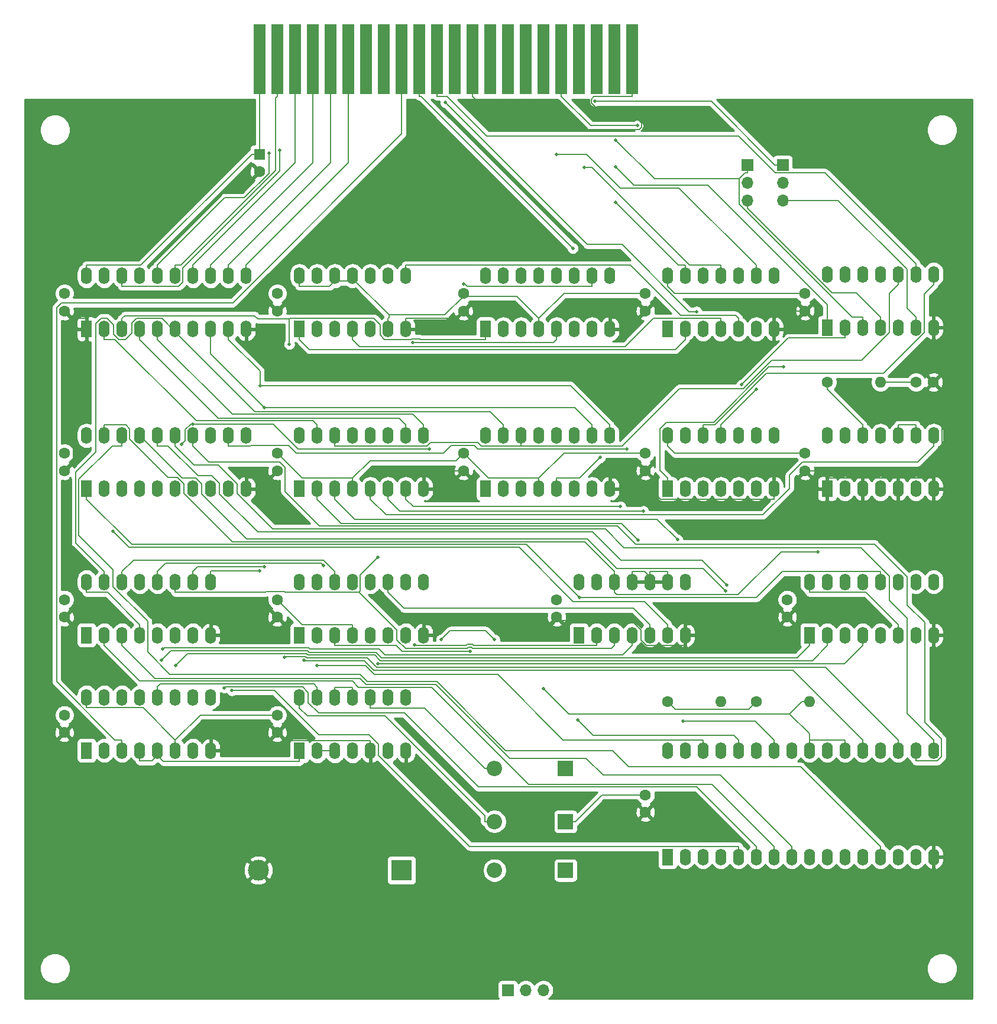
<source format=gbl>
G04 #@! TF.GenerationSoftware,KiCad,Pcbnew,(5.1.9)-1*
G04 #@! TF.CreationDate,2026-01-04T11:32:31+09:00*
G04 #@! TF.ProjectId,X1_EMM,58315f45-4d4d-42e6-9b69-6361645f7063,rev?*
G04 #@! TF.SameCoordinates,PX1997c20PYbac5f70*
G04 #@! TF.FileFunction,Copper,L2,Bot*
G04 #@! TF.FilePolarity,Positive*
%FSLAX46Y46*%
G04 Gerber Fmt 4.6, Leading zero omitted, Abs format (unit mm)*
G04 Created by KiCad (PCBNEW (5.1.9)-1) date 2026-01-04 11:32:31*
%MOMM*%
%LPD*%
G01*
G04 APERTURE LIST*
G04 #@! TA.AperFunction,ConnectorPad*
%ADD10R,1.780000X10.000000*%
G04 #@! TD*
G04 #@! TA.AperFunction,ComponentPad*
%ADD11R,1.600000X1.600000*%
G04 #@! TD*
G04 #@! TA.AperFunction,ComponentPad*
%ADD12C,1.600000*%
G04 #@! TD*
G04 #@! TA.AperFunction,ComponentPad*
%ADD13C,3.000000*%
G04 #@! TD*
G04 #@! TA.AperFunction,ComponentPad*
%ADD14R,3.000000X3.000000*%
G04 #@! TD*
G04 #@! TA.AperFunction,ComponentPad*
%ADD15R,2.200000X2.200000*%
G04 #@! TD*
G04 #@! TA.AperFunction,ComponentPad*
%ADD16O,2.200000X2.200000*%
G04 #@! TD*
G04 #@! TA.AperFunction,ComponentPad*
%ADD17O,1.600000X1.600000*%
G04 #@! TD*
G04 #@! TA.AperFunction,ComponentPad*
%ADD18R,1.700000X1.700000*%
G04 #@! TD*
G04 #@! TA.AperFunction,ComponentPad*
%ADD19O,1.700000X1.700000*%
G04 #@! TD*
G04 #@! TA.AperFunction,ComponentPad*
%ADD20O,1.600000X2.400000*%
G04 #@! TD*
G04 #@! TA.AperFunction,ComponentPad*
%ADD21R,1.600000X2.400000*%
G04 #@! TD*
G04 #@! TA.AperFunction,ViaPad*
%ADD22C,0.500000*%
G04 #@! TD*
G04 #@! TA.AperFunction,Conductor*
%ADD23C,0.200000*%
G04 #@! TD*
G04 #@! TA.AperFunction,Conductor*
%ADD24C,0.254000*%
G04 #@! TD*
G04 #@! TA.AperFunction,Conductor*
%ADD25C,0.100000*%
G04 #@! TD*
G04 APERTURE END LIST*
D10*
X34340000Y135116000D03*
X36880000Y135116000D03*
X39420000Y135116000D03*
X41960000Y135116000D03*
X44500000Y135116000D03*
X47040000Y135116000D03*
X49580000Y135116000D03*
X52120000Y135116000D03*
X54660000Y135116000D03*
X57200000Y135116000D03*
X59740000Y135116000D03*
X62280000Y135116000D03*
X64820000Y135116000D03*
X67360000Y135116000D03*
X69900000Y135116000D03*
X72440000Y135116000D03*
X74980000Y135116000D03*
X77520000Y135116000D03*
X80060000Y135116000D03*
X82600000Y135116000D03*
X85140000Y135116000D03*
X87680000Y135116000D03*
D11*
X34290000Y121539000D03*
D12*
X34290000Y119039000D03*
D13*
X34120000Y19050000D03*
D14*
X54610000Y19050000D03*
D12*
X6350000Y101600000D03*
X6350000Y99100000D03*
X128270000Y88900000D03*
X130770000Y88900000D03*
X36830000Y76240000D03*
X36830000Y78740000D03*
X6350000Y57785000D03*
X6350000Y55285000D03*
X63500000Y99100000D03*
X63500000Y101600000D03*
X63500000Y78740000D03*
X63500000Y76240000D03*
X36830000Y55285000D03*
X36830000Y57785000D03*
X6350000Y38775000D03*
X6350000Y41275000D03*
X109855000Y57785000D03*
X109855000Y55285000D03*
X89535000Y27345000D03*
X89535000Y29845000D03*
X6350000Y78740000D03*
X6350000Y76240000D03*
X89535000Y99100000D03*
X89535000Y101600000D03*
X112395000Y101600000D03*
X112395000Y99100000D03*
X112395000Y76240000D03*
X112395000Y78740000D03*
X36830000Y101600000D03*
X36830000Y99100000D03*
X76835000Y55285000D03*
X76835000Y57785000D03*
D15*
X78105000Y19050000D03*
D16*
X67945000Y19050000D03*
X67945000Y26035000D03*
D15*
X78105000Y26035000D03*
D12*
X115570000Y88900000D03*
D17*
X123190000Y88900000D03*
D18*
X104140000Y120015000D03*
D19*
X104140000Y117475000D03*
X104140000Y114935000D03*
X109220000Y114935000D03*
X109220000Y117475000D03*
D18*
X109220000Y120015000D03*
D20*
X92710000Y104140000D03*
X107950000Y96520000D03*
X95250000Y104140000D03*
X105410000Y96520000D03*
X97790000Y104140000D03*
X102870000Y96520000D03*
X100330000Y104140000D03*
X100330000Y96520000D03*
X102870000Y104140000D03*
X97790000Y96520000D03*
X105410000Y104140000D03*
X95250000Y96520000D03*
X107950000Y104140000D03*
D21*
X92710000Y96520000D03*
X115570000Y73660000D03*
D20*
X130810000Y81280000D03*
X118110000Y73660000D03*
X128270000Y81280000D03*
X120650000Y73660000D03*
X125730000Y81280000D03*
X123190000Y73660000D03*
X123190000Y81280000D03*
X125730000Y73660000D03*
X120650000Y81280000D03*
X128270000Y73660000D03*
X118110000Y81280000D03*
X130810000Y73660000D03*
X115570000Y81280000D03*
X9525000Y104140000D03*
X32385000Y96520000D03*
X12065000Y104140000D03*
X29845000Y96520000D03*
X14605000Y104140000D03*
X27305000Y96520000D03*
X17145000Y104140000D03*
X24765000Y96520000D03*
X19685000Y104140000D03*
X22225000Y96520000D03*
X22225000Y104140000D03*
X19685000Y96520000D03*
X24765000Y104140000D03*
X17145000Y96520000D03*
X27305000Y104140000D03*
X14605000Y96520000D03*
X29845000Y104140000D03*
X12065000Y96520000D03*
X32385000Y104140000D03*
D21*
X9525000Y96520000D03*
X92710000Y73660000D03*
D20*
X107950000Y81280000D03*
X95250000Y73660000D03*
X105410000Y81280000D03*
X97790000Y73660000D03*
X102870000Y81280000D03*
X100330000Y73660000D03*
X100330000Y81280000D03*
X102870000Y73660000D03*
X97790000Y81280000D03*
X105410000Y73660000D03*
X95250000Y81280000D03*
X107950000Y73660000D03*
X92710000Y81280000D03*
X40005000Y81280000D03*
X57785000Y73660000D03*
X42545000Y81280000D03*
X55245000Y73660000D03*
X45085000Y81280000D03*
X52705000Y73660000D03*
X47625000Y81280000D03*
X50165000Y73660000D03*
X50165000Y81280000D03*
X47625000Y73660000D03*
X52705000Y81280000D03*
X45085000Y73660000D03*
X55245000Y81280000D03*
X42545000Y73660000D03*
X57785000Y81280000D03*
D21*
X40005000Y73660000D03*
X9525000Y52705000D03*
D20*
X27305000Y60325000D03*
X12065000Y52705000D03*
X24765000Y60325000D03*
X14605000Y52705000D03*
X22225000Y60325000D03*
X17145000Y52705000D03*
X19685000Y60325000D03*
X19685000Y52705000D03*
X17145000Y60325000D03*
X22225000Y52705000D03*
X14605000Y60325000D03*
X24765000Y52705000D03*
X12065000Y60325000D03*
X27305000Y52705000D03*
X9525000Y60325000D03*
X66675000Y104140000D03*
X84455000Y96520000D03*
X69215000Y104140000D03*
X81915000Y96520000D03*
X71755000Y104140000D03*
X79375000Y96520000D03*
X74295000Y104140000D03*
X76835000Y96520000D03*
X76835000Y104140000D03*
X74295000Y96520000D03*
X79375000Y104140000D03*
X71755000Y96520000D03*
X81915000Y104140000D03*
X69215000Y96520000D03*
X84455000Y104140000D03*
D21*
X66675000Y96520000D03*
X66675000Y73660000D03*
D20*
X84455000Y81280000D03*
X69215000Y73660000D03*
X81915000Y81280000D03*
X71755000Y73660000D03*
X79375000Y81280000D03*
X74295000Y73660000D03*
X76835000Y81280000D03*
X76835000Y73660000D03*
X74295000Y81280000D03*
X79375000Y73660000D03*
X71755000Y81280000D03*
X81915000Y73660000D03*
X69215000Y81280000D03*
X84455000Y73660000D03*
X66675000Y81280000D03*
X40005000Y60325000D03*
X57785000Y52705000D03*
X42545000Y60325000D03*
X55245000Y52705000D03*
X45085000Y60325000D03*
X52705000Y52705000D03*
X47625000Y60325000D03*
X50165000Y52705000D03*
X50165000Y60325000D03*
X47625000Y52705000D03*
X52705000Y60325000D03*
X45085000Y52705000D03*
X55245000Y60325000D03*
X42545000Y52705000D03*
X57785000Y60325000D03*
D21*
X40005000Y52705000D03*
X113030000Y52705000D03*
D20*
X130810000Y60325000D03*
X115570000Y52705000D03*
X128270000Y60325000D03*
X118110000Y52705000D03*
X125730000Y60325000D03*
X120650000Y52705000D03*
X123190000Y60325000D03*
X123190000Y52705000D03*
X120650000Y60325000D03*
X125730000Y52705000D03*
X118110000Y60325000D03*
X128270000Y52705000D03*
X115570000Y60325000D03*
X130810000Y52705000D03*
X113030000Y60325000D03*
D21*
X9525000Y36195000D03*
D20*
X27305000Y43815000D03*
X12065000Y36195000D03*
X24765000Y43815000D03*
X14605000Y36195000D03*
X22225000Y43815000D03*
X17145000Y36195000D03*
X19685000Y43815000D03*
X19685000Y36195000D03*
X17145000Y43815000D03*
X22225000Y36195000D03*
X14605000Y43815000D03*
X24765000Y36195000D03*
X12065000Y43815000D03*
X27305000Y36195000D03*
X9525000Y43815000D03*
D21*
X92710000Y20955000D03*
D20*
X130810000Y36195000D03*
X95250000Y20955000D03*
X128270000Y36195000D03*
X97790000Y20955000D03*
X125730000Y36195000D03*
X100330000Y20955000D03*
X123190000Y36195000D03*
X102870000Y20955000D03*
X120650000Y36195000D03*
X105410000Y20955000D03*
X118110000Y36195000D03*
X107950000Y20955000D03*
X115570000Y36195000D03*
X110490000Y20955000D03*
X113030000Y36195000D03*
X113030000Y20955000D03*
X110490000Y36195000D03*
X115570000Y20955000D03*
X107950000Y36195000D03*
X118110000Y20955000D03*
X105410000Y36195000D03*
X120650000Y20955000D03*
X102870000Y36195000D03*
X123190000Y20955000D03*
X100330000Y36195000D03*
X125730000Y20955000D03*
X97790000Y36195000D03*
X128270000Y20955000D03*
X95250000Y36195000D03*
X130810000Y20955000D03*
X92710000Y36195000D03*
X80010000Y60325000D03*
X95250000Y52705000D03*
X82550000Y60325000D03*
X92710000Y52705000D03*
X85090000Y60325000D03*
X90170000Y52705000D03*
X87630000Y60325000D03*
X87630000Y52705000D03*
X90170000Y60325000D03*
X85090000Y52705000D03*
X92710000Y60325000D03*
X82550000Y52705000D03*
X95250000Y60325000D03*
D21*
X80010000Y52705000D03*
X9525000Y73660000D03*
D20*
X32385000Y81280000D03*
X12065000Y73660000D03*
X29845000Y81280000D03*
X14605000Y73660000D03*
X27305000Y81280000D03*
X17145000Y73660000D03*
X24765000Y81280000D03*
X19685000Y73660000D03*
X22225000Y81280000D03*
X22225000Y73660000D03*
X19685000Y81280000D03*
X24765000Y73660000D03*
X17145000Y81280000D03*
X27305000Y73660000D03*
X14605000Y81280000D03*
X29845000Y73660000D03*
X12065000Y81280000D03*
X32385000Y73660000D03*
X9525000Y81280000D03*
D12*
X89535000Y78740000D03*
X89535000Y76240000D03*
X105410000Y43180000D03*
D17*
X113030000Y43180000D03*
D21*
X115570000Y96725000D03*
D20*
X130810000Y104345000D03*
X118110000Y96725000D03*
X128270000Y104345000D03*
X120650000Y96725000D03*
X125730000Y104345000D03*
X123190000Y96725000D03*
X123190000Y104345000D03*
X125730000Y96725000D03*
X120650000Y104345000D03*
X128270000Y96725000D03*
X118110000Y104345000D03*
X130810000Y96725000D03*
X115570000Y104345000D03*
X40005000Y104140000D03*
X55245000Y96520000D03*
X42545000Y104140000D03*
X52705000Y96520000D03*
X45085000Y104140000D03*
X50165000Y96520000D03*
X47625000Y104140000D03*
X47625000Y96520000D03*
X50165000Y104140000D03*
X45085000Y96520000D03*
X52705000Y104140000D03*
X42545000Y96520000D03*
X55245000Y104140000D03*
D21*
X40005000Y96520000D03*
D12*
X36830000Y41275000D03*
X36830000Y38775000D03*
D15*
X78105000Y33655000D03*
D16*
X67945000Y33655000D03*
D12*
X92710000Y43180000D03*
D17*
X100330000Y43180000D03*
D21*
X40005000Y36132000D03*
D20*
X55245000Y43752000D03*
X42545000Y36132000D03*
X52705000Y43752000D03*
X45085000Y36132000D03*
X50165000Y43752000D03*
X47625000Y36132000D03*
X47625000Y43752000D03*
X50165000Y36132000D03*
X45085000Y43752000D03*
X52705000Y36132000D03*
X42545000Y43752000D03*
X55245000Y36132000D03*
X40005000Y43752000D03*
D18*
X69850000Y1905000D03*
D19*
X72390000Y1905000D03*
X74930000Y1905000D03*
D22*
X88151600Y126870400D03*
X35661800Y121655400D03*
X37149500Y122083300D03*
X76788700Y121521500D03*
X80811400Y119599800D03*
X85273200Y114641000D03*
X85262400Y119752100D03*
X85273200Y123570900D03*
X82313900Y129135700D03*
X22241500Y48338600D03*
X20270200Y49099200D03*
X79147400Y108061800D03*
X58587900Y79332300D03*
X23166600Y80016400D03*
X24765000Y82934700D03*
X83036600Y78113700D03*
X103345400Y88534500D03*
X94147300Y66350200D03*
X29264400Y45165800D03*
X34308900Y61869500D03*
X34363600Y88409600D03*
X34987900Y62459900D03*
X34987900Y85286600D03*
X51265400Y63871800D03*
X56260900Y94544300D03*
X43461100Y62660000D03*
X20408000Y50717300D03*
X79837400Y40584900D03*
X80120200Y58060200D03*
X56515000Y51334000D03*
X60907500Y128919300D03*
X96859000Y99010800D03*
X88436100Y125610000D03*
X105410000Y87860300D03*
X109318000Y91084800D03*
X114204600Y64647600D03*
X13317400Y67560600D03*
X63547800Y102982300D03*
X38566300Y94345400D03*
X85978200Y71118100D03*
X89255000Y70455300D03*
X88465500Y66328400D03*
X30361500Y44768800D03*
X94922400Y40388600D03*
X64409800Y50415100D03*
X42540000Y48322200D03*
X37867400Y49497300D03*
X86873600Y79357400D03*
X40621800Y49112800D03*
X101062100Y59056300D03*
X101198500Y59837200D03*
X51269800Y48632600D03*
X60325000Y52070000D03*
X67945000Y52070000D03*
X74930000Y45085000D03*
D23*
X92710000Y81280000D02*
X92710000Y79779700D01*
X112395000Y78740000D02*
X93749700Y78740000D01*
X93749700Y78740000D02*
X92710000Y79779700D01*
X112395000Y101600000D02*
X93749700Y101600000D01*
X93749700Y101600000D02*
X92710000Y102639700D01*
X63500000Y101220900D02*
X71094400Y101220900D01*
X71094400Y101220900D02*
X74295000Y98020300D01*
X63500000Y101220900D02*
X63500000Y101600000D01*
X52843200Y98546800D02*
X60825900Y98546800D01*
X60825900Y98546800D02*
X63500000Y101220900D01*
X89535000Y101600000D02*
X77874700Y101600000D01*
X77874700Y101600000D02*
X74295000Y98020300D01*
X74295000Y96520000D02*
X74295000Y98020300D01*
X74295000Y75160300D02*
X77874700Y78740000D01*
X77874700Y78740000D02*
X89535000Y78740000D01*
X47625000Y75160300D02*
X50105800Y77641100D01*
X50105800Y77641100D02*
X62401100Y77641100D01*
X62401100Y77641100D02*
X63500000Y78740000D01*
X36830000Y78740000D02*
X40409700Y75160300D01*
X40409700Y75160300D02*
X47625000Y75160300D01*
X34290000Y121539000D02*
X33189700Y121539000D01*
X9525000Y104140000D02*
X9525000Y105640300D01*
X9525000Y105640300D02*
X17291000Y105640300D01*
X17291000Y105640300D02*
X33189700Y121539000D01*
X9525000Y43815000D02*
X9525000Y42314700D01*
X9525000Y42314700D02*
X17605600Y42314700D01*
X17605600Y42314700D02*
X22225000Y37695300D01*
X22225000Y36195000D02*
X22225000Y37695300D01*
X36830000Y41275000D02*
X25804700Y41275000D01*
X25804700Y41275000D02*
X22225000Y37695300D01*
X17145000Y52705000D02*
X17145000Y54205300D01*
X9525000Y60325000D02*
X9525000Y58824700D01*
X9525000Y58824700D02*
X12525600Y58824700D01*
X12525600Y58824700D02*
X17145000Y54205300D01*
X66544700Y26035000D02*
X66544700Y26820200D01*
X66544700Y26820200D02*
X52227600Y41137300D01*
X52227600Y41137300D02*
X41119400Y41137300D01*
X41119400Y41137300D02*
X40005000Y42251700D01*
X67945000Y26035000D02*
X66544700Y26035000D01*
X40005000Y43752000D02*
X40005000Y42251700D01*
X47625000Y73660000D02*
X47625000Y75160300D01*
X47625000Y52705000D02*
X47625000Y54205300D01*
X47625000Y54205300D02*
X40409700Y54205300D01*
X40409700Y54205300D02*
X36830000Y57785000D01*
X63500000Y78740000D02*
X67079700Y75160300D01*
X67079700Y75160300D02*
X74295000Y75160300D01*
X74295000Y73660000D02*
X74295000Y75160300D01*
X92710000Y104140000D02*
X92710000Y102639700D01*
X47625000Y103765000D02*
X52843200Y98546800D01*
X52843200Y98546800D02*
X52843200Y98158500D01*
X52843200Y98158500D02*
X52705000Y98020300D01*
X47625000Y103765000D02*
X47625000Y103389900D01*
X47625000Y104140000D02*
X47625000Y103765000D01*
X52705000Y96520000D02*
X52705000Y98020300D01*
X40005000Y104140000D02*
X40005000Y102639700D01*
X40005000Y102639700D02*
X44334800Y102639700D01*
X44334800Y102639700D02*
X45085000Y103389900D01*
X125730000Y52705000D02*
X125730000Y54205300D01*
X113030000Y60325000D02*
X113030000Y58824700D01*
X113030000Y58824700D02*
X121110600Y58824700D01*
X121110600Y58824700D02*
X125730000Y54205300D01*
X45085000Y104140000D02*
X45085000Y103389900D01*
X47625000Y103389900D02*
X45085000Y103389900D01*
X34290000Y122089200D02*
X34340000Y122139200D01*
X34340000Y122139200D02*
X34340000Y129815700D01*
X34340000Y135116000D02*
X34340000Y129815700D01*
X34290000Y121539000D02*
X34290000Y122089200D01*
X88151600Y126870400D02*
X83790200Y126870400D01*
X83790200Y126870400D02*
X81759100Y128901500D01*
X81759100Y128901500D02*
X81759100Y129402800D01*
X81759100Y129402800D02*
X82172000Y129815700D01*
X82172000Y129815700D02*
X87680000Y129815700D01*
X88590300Y75295300D02*
X89535000Y76240000D01*
X84455000Y75160300D02*
X88455300Y75160300D01*
X88455300Y75160300D02*
X88590300Y75295300D01*
X88590300Y75295300D02*
X91725800Y72159700D01*
X91725800Y72159700D02*
X107950000Y72159700D01*
X107950000Y73660000D02*
X107950000Y72159700D01*
X84455000Y73660000D02*
X84455000Y75160300D01*
X107950000Y97920200D02*
X109129800Y99100000D01*
X109129800Y99100000D02*
X112395000Y99100000D01*
X107950000Y96520000D02*
X107950000Y97920200D01*
X64820000Y129815700D02*
X69576200Y125059500D01*
X69576200Y125059500D02*
X88697900Y125059500D01*
X88697900Y125059500D02*
X89006000Y125367600D01*
X89006000Y125367600D02*
X89006000Y126016000D01*
X89006000Y126016000D02*
X88151600Y126870400D01*
X57785000Y73660000D02*
X57785000Y75160300D01*
X63500000Y76240000D02*
X58864700Y76240000D01*
X58864700Y76240000D02*
X57785000Y75160300D01*
X64820000Y135116000D02*
X64820000Y129815700D01*
X87680000Y135116000D02*
X87680000Y129815700D01*
X50165000Y36132000D02*
X50165000Y37632300D01*
X50165000Y37632300D02*
X37972700Y37632300D01*
X37972700Y37632300D02*
X36830000Y38775000D01*
X27305000Y52705000D02*
X27305000Y54205300D01*
X27305000Y54205300D02*
X35750300Y54205300D01*
X35750300Y54205300D02*
X36830000Y55285000D01*
X76835000Y54745200D02*
X87560400Y54745200D01*
X87560400Y54745200D02*
X88900000Y53405600D01*
X88900000Y53405600D02*
X88900000Y51987000D01*
X88900000Y51987000D02*
X89682300Y51204700D01*
X89682300Y51204700D02*
X95250000Y51204700D01*
X9525000Y95019700D02*
X7624100Y93118800D01*
X7624100Y93118800D02*
X7624100Y77514100D01*
X7624100Y77514100D02*
X6350000Y76240000D01*
X55245000Y98020300D02*
X62420300Y98020300D01*
X62420300Y98020300D02*
X63500000Y99100000D01*
X9525000Y96520000D02*
X9525000Y95019700D01*
X130810000Y75160300D02*
X125730000Y75160300D01*
X130770000Y88900000D02*
X131966500Y87703500D01*
X131966500Y87703500D02*
X131966500Y76316800D01*
X131966500Y76316800D02*
X130810000Y75160300D01*
X130810000Y73660000D02*
X130810000Y75160300D01*
X125730000Y73660000D02*
X125730000Y75160300D01*
X120650000Y75160300D02*
X125730000Y75160300D01*
X120650000Y75060200D02*
X120650000Y75160300D01*
X120650000Y75160300D02*
X115570000Y75160300D01*
X57785000Y54205300D02*
X76295100Y54205300D01*
X76295100Y54205300D02*
X76835000Y54745200D01*
X76835000Y55285000D02*
X76835000Y54745200D01*
X95250000Y52705000D02*
X95250000Y51204700D01*
X95250000Y52705000D02*
X95250000Y54205300D01*
X95250000Y54205300D02*
X108775300Y54205300D01*
X108775300Y54205300D02*
X109855000Y55285000D01*
X120650000Y73660000D02*
X120650000Y75060200D01*
X115570000Y73660000D02*
X115570000Y75160300D01*
X112395000Y76240000D02*
X114490300Y76240000D01*
X114490300Y76240000D02*
X115570000Y75160300D01*
X9525000Y96520000D02*
X9525000Y98020300D01*
X9525000Y98020300D02*
X7429700Y98020300D01*
X7429700Y98020300D02*
X6350000Y99100000D01*
X57785000Y52705000D02*
X57785000Y54205300D01*
X87630000Y60325000D02*
X87630000Y61825300D01*
X90170000Y61075200D02*
X89419900Y61825300D01*
X89419900Y61825300D02*
X87630000Y61825300D01*
X90170000Y61075200D02*
X90170000Y61825300D01*
X90170000Y60325000D02*
X90170000Y61075200D01*
X92710000Y60325000D02*
X92710000Y61825300D01*
X92710000Y61825300D02*
X90170000Y61825300D01*
X84455000Y96520000D02*
X84455000Y98020300D01*
X84455000Y98020300D02*
X88455300Y98020300D01*
X88455300Y98020300D02*
X89535000Y99100000D01*
X32385000Y73660000D02*
X32385000Y75160300D01*
X32385000Y75160300D02*
X35750300Y75160300D01*
X35750300Y75160300D02*
X36830000Y76240000D01*
X55245000Y96520000D02*
X55245000Y98020300D01*
X19685000Y105640300D02*
X29327900Y115283200D01*
X29327900Y115283200D02*
X32110000Y115283200D01*
X32110000Y115283200D02*
X35661800Y118835000D01*
X35661800Y118835000D02*
X35661800Y121655400D01*
X19685000Y104140000D02*
X19685000Y105640300D01*
X14605000Y102639700D02*
X22730200Y102639700D01*
X22730200Y102639700D02*
X23325400Y103234900D01*
X23325400Y103234900D02*
X23325400Y105274000D01*
X23325400Y105274000D02*
X37149500Y119098100D01*
X37149500Y119098100D02*
X37149500Y122083300D01*
X14605000Y104140000D02*
X14605000Y102639700D01*
X105410000Y105640300D02*
X94337900Y116712400D01*
X94337900Y116712400D02*
X85910900Y116712400D01*
X85910900Y116712400D02*
X81101800Y121521500D01*
X81101800Y121521500D02*
X76788700Y121521500D01*
X105410000Y104140000D02*
X105410000Y105640300D01*
X100330000Y104140000D02*
X100330000Y105640300D01*
X100330000Y105640300D02*
X95850700Y105640300D01*
X95850700Y105640300D02*
X81891200Y119599800D01*
X81891200Y119599800D02*
X80811400Y119599800D01*
X95250000Y105640300D02*
X94273900Y105640300D01*
X94273900Y105640300D02*
X85273200Y114641000D01*
X95250000Y104140000D02*
X95250000Y105640300D01*
X115570000Y96725000D02*
X115570000Y99986100D01*
X115570000Y99986100D02*
X98443300Y117112800D01*
X98443300Y117112800D02*
X87901700Y117112800D01*
X87901700Y117112800D02*
X85262400Y119752100D01*
X102989700Y118002100D02*
X103852300Y118864700D01*
X103852300Y118864700D02*
X104140000Y118864700D01*
X120650000Y98225300D02*
X119149700Y98225300D01*
X119149700Y98225300D02*
X102989700Y114385300D01*
X102989700Y114385300D02*
X102989700Y118002100D01*
X102989700Y118002100D02*
X90842000Y118002100D01*
X90842000Y118002100D02*
X85273200Y123570900D01*
X104140000Y120015000D02*
X104140000Y118864700D01*
X120650000Y96725000D02*
X120650000Y98225300D01*
X108069700Y120015000D02*
X98949000Y129135700D01*
X98949000Y129135700D02*
X82313900Y129135700D01*
X109220000Y120015000D02*
X108069700Y120015000D01*
X115570000Y51204700D02*
X113429500Y49064200D01*
X113429500Y49064200D02*
X51616600Y49064200D01*
X51616600Y49064200D02*
X50845100Y49835700D01*
X50845100Y49835700D02*
X41243300Y49835700D01*
X41243300Y49835700D02*
X41015600Y50063400D01*
X41015600Y50063400D02*
X23966300Y50063400D01*
X23966300Y50063400D02*
X22241500Y48338600D01*
X115570000Y52705000D02*
X115570000Y51204700D01*
X113030000Y51204700D02*
X111289800Y49464500D01*
X111289800Y49464500D02*
X51782400Y49464500D01*
X51782400Y49464500D02*
X51010900Y50236000D01*
X51010900Y50236000D02*
X41409100Y50236000D01*
X41409100Y50236000D02*
X41181400Y50463700D01*
X41181400Y50463700D02*
X21634700Y50463700D01*
X21634700Y50463700D02*
X20270200Y49099200D01*
X113030000Y52705000D02*
X113030000Y51204700D01*
X22225000Y105640300D02*
X23050600Y105640300D01*
X23050600Y105640300D02*
X36599200Y119188900D01*
X36599200Y119188900D02*
X36599200Y129534900D01*
X36599200Y129534900D02*
X36880000Y129815700D01*
X36880000Y135116000D02*
X36880000Y129815700D01*
X22225000Y104140000D02*
X22225000Y105640300D01*
X24765000Y104140000D02*
X24765000Y105640300D01*
X24765000Y105640300D02*
X39420000Y120295300D01*
X39420000Y120295300D02*
X39420000Y135116000D01*
X27305000Y104140000D02*
X27305000Y105640300D01*
X27305000Y105640300D02*
X41960000Y120295300D01*
X41960000Y120295300D02*
X41960000Y135116000D01*
X44500000Y129815700D02*
X44500000Y120295300D01*
X44500000Y120295300D02*
X29845000Y105640300D01*
X44500000Y135116000D02*
X44500000Y129815700D01*
X29845000Y104140000D02*
X29845000Y105640300D01*
X32385000Y104140000D02*
X32385000Y105640300D01*
X32385000Y105640300D02*
X47040000Y120295300D01*
X47040000Y120295300D02*
X47040000Y135116000D01*
X14605000Y36195000D02*
X14605000Y37695300D01*
X14605000Y37695300D02*
X13573500Y37695300D01*
X13573500Y37695300D02*
X5231400Y46037400D01*
X5231400Y46037400D02*
X5231400Y99578900D01*
X5231400Y99578900D02*
X5900100Y100247600D01*
X5900100Y100247600D02*
X30456000Y100247600D01*
X30456000Y100247600D02*
X54660000Y124451600D01*
X54660000Y124451600D02*
X54660000Y135116000D01*
X57200000Y135116000D02*
X57200000Y129815700D01*
X79147400Y108061800D02*
X57393500Y129815700D01*
X57393500Y129815700D02*
X57200000Y129815700D01*
X59740000Y135116000D02*
X59740000Y129815700D01*
X128270000Y104345000D02*
X128270000Y105845300D01*
X128270000Y105845300D02*
X115250700Y118864600D01*
X115250700Y118864600D02*
X108164100Y118864600D01*
X108164100Y118864600D02*
X102907400Y124121300D01*
X102907400Y124121300D02*
X66840900Y124121300D01*
X66840900Y124121300D02*
X61146500Y129815700D01*
X61146500Y129815700D02*
X59740000Y129815700D01*
X24765000Y82913100D02*
X24441700Y82913100D01*
X24441700Y82913100D02*
X23664600Y82136000D01*
X23664600Y82136000D02*
X23664600Y80514400D01*
X23664600Y80514400D02*
X23166600Y80016400D01*
X24765000Y82934700D02*
X24765000Y82913100D01*
X58587900Y79332300D02*
X39799400Y79332300D01*
X39799400Y79332300D02*
X36218600Y82913100D01*
X36218600Y82913100D02*
X24765000Y82913100D01*
X76835000Y75160300D02*
X80083200Y75160300D01*
X80083200Y75160300D02*
X83036600Y78113700D01*
X76835000Y73660000D02*
X76835000Y75160300D01*
X120650000Y81280000D02*
X120650000Y82780300D01*
X120650000Y82780300D02*
X115570000Y87860300D01*
X115570000Y87860300D02*
X115570000Y88900000D01*
X118110000Y96725000D02*
X118110000Y95224700D01*
X118110000Y95224700D02*
X110035600Y95224700D01*
X110035600Y95224700D02*
X103345400Y88534500D01*
X71755000Y79779700D02*
X86178100Y79779700D01*
X86178100Y79779700D02*
X94382600Y87984200D01*
X94382600Y87984200D02*
X103573400Y87984200D01*
X103573400Y87984200D02*
X107624600Y92035400D01*
X107624600Y92035400D02*
X120461800Y92035400D01*
X120461800Y92035400D02*
X124460000Y96033600D01*
X124460000Y96033600D02*
X124460000Y101574700D01*
X124460000Y101574700D02*
X125730000Y102844700D01*
X71755000Y79779700D02*
X66063400Y79779700D01*
X66063400Y79779700D02*
X65546000Y80297100D01*
X65546000Y80297100D02*
X58774500Y80297100D01*
X58774500Y80297100D02*
X58257100Y79779700D01*
X58257100Y79779700D02*
X45085000Y79779700D01*
X45085000Y81280000D02*
X45085000Y79779700D01*
X71755000Y79879800D02*
X71755000Y79779700D01*
X71755000Y81280000D02*
X71755000Y79879800D01*
X125730000Y104345000D02*
X125730000Y102844700D01*
X45085000Y61825300D02*
X43449700Y63460600D01*
X43449700Y63460600D02*
X16240300Y63460600D01*
X16240300Y63460600D02*
X14605000Y61825300D01*
X14605000Y60325000D02*
X14605000Y61825300D01*
X45085000Y60325000D02*
X45085000Y61825300D01*
X94147300Y66350200D02*
X91225900Y69271600D01*
X91225900Y69271600D02*
X47973100Y69271600D01*
X47973100Y69271600D02*
X45085000Y72159700D01*
X45085000Y73660000D02*
X45085000Y72159700D01*
X29264400Y45165800D02*
X29417700Y45319100D01*
X29417700Y45319100D02*
X40443200Y45319100D01*
X40443200Y45319100D02*
X41275000Y44487300D01*
X41275000Y44487300D02*
X41275000Y43051500D01*
X41275000Y43051500D02*
X42788800Y41537700D01*
X42788800Y41537700D02*
X55037300Y41537700D01*
X55037300Y41537700D02*
X65614700Y30960300D01*
X65614700Y30960300D02*
X96905000Y30960300D01*
X96905000Y30960300D02*
X105410000Y22455300D01*
X105410000Y20955000D02*
X105410000Y22455300D01*
X27305000Y61825300D02*
X27349200Y61869500D01*
X27349200Y61869500D02*
X34308900Y61869500D01*
X34363600Y88409600D02*
X78825700Y88409600D01*
X78825700Y88409600D02*
X84455000Y82780300D01*
X27305000Y60325000D02*
X27305000Y61825300D01*
X29845000Y95019700D02*
X34363600Y90501100D01*
X34363600Y90501100D02*
X34363600Y88409600D01*
X29845000Y96520000D02*
X29845000Y95019700D01*
X84455000Y81280000D02*
X84455000Y82780300D01*
X34987900Y85286600D02*
X27305000Y92969500D01*
X27305000Y92969500D02*
X27305000Y96520000D01*
X81915000Y82780300D02*
X79408700Y85286600D01*
X79408700Y85286600D02*
X34987900Y85286600D01*
X34987900Y62459900D02*
X25399600Y62459900D01*
X25399600Y62459900D02*
X24765000Y61825300D01*
X24765000Y60325000D02*
X24765000Y61825300D01*
X81915000Y81280000D02*
X81915000Y82780300D01*
X69215000Y82780300D02*
X67285900Y84709400D01*
X67285900Y84709400D02*
X33602100Y84709400D01*
X33602100Y84709400D02*
X22225000Y96086500D01*
X69215000Y81280000D02*
X69215000Y82780300D01*
X12065000Y60325000D02*
X12065000Y61825300D01*
X22225000Y96086500D02*
X20291200Y98020300D01*
X20291200Y98020300D02*
X16684600Y98020300D01*
X16684600Y98020300D02*
X16016700Y97352400D01*
X16016700Y97352400D02*
X16016700Y95957700D01*
X16016700Y95957700D02*
X15078600Y95019600D01*
X15078600Y95019600D02*
X14149100Y95019600D01*
X14149100Y95019600D02*
X13426700Y95742000D01*
X13426700Y95742000D02*
X13426700Y97143700D01*
X13426700Y97143700D02*
X12500600Y98069800D01*
X12500600Y98069800D02*
X11632500Y98069800D01*
X11632500Y98069800D02*
X10853600Y97290900D01*
X10853600Y97290900D02*
X10853600Y78880700D01*
X10853600Y78880700D02*
X8000500Y76027600D01*
X8000500Y76027600D02*
X8000500Y65889800D01*
X8000500Y65889800D02*
X12065000Y61825300D01*
X22225000Y96520000D02*
X22225000Y96086500D01*
X85090000Y51204700D02*
X84671500Y50786200D01*
X84671500Y50786200D02*
X64817000Y50786200D01*
X64817000Y50786200D02*
X64637800Y50965400D01*
X64637800Y50965400D02*
X64181900Y50965400D01*
X64181900Y50965400D02*
X63985000Y50768500D01*
X63985000Y50768500D02*
X55209000Y50768500D01*
X55209000Y50768500D02*
X53975000Y52002500D01*
X53975000Y52002500D02*
X53975000Y53393900D01*
X53975000Y53393900D02*
X48544300Y58824600D01*
X22225000Y58824700D02*
X35158500Y58824700D01*
X35158500Y58824700D02*
X35245100Y58911300D01*
X35245100Y58911300D02*
X37843700Y58911300D01*
X37843700Y58911300D02*
X37930400Y58824600D01*
X37930400Y58824600D02*
X48544300Y58824600D01*
X48544300Y58824600D02*
X48725400Y59005700D01*
X48725400Y59005700D02*
X48725400Y61331800D01*
X48725400Y61331800D02*
X51265400Y63871800D01*
X85090000Y52705000D02*
X85090000Y51204700D01*
X22225000Y60325000D02*
X22225000Y58824700D01*
X43461100Y62660000D02*
X43110800Y63010300D01*
X43110800Y63010300D02*
X20870000Y63010300D01*
X20870000Y63010300D02*
X19685000Y61825300D01*
X76835000Y96520000D02*
X76835000Y95019700D01*
X19685000Y60325000D02*
X19685000Y61825300D01*
X56260900Y94544300D02*
X76359600Y94544300D01*
X76359600Y94544300D02*
X76835000Y95019700D01*
X87630000Y51204700D02*
X86290100Y49864800D01*
X86290100Y49864800D02*
X52231300Y49864800D01*
X52231300Y49864800D02*
X51378800Y50717300D01*
X51378800Y50717300D02*
X41493900Y50717300D01*
X41493900Y50717300D02*
X41347200Y50864000D01*
X41347200Y50864000D02*
X20554700Y50864000D01*
X20554700Y50864000D02*
X20408000Y50717300D01*
X87630000Y52705000D02*
X87630000Y51204700D01*
X90170000Y52705000D02*
X90170000Y54205300D01*
X52705000Y60325000D02*
X52705000Y58824700D01*
X52705000Y58824700D02*
X54994700Y56535000D01*
X54994700Y56535000D02*
X87840300Y56535000D01*
X87840300Y56535000D02*
X90170000Y54205300D01*
X102870000Y36195000D02*
X102870000Y37695300D01*
X102870000Y37695300D02*
X102204900Y38360400D01*
X102204900Y38360400D02*
X82061900Y38360400D01*
X82061900Y38360400D02*
X79837400Y40584900D01*
X9525000Y72159700D02*
X16015800Y65668900D01*
X16015800Y65668900D02*
X72511500Y65668900D01*
X72511500Y65668900D02*
X80120200Y58060200D01*
X80120200Y58060200D02*
X105415200Y58060200D01*
X105415200Y58060200D02*
X109180300Y61825300D01*
X109180300Y61825300D02*
X123190000Y61825300D01*
X123190000Y60325000D02*
X123190000Y61825300D01*
X9525000Y73660000D02*
X9525000Y72159700D01*
X82550000Y51204700D02*
X64964600Y51204700D01*
X64964600Y51204700D02*
X64803600Y51365700D01*
X64803600Y51365700D02*
X64016100Y51365700D01*
X64016100Y51365700D02*
X63855100Y51204700D01*
X63855100Y51204700D02*
X56644300Y51204700D01*
X56644300Y51204700D02*
X56515000Y51334000D01*
X19685000Y45315300D02*
X20089100Y45719400D01*
X20089100Y45719400D02*
X42077900Y45719400D01*
X42077900Y45719400D02*
X42545000Y45252300D01*
X82550000Y52705000D02*
X82550000Y51204700D01*
X19685000Y43815000D02*
X19685000Y45315300D01*
X42545000Y43752000D02*
X42545000Y45252300D01*
X92710000Y43180000D02*
X93813200Y42076800D01*
X93813200Y42076800D02*
X104306800Y42076800D01*
X104306800Y42076800D02*
X105410000Y43180000D01*
X78105000Y26035000D02*
X79505300Y26035000D01*
X89535000Y29845000D02*
X83315300Y29845000D01*
X83315300Y29845000D02*
X79505300Y26035000D01*
X123190000Y88900000D02*
X128270000Y88900000D01*
X96859000Y99010800D02*
X95772700Y99010800D01*
X95772700Y99010800D02*
X86171300Y108612200D01*
X86171300Y108612200D02*
X81214600Y108612200D01*
X81214600Y108612200D02*
X60907500Y128919300D01*
X77520000Y135116000D02*
X77520000Y129815700D01*
X88436100Y125610000D02*
X81725700Y125610000D01*
X81725700Y125610000D02*
X77520000Y129815700D01*
X100330000Y82780300D02*
X105410000Y87860300D01*
X100330000Y81280000D02*
X100330000Y82780300D01*
X55245000Y105640300D02*
X87413900Y105640300D01*
X87413900Y105640300D02*
X94593700Y98460500D01*
X94593700Y98460500D02*
X102429800Y98460500D01*
X102429800Y98460500D02*
X102870000Y98020300D01*
X102870000Y96520000D02*
X102870000Y98020300D01*
X55245000Y104140000D02*
X55245000Y105640300D01*
X100330000Y98020300D02*
X90668900Y98020300D01*
X90668900Y98020300D02*
X86642600Y93994000D01*
X86642600Y93994000D02*
X48650700Y93994000D01*
X48650700Y93994000D02*
X47625000Y95019700D01*
X100330000Y96520000D02*
X100330000Y98020300D01*
X47625000Y96520000D02*
X47625000Y95019700D01*
X95250000Y96520000D02*
X95250000Y95019700D01*
X40005000Y96520000D02*
X40005000Y95019700D01*
X40005000Y95019700D02*
X41440300Y93584400D01*
X41440300Y93584400D02*
X93814700Y93584400D01*
X93814700Y93584400D02*
X95250000Y95019700D01*
X92710000Y75160300D02*
X91609600Y76260700D01*
X91609600Y76260700D02*
X91609600Y82198400D01*
X91609600Y82198400D02*
X92591900Y83180700D01*
X92591900Y83180700D02*
X99336000Y83180700D01*
X99336000Y83180700D02*
X107240100Y91084800D01*
X107240100Y91084800D02*
X109318000Y91084800D01*
X92710000Y73660000D02*
X92710000Y75160300D01*
X97790000Y82780300D02*
X99501700Y82780300D01*
X99501700Y82780300D02*
X106868400Y90147000D01*
X106868400Y90147000D02*
X123651000Y90147000D01*
X123651000Y90147000D02*
X129497800Y95993800D01*
X129497800Y95993800D02*
X129497800Y101532500D01*
X129497800Y101532500D02*
X130810000Y102844700D01*
X97790000Y81280000D02*
X97790000Y82780300D01*
X130810000Y104345000D02*
X130810000Y102844700D01*
X85090000Y60325000D02*
X85090000Y58824700D01*
X114204600Y64647600D02*
X108939300Y64647600D01*
X108939300Y64647600D02*
X102792700Y58501000D01*
X102792700Y58501000D02*
X85413700Y58501000D01*
X85413700Y58501000D02*
X85090000Y58824700D01*
X12065000Y82780300D02*
X15133300Y82780300D01*
X15133300Y82780300D02*
X15705400Y82208200D01*
X15705400Y82208200D02*
X15705400Y80745700D01*
X15705400Y80745700D02*
X21155300Y75295800D01*
X21155300Y75295800D02*
X22545500Y75295800D01*
X22545500Y75295800D02*
X23495000Y74346300D01*
X23495000Y74346300D02*
X23495000Y72968500D01*
X23495000Y72968500D02*
X30394300Y66069200D01*
X30394300Y66069200D02*
X80846100Y66069200D01*
X80846100Y66069200D02*
X85090000Y61825300D01*
X12065000Y81280000D02*
X12065000Y82780300D01*
X85090000Y60325000D02*
X85090000Y61825300D01*
X130810000Y81280000D02*
X130810000Y79779700D01*
X50165000Y73660000D02*
X50165000Y72159700D01*
X50165000Y72159700D02*
X52419800Y69904900D01*
X52419800Y69904900D02*
X106368900Y69904900D01*
X106368900Y69904900D02*
X110170400Y73706400D01*
X110170400Y73706400D02*
X110170400Y75607600D01*
X110170400Y75607600D02*
X112052800Y77490000D01*
X112052800Y77490000D02*
X128520300Y77490000D01*
X128520300Y77490000D02*
X130810000Y79779700D01*
X128270000Y81280000D02*
X128270000Y82780300D01*
X125730000Y81280000D02*
X125730000Y82780300D01*
X125730000Y82780300D02*
X128270000Y82780300D01*
X13317400Y67560600D02*
X15609400Y65268600D01*
X15609400Y65268600D02*
X71440700Y65268600D01*
X71440700Y65268600D02*
X79214900Y57494400D01*
X79214900Y57494400D02*
X89420900Y57494400D01*
X89420900Y57494400D02*
X92710000Y54205300D01*
X92710000Y52705000D02*
X92710000Y54205300D01*
X57785000Y82780300D02*
X56256200Y84309100D01*
X56256200Y84309100D02*
X30395600Y84309100D01*
X30395600Y84309100D02*
X19685000Y95019700D01*
X19685000Y96520000D02*
X19685000Y95019700D01*
X57785000Y81280000D02*
X57785000Y82780300D01*
X81915000Y102639700D02*
X64016600Y102639700D01*
X64016600Y102639700D02*
X63674000Y102982300D01*
X63674000Y102982300D02*
X63547800Y102982300D01*
X17145000Y96520000D02*
X17145000Y95019700D01*
X55245000Y81280000D02*
X55245000Y82780300D01*
X55245000Y82780300D02*
X54244200Y83781100D01*
X54244200Y83781100D02*
X28383600Y83781100D01*
X28383600Y83781100D02*
X17145000Y95019700D01*
X81915000Y104140000D02*
X81915000Y102639700D01*
X38566300Y97963800D02*
X38626400Y98023900D01*
X38626400Y98023900D02*
X50648600Y98023900D01*
X50648600Y98023900D02*
X51578100Y97094400D01*
X51578100Y97094400D02*
X51578100Y95647200D01*
X51578100Y95647200D02*
X52205600Y95019700D01*
X52205600Y95019700D02*
X55958100Y95019700D01*
X55958100Y95019700D02*
X56033000Y95094600D01*
X56033000Y95094600D02*
X57238100Y95094600D01*
X57238100Y95094600D02*
X57313000Y95019700D01*
X57313000Y95019700D02*
X66675000Y95019700D01*
X14605000Y98020300D02*
X15005300Y98420600D01*
X15005300Y98420600D02*
X33580400Y98420600D01*
X33580400Y98420600D02*
X34037200Y97963800D01*
X34037200Y97963800D02*
X38566300Y97963800D01*
X38566300Y94345400D02*
X38566300Y97963800D01*
X14605000Y96520000D02*
X14605000Y98020300D01*
X66675000Y96520000D02*
X66675000Y95019700D01*
X12065000Y95019700D02*
X13565300Y95019700D01*
X13565300Y95019700D02*
X25204300Y83380700D01*
X25204300Y83380700D02*
X41944600Y83380700D01*
X41944600Y83380700D02*
X42545000Y82780300D01*
X12065000Y96520000D02*
X12065000Y95019700D01*
X42545000Y81280000D02*
X42545000Y82780300D01*
X55245000Y73660000D02*
X55245000Y72159700D01*
X85978200Y71118100D02*
X56286600Y71118100D01*
X56286600Y71118100D02*
X55245000Y72159700D01*
X89255000Y70455300D02*
X54409400Y70455300D01*
X54409400Y70455300D02*
X52705000Y72159700D01*
X52705000Y73660000D02*
X52705000Y72159700D01*
X88465500Y66328400D02*
X86088300Y68705600D01*
X86088300Y68705600D02*
X45999100Y68705600D01*
X45999100Y68705600D02*
X42545000Y72159700D01*
X42545000Y73660000D02*
X42545000Y72159700D01*
X12065000Y51204700D02*
X17143400Y46126300D01*
X17143400Y46126300D02*
X47587800Y46126300D01*
X47587800Y46126300D02*
X48461700Y45252400D01*
X48461700Y45252400D02*
X58942800Y45252400D01*
X58942800Y45252400D02*
X72834500Y31360700D01*
X72834500Y31360700D02*
X99044600Y31360700D01*
X99044600Y31360700D02*
X107950000Y22455300D01*
X12065000Y52705000D02*
X12065000Y51204700D01*
X107950000Y20955000D02*
X107950000Y22455300D01*
X14605000Y52705000D02*
X14605000Y51204700D01*
X110490000Y20955000D02*
X110490000Y22455300D01*
X110490000Y22455300D02*
X100290100Y32655200D01*
X100290100Y32655200D02*
X83453000Y32655200D01*
X83453000Y32655200D02*
X81052800Y35055400D01*
X81052800Y35055400D02*
X70116800Y35055400D01*
X70116800Y35055400D02*
X59519400Y45652800D01*
X59519400Y45652800D02*
X49556800Y45652800D01*
X49556800Y45652800D02*
X48682900Y46526700D01*
X48682900Y46526700D02*
X19283000Y46526700D01*
X19283000Y46526700D02*
X14605000Y51204700D01*
X102870000Y22455300D02*
X64390300Y22455300D01*
X64390300Y22455300D02*
X51348600Y35497000D01*
X51348600Y35497000D02*
X51348600Y37081900D01*
X51348600Y37081900D02*
X49997500Y38433000D01*
X49997500Y38433000D02*
X42758700Y38433000D01*
X42758700Y38433000D02*
X36422900Y44768800D01*
X36422900Y44768800D02*
X30361500Y44768800D01*
X102870000Y20955000D02*
X102870000Y22455300D01*
X107950000Y36195000D02*
X107950000Y37695300D01*
X107950000Y37695300D02*
X105256700Y40388600D01*
X105256700Y40388600D02*
X94922400Y40388600D01*
X45085000Y51204700D02*
X53873300Y51204700D01*
X53873300Y51204700D02*
X54717200Y50360800D01*
X54717200Y50360800D02*
X64355500Y50360800D01*
X64355500Y50360800D02*
X64409800Y50415100D01*
X45085000Y52705000D02*
X45085000Y51204700D01*
X42540000Y48322200D02*
X49434700Y48322200D01*
X49434700Y48322200D02*
X50694300Y47062600D01*
X50694300Y47062600D02*
X68385800Y47062600D01*
X68385800Y47062600D02*
X77753100Y37695300D01*
X77753100Y37695300D02*
X97790000Y37695300D01*
X97790000Y36195000D02*
X97790000Y37695300D01*
X130810000Y37695300D02*
X127000000Y41505300D01*
X127000000Y41505300D02*
X127000000Y55141300D01*
X127000000Y55141300D02*
X124460000Y57681300D01*
X124460000Y57681300D02*
X124460000Y61154500D01*
X124460000Y61154500D02*
X120375700Y65238800D01*
X120375700Y65238800D02*
X86462100Y65238800D01*
X86462100Y65238800D02*
X83796000Y67904900D01*
X83796000Y67904900D02*
X36158100Y67904900D01*
X36158100Y67904900D02*
X31115000Y72948000D01*
X31115000Y72948000D02*
X31115000Y74377600D01*
X31115000Y74377600D02*
X28403000Y77089600D01*
X28403000Y77089600D02*
X24915100Y77089600D01*
X24915100Y77089600D02*
X22225000Y79779700D01*
X130810000Y36195000D02*
X130810000Y37695300D01*
X22225000Y81280000D02*
X22225000Y79779700D01*
X128270000Y34694700D02*
X131335200Y34694700D01*
X131335200Y34694700D02*
X131938000Y35297500D01*
X131938000Y35297500D02*
X131938000Y37833300D01*
X131938000Y37833300D02*
X129540000Y40231300D01*
X129540000Y40231300D02*
X129540000Y54516900D01*
X129540000Y54516900D02*
X127030400Y57026500D01*
X127030400Y57026500D02*
X127030400Y61030400D01*
X127030400Y61030400D02*
X122317800Y65743000D01*
X122317800Y65743000D02*
X88114400Y65743000D01*
X88114400Y65743000D02*
X85552100Y68305300D01*
X85552100Y68305300D02*
X42896100Y68305300D01*
X42896100Y68305300D02*
X37949900Y73251500D01*
X37949900Y73251500D02*
X37949900Y76679400D01*
X37949900Y76679400D02*
X37139300Y77490000D01*
X37139300Y77490000D02*
X27054700Y77490000D01*
X27054700Y77490000D02*
X24765000Y79779700D01*
X128270000Y36195000D02*
X128270000Y34694700D01*
X24765000Y81280000D02*
X24765000Y79779700D01*
X125730000Y37695300D02*
X115343000Y48082300D01*
X115343000Y48082300D02*
X51041900Y48082300D01*
X51041900Y48082300D02*
X49688900Y49435300D01*
X49688900Y49435300D02*
X49688900Y49435400D01*
X49688900Y49435400D02*
X41077500Y49435400D01*
X41077500Y49435400D02*
X40849800Y49663100D01*
X40849800Y49663100D02*
X38033200Y49663100D01*
X38033200Y49663100D02*
X37867400Y49497300D01*
X125730000Y36195000D02*
X125730000Y37695300D01*
X29845000Y79779700D02*
X32969800Y79779700D01*
X32969800Y79779700D02*
X33034300Y79844200D01*
X33034300Y79844200D02*
X38470600Y79844200D01*
X38470600Y79844200D02*
X39543100Y78771700D01*
X39543100Y78771700D02*
X60640300Y78771700D01*
X60640300Y78771700D02*
X61736600Y79868000D01*
X61736600Y79868000D02*
X65021100Y79868000D01*
X65021100Y79868000D02*
X65531700Y79357400D01*
X65531700Y79357400D02*
X86873600Y79357400D01*
X29845000Y81280000D02*
X29845000Y79779700D01*
X120650000Y36195000D02*
X120650000Y37695300D01*
X40621800Y49112800D02*
X40699600Y49035000D01*
X40699600Y49035000D02*
X49288300Y49035000D01*
X49288300Y49035000D02*
X50641400Y47681900D01*
X50641400Y47681900D02*
X110663400Y47681900D01*
X110663400Y47681900D02*
X120650000Y37695300D01*
X14605000Y79779700D02*
X13189600Y79779700D01*
X13189600Y79779700D02*
X8424600Y75014700D01*
X8424600Y75014700D02*
X8424600Y67000500D01*
X8424600Y67000500D02*
X13335000Y62090100D01*
X13335000Y62090100D02*
X13335000Y59623200D01*
X13335000Y59623200D02*
X18261800Y54696400D01*
X18261800Y54696400D02*
X18261800Y50282500D01*
X18261800Y50282500D02*
X21467400Y47076900D01*
X21467400Y47076900D02*
X48698900Y47076900D01*
X48698900Y47076900D02*
X49714000Y46061800D01*
X49714000Y46061800D02*
X59676600Y46061800D01*
X59676600Y46061800D02*
X69565900Y36172500D01*
X69565900Y36172500D02*
X84860800Y36172500D01*
X84860800Y36172500D02*
X87139400Y33893900D01*
X87139400Y33893900D02*
X111751400Y33893900D01*
X111751400Y33893900D02*
X123190000Y22455300D01*
X123190000Y20955000D02*
X123190000Y22455300D01*
X14605000Y81280000D02*
X14605000Y79779700D01*
X17145000Y81280000D02*
X23226200Y75198800D01*
X23226200Y75198800D02*
X25182500Y75198800D01*
X25182500Y75198800D02*
X26035000Y74346300D01*
X26035000Y74346300D02*
X26035000Y72936900D01*
X26035000Y72936900D02*
X32468100Y66503800D01*
X32468100Y66503800D02*
X81201800Y66503800D01*
X81201800Y66503800D02*
X85428600Y62277000D01*
X85428600Y62277000D02*
X97841400Y62277000D01*
X97841400Y62277000D02*
X101062100Y59056300D01*
X19685000Y81280000D02*
X19685000Y79779700D01*
X19685000Y79779700D02*
X21185300Y79779700D01*
X21185300Y79779700D02*
X25473400Y75491600D01*
X25473400Y75491600D02*
X27476100Y75491600D01*
X27476100Y75491600D02*
X28575000Y74392700D01*
X28575000Y74392700D02*
X28575000Y72936400D01*
X28575000Y72936400D02*
X34006900Y67504500D01*
X34006900Y67504500D02*
X81998500Y67504500D01*
X81998500Y67504500D02*
X86066900Y63436100D01*
X86066900Y63436100D02*
X97599600Y63436100D01*
X97599600Y63436100D02*
X101198500Y59837200D01*
X128270000Y96725000D02*
X128270000Y98225300D01*
X128270000Y98225300D02*
X127000000Y99495300D01*
X127000000Y99495300D02*
X127000000Y105066200D01*
X127000000Y105066200D02*
X117131200Y114935000D01*
X117131200Y114935000D02*
X109220000Y114935000D01*
X123190000Y96725000D02*
X123190000Y98225300D01*
X123190000Y98225300D02*
X119737700Y101677600D01*
X119737700Y101677600D02*
X116263700Y101677600D01*
X116263700Y101677600D02*
X104140000Y113801300D01*
X104140000Y113801300D02*
X104140000Y114935000D01*
X50165000Y43752000D02*
X50165000Y42251700D01*
X67945000Y33655000D02*
X66544700Y33655000D01*
X66544700Y33655000D02*
X57948000Y42251700D01*
X57948000Y42251700D02*
X50165000Y42251700D01*
X51269800Y48632600D02*
X118077900Y48632600D01*
X118077900Y48632600D02*
X120650000Y51204700D01*
X120650000Y52705000D02*
X120650000Y51204700D01*
X40005000Y34631700D02*
X20498200Y34631700D01*
X20498200Y34631700D02*
X19685000Y35444900D01*
X40005000Y36132000D02*
X40005000Y34631700D01*
X19685000Y35444900D02*
X18934800Y34694700D01*
X18934800Y34694700D02*
X17145000Y34694700D01*
X17145000Y36195000D02*
X17145000Y34694700D01*
X19685000Y36195000D02*
X19685000Y35444900D01*
X45085000Y36132000D02*
X42545000Y36132000D01*
X47625000Y43752000D02*
X47625000Y45252300D01*
X45085000Y43752000D02*
X45085000Y45252300D01*
X45085000Y45252300D02*
X47625000Y45252300D01*
X113030000Y37695300D02*
X113030000Y36195000D01*
X110184400Y41434700D02*
X113030000Y38589100D01*
X113030000Y38589100D02*
X113030000Y37695300D01*
X113030000Y37695300D02*
X118110000Y37695300D01*
X118110000Y36195000D02*
X118110000Y37695300D01*
X111929700Y43180000D02*
X110184400Y41434700D01*
X113030000Y43180000D02*
X111929700Y43180000D01*
X60325000Y52070000D02*
X61595000Y53340000D01*
X61595000Y53340000D02*
X66675000Y53340000D01*
X66675000Y53340000D02*
X67945000Y52070000D01*
X67945000Y52070000D02*
X67945000Y52070000D01*
X78580300Y41434700D02*
X74930000Y45085000D01*
X110184400Y41434700D02*
X78580300Y41434700D01*
D24*
X33605000Y122977072D02*
X33490000Y122977072D01*
X33365518Y122964812D01*
X33245820Y122928502D01*
X33135506Y122869537D01*
X33038815Y122790185D01*
X32959463Y122693494D01*
X32900498Y122583180D01*
X32864188Y122463482D01*
X32851928Y122339000D01*
X32851928Y122191865D01*
X32779380Y122153087D01*
X32667462Y122061238D01*
X32644446Y122033193D01*
X16986554Y106375300D01*
X9561105Y106375300D01*
X9525000Y106378856D01*
X9488895Y106375300D01*
X9380915Y106364665D01*
X9242367Y106322637D01*
X9114680Y106254387D01*
X9002762Y106162538D01*
X8910913Y106050620D01*
X8842663Y105922933D01*
X8800635Y105784385D01*
X8800174Y105779702D01*
X8723899Y105738932D01*
X8505392Y105559607D01*
X8326068Y105341100D01*
X8192818Y105091807D01*
X8110764Y104821308D01*
X8090000Y104610491D01*
X8090000Y103669508D01*
X8110764Y103458691D01*
X8192818Y103188192D01*
X8326068Y102938899D01*
X8505393Y102720392D01*
X8723900Y102541068D01*
X8973193Y102407818D01*
X9243692Y102325764D01*
X9525000Y102298057D01*
X9806309Y102325764D01*
X10076808Y102407818D01*
X10326101Y102541068D01*
X10544608Y102720392D01*
X10723932Y102938899D01*
X10795000Y103071858D01*
X10866068Y102938899D01*
X11045393Y102720392D01*
X11263900Y102541068D01*
X11513193Y102407818D01*
X11783692Y102325764D01*
X12065000Y102298057D01*
X12346309Y102325764D01*
X12616808Y102407818D01*
X12866101Y102541068D01*
X13084608Y102720392D01*
X13263932Y102938899D01*
X13335000Y103071858D01*
X13406068Y102938899D01*
X13585393Y102720392D01*
X13803900Y102541068D01*
X13880174Y102500299D01*
X13880635Y102495615D01*
X13922663Y102357067D01*
X13990913Y102229380D01*
X14082762Y102117462D01*
X14194680Y102025613D01*
X14322367Y101957363D01*
X14460915Y101915335D01*
X14568895Y101904700D01*
X14605000Y101901144D01*
X14641105Y101904700D01*
X22694095Y101904700D01*
X22730200Y101901144D01*
X22766305Y101904700D01*
X22874285Y101915335D01*
X23012833Y101957363D01*
X23140520Y102025613D01*
X23252438Y102117462D01*
X23275458Y102145512D01*
X23803034Y102673087D01*
X23963900Y102541068D01*
X24213193Y102407818D01*
X24483692Y102325764D01*
X24765000Y102298057D01*
X25046309Y102325764D01*
X25316808Y102407818D01*
X25566101Y102541068D01*
X25784608Y102720392D01*
X25963932Y102938899D01*
X26035000Y103071858D01*
X26106068Y102938899D01*
X26285393Y102720392D01*
X26503900Y102541068D01*
X26753193Y102407818D01*
X27023692Y102325764D01*
X27305000Y102298057D01*
X27586309Y102325764D01*
X27856808Y102407818D01*
X28106101Y102541068D01*
X28324608Y102720392D01*
X28503932Y102938899D01*
X28575000Y103071858D01*
X28646068Y102938899D01*
X28825393Y102720392D01*
X29043900Y102541068D01*
X29293193Y102407818D01*
X29563692Y102325764D01*
X29845000Y102298057D01*
X30126309Y102325764D01*
X30396808Y102407818D01*
X30646101Y102541068D01*
X30864608Y102720392D01*
X31043932Y102938899D01*
X31115000Y103071858D01*
X31186068Y102938899D01*
X31365393Y102720392D01*
X31583900Y102541068D01*
X31666090Y102497136D01*
X30151554Y100982600D01*
X7647497Y100982600D01*
X7729853Y101181426D01*
X7785000Y101458665D01*
X7785000Y101741335D01*
X7729853Y102018574D01*
X7621680Y102279727D01*
X7464637Y102514759D01*
X7264759Y102714637D01*
X7029727Y102871680D01*
X6768574Y102979853D01*
X6491335Y103035000D01*
X6208665Y103035000D01*
X5931426Y102979853D01*
X5670273Y102871680D01*
X5435241Y102714637D01*
X5235363Y102514759D01*
X5078320Y102279727D01*
X4970147Y102018574D01*
X4915000Y101741335D01*
X4915000Y101458665D01*
X4970147Y101181426D01*
X5078320Y100920273D01*
X5235363Y100685241D01*
X5266829Y100653775D01*
X4737208Y100124154D01*
X4709163Y100101138D01*
X4617314Y99989220D01*
X4567380Y99895800D01*
X4549064Y99861533D01*
X4507035Y99722985D01*
X4492844Y99578900D01*
X4496401Y99542785D01*
X4496400Y46073505D01*
X4492844Y46037400D01*
X4502965Y45934637D01*
X4507035Y45893316D01*
X4549063Y45754768D01*
X4617313Y45627081D01*
X4709162Y45515163D01*
X4737208Y45492146D01*
X12206330Y38023023D01*
X12065000Y38036943D01*
X11783691Y38009236D01*
X11513192Y37927182D01*
X11263899Y37793932D01*
X11045392Y37614607D01*
X10952581Y37501517D01*
X10950812Y37519482D01*
X10914502Y37639180D01*
X10855537Y37749494D01*
X10776185Y37846185D01*
X10679494Y37925537D01*
X10569180Y37984502D01*
X10449482Y38020812D01*
X10325000Y38033072D01*
X8725000Y38033072D01*
X8600518Y38020812D01*
X8480820Y37984502D01*
X8370506Y37925537D01*
X8273815Y37846185D01*
X8194463Y37749494D01*
X8135498Y37639180D01*
X8099188Y37519482D01*
X8086928Y37395000D01*
X8086928Y34995000D01*
X8099188Y34870518D01*
X8135498Y34750820D01*
X8194463Y34640506D01*
X8273815Y34543815D01*
X8370506Y34464463D01*
X8480820Y34405498D01*
X8600518Y34369188D01*
X8725000Y34356928D01*
X10325000Y34356928D01*
X10449482Y34369188D01*
X10569180Y34405498D01*
X10679494Y34464463D01*
X10776185Y34543815D01*
X10855537Y34640506D01*
X10914502Y34750820D01*
X10950812Y34870518D01*
X10952581Y34888483D01*
X11045393Y34775392D01*
X11263900Y34596068D01*
X11513193Y34462818D01*
X11783692Y34380764D01*
X12065000Y34353057D01*
X12346309Y34380764D01*
X12616808Y34462818D01*
X12866101Y34596068D01*
X13084608Y34775392D01*
X13263932Y34993899D01*
X13335000Y35126858D01*
X13406068Y34993899D01*
X13585393Y34775392D01*
X13803900Y34596068D01*
X14053193Y34462818D01*
X14323692Y34380764D01*
X14605000Y34353057D01*
X14886309Y34380764D01*
X15156808Y34462818D01*
X15406101Y34596068D01*
X15624608Y34775392D01*
X15803932Y34993899D01*
X15875000Y35126858D01*
X15946068Y34993899D01*
X16125393Y34775392D01*
X16343900Y34596068D01*
X16420174Y34555299D01*
X16420635Y34550615D01*
X16462663Y34412067D01*
X16530913Y34284380D01*
X16622762Y34172462D01*
X16734680Y34080613D01*
X16862367Y34012363D01*
X17000915Y33970335D01*
X17108895Y33959700D01*
X17145000Y33956144D01*
X17181105Y33959700D01*
X18898695Y33959700D01*
X18934800Y33956144D01*
X18970905Y33959700D01*
X19078885Y33970335D01*
X19217433Y34012363D01*
X19345120Y34080613D01*
X19457038Y34172462D01*
X19480058Y34200512D01*
X19637301Y34357755D01*
X19685000Y34353057D01*
X19732698Y34357755D01*
X19952946Y34137507D01*
X19975962Y34109462D01*
X20087880Y34017613D01*
X20215567Y33949363D01*
X20354115Y33907335D01*
X20462095Y33896700D01*
X20462104Y33896700D01*
X20498199Y33893145D01*
X20534294Y33896700D01*
X39968895Y33896700D01*
X40005000Y33893144D01*
X40041105Y33896700D01*
X40149085Y33907335D01*
X40287633Y33949363D01*
X40415320Y34017613D01*
X40527238Y34109462D01*
X40619087Y34221380D01*
X40657865Y34293928D01*
X40805000Y34293928D01*
X40929482Y34306188D01*
X41049180Y34342498D01*
X41159494Y34401463D01*
X41256185Y34480815D01*
X41335537Y34577506D01*
X41394502Y34687820D01*
X41430812Y34807518D01*
X41432581Y34825483D01*
X41525393Y34712392D01*
X41743900Y34533068D01*
X41993193Y34399818D01*
X42263692Y34317764D01*
X42545000Y34290057D01*
X42826309Y34317764D01*
X43096808Y34399818D01*
X43346101Y34533068D01*
X43564608Y34712392D01*
X43743932Y34930899D01*
X43815000Y35063858D01*
X43886068Y34930899D01*
X44065393Y34712392D01*
X44283900Y34533068D01*
X44533193Y34399818D01*
X44803692Y34317764D01*
X45085000Y34290057D01*
X45366309Y34317764D01*
X45636808Y34399818D01*
X45886101Y34533068D01*
X46104608Y34712392D01*
X46283932Y34930899D01*
X46355000Y35063858D01*
X46426068Y34930899D01*
X46605393Y34712392D01*
X46823900Y34533068D01*
X47073193Y34399818D01*
X47343692Y34317764D01*
X47625000Y34290057D01*
X47906309Y34317764D01*
X48176808Y34399818D01*
X48426101Y34533068D01*
X48644608Y34712392D01*
X48823932Y34930899D01*
X48892265Y35058741D01*
X49042399Y34829161D01*
X49240105Y34627500D01*
X49473354Y34468285D01*
X49733182Y34357633D01*
X49815961Y34340096D01*
X50038000Y34462085D01*
X50038000Y36005000D01*
X50018000Y36005000D01*
X50018000Y36259000D01*
X50038000Y36259000D01*
X50038000Y36279000D01*
X50292000Y36279000D01*
X50292000Y36259000D01*
X50312000Y36259000D01*
X50312000Y36005000D01*
X50292000Y36005000D01*
X50292000Y34462085D01*
X50514039Y34340096D01*
X50596818Y34357633D01*
X50856646Y34468285D01*
X51089895Y34627500D01*
X51133835Y34672319D01*
X63845046Y21961107D01*
X63868062Y21933062D01*
X63979980Y21841213D01*
X64107667Y21772963D01*
X64204186Y21743684D01*
X64246214Y21730935D01*
X64390299Y21716744D01*
X64426404Y21720300D01*
X91271928Y21720300D01*
X91271928Y19755000D01*
X91284188Y19630518D01*
X91320498Y19510820D01*
X91379463Y19400506D01*
X91458815Y19303815D01*
X91555506Y19224463D01*
X91665820Y19165498D01*
X91785518Y19129188D01*
X91910000Y19116928D01*
X93510000Y19116928D01*
X93634482Y19129188D01*
X93754180Y19165498D01*
X93864494Y19224463D01*
X93961185Y19303815D01*
X94040537Y19400506D01*
X94099502Y19510820D01*
X94135812Y19630518D01*
X94137581Y19648483D01*
X94230393Y19535392D01*
X94448900Y19356068D01*
X94698193Y19222818D01*
X94968692Y19140764D01*
X95250000Y19113057D01*
X95531309Y19140764D01*
X95801808Y19222818D01*
X96051101Y19356068D01*
X96269608Y19535392D01*
X96448932Y19753899D01*
X96520000Y19886858D01*
X96591068Y19753899D01*
X96770393Y19535392D01*
X96988900Y19356068D01*
X97238193Y19222818D01*
X97508692Y19140764D01*
X97790000Y19113057D01*
X98071309Y19140764D01*
X98341808Y19222818D01*
X98591101Y19356068D01*
X98809608Y19535392D01*
X98988932Y19753899D01*
X99060000Y19886858D01*
X99131068Y19753899D01*
X99310393Y19535392D01*
X99528900Y19356068D01*
X99778193Y19222818D01*
X100048692Y19140764D01*
X100330000Y19113057D01*
X100611309Y19140764D01*
X100881808Y19222818D01*
X101131101Y19356068D01*
X101349608Y19535392D01*
X101528932Y19753899D01*
X101600000Y19886858D01*
X101671068Y19753899D01*
X101850393Y19535392D01*
X102068900Y19356068D01*
X102318193Y19222818D01*
X102588692Y19140764D01*
X102870000Y19113057D01*
X103151309Y19140764D01*
X103421808Y19222818D01*
X103671101Y19356068D01*
X103889608Y19535392D01*
X104068932Y19753899D01*
X104140000Y19886858D01*
X104211068Y19753899D01*
X104390393Y19535392D01*
X104608900Y19356068D01*
X104858193Y19222818D01*
X105128692Y19140764D01*
X105410000Y19113057D01*
X105691309Y19140764D01*
X105961808Y19222818D01*
X106211101Y19356068D01*
X106429608Y19535392D01*
X106608932Y19753899D01*
X106680000Y19886858D01*
X106751068Y19753899D01*
X106930393Y19535392D01*
X107148900Y19356068D01*
X107398193Y19222818D01*
X107668692Y19140764D01*
X107950000Y19113057D01*
X108231309Y19140764D01*
X108501808Y19222818D01*
X108751101Y19356068D01*
X108969608Y19535392D01*
X109148932Y19753899D01*
X109220000Y19886858D01*
X109291068Y19753899D01*
X109470393Y19535392D01*
X109688900Y19356068D01*
X109938193Y19222818D01*
X110208692Y19140764D01*
X110490000Y19113057D01*
X110771309Y19140764D01*
X111041808Y19222818D01*
X111291101Y19356068D01*
X111509608Y19535392D01*
X111688932Y19753899D01*
X111760000Y19886858D01*
X111831068Y19753899D01*
X112010393Y19535392D01*
X112228900Y19356068D01*
X112478193Y19222818D01*
X112748692Y19140764D01*
X113030000Y19113057D01*
X113311309Y19140764D01*
X113581808Y19222818D01*
X113831101Y19356068D01*
X114049608Y19535392D01*
X114228932Y19753899D01*
X114300000Y19886858D01*
X114371068Y19753899D01*
X114550393Y19535392D01*
X114768900Y19356068D01*
X115018193Y19222818D01*
X115288692Y19140764D01*
X115570000Y19113057D01*
X115851309Y19140764D01*
X116121808Y19222818D01*
X116371101Y19356068D01*
X116589608Y19535392D01*
X116768932Y19753899D01*
X116840000Y19886858D01*
X116911068Y19753899D01*
X117090393Y19535392D01*
X117308900Y19356068D01*
X117558193Y19222818D01*
X117828692Y19140764D01*
X118110000Y19113057D01*
X118391309Y19140764D01*
X118661808Y19222818D01*
X118911101Y19356068D01*
X119129608Y19535392D01*
X119308932Y19753899D01*
X119380000Y19886858D01*
X119451068Y19753899D01*
X119630393Y19535392D01*
X119848900Y19356068D01*
X120098193Y19222818D01*
X120368692Y19140764D01*
X120650000Y19113057D01*
X120931309Y19140764D01*
X121201808Y19222818D01*
X121451101Y19356068D01*
X121669608Y19535392D01*
X121848932Y19753899D01*
X121920000Y19886858D01*
X121991068Y19753899D01*
X122170393Y19535392D01*
X122388900Y19356068D01*
X122638193Y19222818D01*
X122908692Y19140764D01*
X123190000Y19113057D01*
X123471309Y19140764D01*
X123741808Y19222818D01*
X123991101Y19356068D01*
X124209608Y19535392D01*
X124388932Y19753899D01*
X124460000Y19886858D01*
X124531068Y19753899D01*
X124710393Y19535392D01*
X124928900Y19356068D01*
X125178193Y19222818D01*
X125448692Y19140764D01*
X125730000Y19113057D01*
X126011309Y19140764D01*
X126281808Y19222818D01*
X126531101Y19356068D01*
X126749608Y19535392D01*
X126928932Y19753899D01*
X127000000Y19886858D01*
X127071068Y19753899D01*
X127250393Y19535392D01*
X127468900Y19356068D01*
X127718193Y19222818D01*
X127988692Y19140764D01*
X128270000Y19113057D01*
X128551309Y19140764D01*
X128821808Y19222818D01*
X129071101Y19356068D01*
X129289608Y19535392D01*
X129468932Y19753899D01*
X129537265Y19881741D01*
X129687399Y19652161D01*
X129885105Y19450500D01*
X130118354Y19291285D01*
X130378182Y19180633D01*
X130460961Y19163096D01*
X130683000Y19285085D01*
X130683000Y20828000D01*
X130937000Y20828000D01*
X130937000Y19285085D01*
X131159039Y19163096D01*
X131241818Y19180633D01*
X131501646Y19291285D01*
X131734895Y19450500D01*
X131932601Y19652161D01*
X132087166Y19888517D01*
X132192650Y20150486D01*
X132245000Y20428000D01*
X132245000Y20828000D01*
X130937000Y20828000D01*
X130683000Y20828000D01*
X130663000Y20828000D01*
X130663000Y21082000D01*
X130683000Y21082000D01*
X130683000Y22624915D01*
X130937000Y22624915D01*
X130937000Y21082000D01*
X132245000Y21082000D01*
X132245000Y21482000D01*
X132192650Y21759514D01*
X132087166Y22021483D01*
X131932601Y22257839D01*
X131734895Y22459500D01*
X131501646Y22618715D01*
X131241818Y22729367D01*
X131159039Y22746904D01*
X130937000Y22624915D01*
X130683000Y22624915D01*
X130460961Y22746904D01*
X130378182Y22729367D01*
X130118354Y22618715D01*
X129885105Y22459500D01*
X129687399Y22257839D01*
X129537265Y22028259D01*
X129468932Y22156101D01*
X129289607Y22374608D01*
X129071100Y22553932D01*
X128821807Y22687182D01*
X128551308Y22769236D01*
X128270000Y22796943D01*
X127988691Y22769236D01*
X127718192Y22687182D01*
X127468899Y22553932D01*
X127250392Y22374607D01*
X127071068Y22156100D01*
X127000000Y22023142D01*
X126928932Y22156101D01*
X126749607Y22374608D01*
X126531100Y22553932D01*
X126281807Y22687182D01*
X126011308Y22769236D01*
X125730000Y22796943D01*
X125448691Y22769236D01*
X125178192Y22687182D01*
X124928899Y22553932D01*
X124710392Y22374607D01*
X124531068Y22156100D01*
X124460000Y22023142D01*
X124388932Y22156101D01*
X124209607Y22374608D01*
X123991100Y22553932D01*
X123914826Y22594701D01*
X123914365Y22599385D01*
X123872337Y22737933D01*
X123804087Y22865620D01*
X123712238Y22977538D01*
X123684193Y23000554D01*
X112296659Y34388087D01*
X112273638Y34416138D01*
X112161720Y34507987D01*
X112034033Y34576237D01*
X111895485Y34618265D01*
X111787505Y34628900D01*
X111751400Y34632456D01*
X111715295Y34628900D01*
X111331107Y34628900D01*
X111509608Y34775392D01*
X111688932Y34993899D01*
X111760000Y35126858D01*
X111831068Y34993899D01*
X112010393Y34775392D01*
X112228900Y34596068D01*
X112478193Y34462818D01*
X112748692Y34380764D01*
X113030000Y34353057D01*
X113311309Y34380764D01*
X113581808Y34462818D01*
X113831101Y34596068D01*
X114049608Y34775392D01*
X114228932Y34993899D01*
X114300000Y35126858D01*
X114371068Y34993899D01*
X114550393Y34775392D01*
X114768900Y34596068D01*
X115018193Y34462818D01*
X115288692Y34380764D01*
X115570000Y34353057D01*
X115851309Y34380764D01*
X116121808Y34462818D01*
X116371101Y34596068D01*
X116589608Y34775392D01*
X116768932Y34993899D01*
X116840000Y35126858D01*
X116911068Y34993899D01*
X117090393Y34775392D01*
X117308900Y34596068D01*
X117558193Y34462818D01*
X117828692Y34380764D01*
X118110000Y34353057D01*
X118391309Y34380764D01*
X118661808Y34462818D01*
X118911101Y34596068D01*
X119129608Y34775392D01*
X119308932Y34993899D01*
X119380000Y35126858D01*
X119451068Y34993899D01*
X119630393Y34775392D01*
X119848900Y34596068D01*
X120098193Y34462818D01*
X120368692Y34380764D01*
X120650000Y34353057D01*
X120931309Y34380764D01*
X121201808Y34462818D01*
X121451101Y34596068D01*
X121669608Y34775392D01*
X121848932Y34993899D01*
X121920000Y35126858D01*
X121991068Y34993899D01*
X122170393Y34775392D01*
X122388900Y34596068D01*
X122638193Y34462818D01*
X122908692Y34380764D01*
X123190000Y34353057D01*
X123471309Y34380764D01*
X123741808Y34462818D01*
X123991101Y34596068D01*
X124209608Y34775392D01*
X124388932Y34993899D01*
X124460000Y35126858D01*
X124531068Y34993899D01*
X124710393Y34775392D01*
X124928900Y34596068D01*
X125178193Y34462818D01*
X125448692Y34380764D01*
X125730000Y34353057D01*
X126011309Y34380764D01*
X126281808Y34462818D01*
X126531101Y34596068D01*
X126749608Y34775392D01*
X126928932Y34993899D01*
X127000000Y35126858D01*
X127071068Y34993899D01*
X127250393Y34775392D01*
X127468900Y34596068D01*
X127545174Y34555299D01*
X127545635Y34550615D01*
X127587663Y34412067D01*
X127655913Y34284380D01*
X127747762Y34172462D01*
X127859680Y34080613D01*
X127987367Y34012363D01*
X128125915Y33970335D01*
X128233895Y33959700D01*
X128270000Y33956144D01*
X128306105Y33959700D01*
X131299095Y33959700D01*
X131335200Y33956144D01*
X131371305Y33959700D01*
X131479285Y33970335D01*
X131617833Y34012363D01*
X131745520Y34080613D01*
X131857438Y34172462D01*
X131880458Y34200512D01*
X132432197Y34752250D01*
X132460237Y34775262D01*
X132483250Y34803303D01*
X132483253Y34803306D01*
X132512370Y34838785D01*
X132552087Y34887180D01*
X132620337Y35014867D01*
X132662365Y35153415D01*
X132673000Y35261395D01*
X132673000Y35261396D01*
X132676556Y35297500D01*
X132673000Y35333605D01*
X132673000Y37797204D01*
X132676555Y37833301D01*
X132673000Y37869398D01*
X132673000Y37869405D01*
X132662365Y37977385D01*
X132662199Y37977934D01*
X132648625Y38022681D01*
X132620337Y38115933D01*
X132552087Y38243620D01*
X132460238Y38355538D01*
X132432193Y38378554D01*
X130275000Y40535746D01*
X130275000Y50974575D01*
X130378182Y50930633D01*
X130460961Y50913096D01*
X130683000Y51035085D01*
X130683000Y52578000D01*
X130937000Y52578000D01*
X130937000Y51035085D01*
X131159039Y50913096D01*
X131241818Y50930633D01*
X131501646Y51041285D01*
X131734895Y51200500D01*
X131932601Y51402161D01*
X132087166Y51638517D01*
X132192650Y51900486D01*
X132245000Y52178000D01*
X132245000Y52578000D01*
X130937000Y52578000D01*
X130683000Y52578000D01*
X130663000Y52578000D01*
X130663000Y52832000D01*
X130683000Y52832000D01*
X130683000Y54374915D01*
X130937000Y54374915D01*
X130937000Y52832000D01*
X132245000Y52832000D01*
X132245000Y53232000D01*
X132192650Y53509514D01*
X132087166Y53771483D01*
X131932601Y54007839D01*
X131734895Y54209500D01*
X131501646Y54368715D01*
X131241818Y54479367D01*
X131159039Y54496904D01*
X130937000Y54374915D01*
X130683000Y54374915D01*
X130460961Y54496904D01*
X130378182Y54479367D01*
X130275000Y54435425D01*
X130275000Y54480806D01*
X130278555Y54516901D01*
X130275000Y54552996D01*
X130275000Y54553005D01*
X130264365Y54660985D01*
X130222337Y54799533D01*
X130154087Y54927220D01*
X130062238Y55039138D01*
X130034193Y55062154D01*
X127765400Y57330946D01*
X127765400Y58578498D01*
X127988692Y58510764D01*
X128270000Y58483057D01*
X128551309Y58510764D01*
X128821808Y58592818D01*
X129071101Y58726068D01*
X129289608Y58905392D01*
X129468932Y59123899D01*
X129540000Y59256858D01*
X129611068Y59123899D01*
X129790393Y58905392D01*
X130008900Y58726068D01*
X130258193Y58592818D01*
X130528692Y58510764D01*
X130810000Y58483057D01*
X131091309Y58510764D01*
X131361808Y58592818D01*
X131611101Y58726068D01*
X131829608Y58905392D01*
X132008932Y59123899D01*
X132142182Y59373192D01*
X132224236Y59643691D01*
X132245000Y59854509D01*
X132245000Y60795492D01*
X132224236Y61006309D01*
X132142182Y61276808D01*
X132008932Y61526101D01*
X131829607Y61744608D01*
X131611100Y61923932D01*
X131361807Y62057182D01*
X131091308Y62139236D01*
X130810000Y62166943D01*
X130528691Y62139236D01*
X130258192Y62057182D01*
X130008899Y61923932D01*
X129790392Y61744607D01*
X129611068Y61526100D01*
X129540000Y61393142D01*
X129468932Y61526101D01*
X129289607Y61744608D01*
X129071100Y61923932D01*
X128821807Y62057182D01*
X128551308Y62139236D01*
X128270000Y62166943D01*
X127988691Y62139236D01*
X127718192Y62057182D01*
X127468899Y61923932D01*
X127308199Y61792048D01*
X122863059Y66237187D01*
X122840038Y66265238D01*
X122728120Y66357087D01*
X122600433Y66425337D01*
X122461885Y66467365D01*
X122353905Y66478000D01*
X122317800Y66481556D01*
X122281695Y66478000D01*
X95024217Y66478000D01*
X94998290Y66608345D01*
X94931577Y66769405D01*
X94834724Y66914355D01*
X94711455Y67037624D01*
X94566505Y67134477D01*
X94405445Y67201190D01*
X94318453Y67218494D01*
X92367046Y69169900D01*
X106332795Y69169900D01*
X106368900Y69166344D01*
X106405005Y69169900D01*
X106512985Y69180535D01*
X106651533Y69222563D01*
X106779220Y69290813D01*
X106891138Y69382662D01*
X106914159Y69410713D01*
X109963446Y72460000D01*
X114131928Y72460000D01*
X114144188Y72335518D01*
X114180498Y72215820D01*
X114239463Y72105506D01*
X114318815Y72008815D01*
X114415506Y71929463D01*
X114525820Y71870498D01*
X114645518Y71834188D01*
X114770000Y71821928D01*
X115284250Y71825000D01*
X115443000Y71983750D01*
X115443000Y73533000D01*
X114293750Y73533000D01*
X114135000Y73374250D01*
X114131928Y72460000D01*
X109963446Y72460000D01*
X110664597Y73161150D01*
X110692637Y73184162D01*
X110715650Y73212203D01*
X110715653Y73212206D01*
X110747599Y73251133D01*
X110784487Y73296080D01*
X110852737Y73423767D01*
X110894765Y73562315D01*
X110905400Y73670295D01*
X110905400Y73670296D01*
X110908956Y73706400D01*
X110905400Y73742505D01*
X110905400Y75247298D01*
X111581903Y75247298D01*
X111653486Y75003329D01*
X111908996Y74882429D01*
X112183184Y74813700D01*
X112465512Y74799783D01*
X112745130Y74841213D01*
X112797663Y74860000D01*
X114131928Y74860000D01*
X114135000Y73945750D01*
X114293750Y73787000D01*
X115443000Y73787000D01*
X115443000Y75336250D01*
X115697000Y75336250D01*
X115697000Y73787000D01*
X115717000Y73787000D01*
X115717000Y73533000D01*
X115697000Y73533000D01*
X115697000Y71983750D01*
X115855750Y71825000D01*
X116370000Y71821928D01*
X116494482Y71834188D01*
X116614180Y71870498D01*
X116724494Y71929463D01*
X116821185Y72008815D01*
X116900537Y72105506D01*
X116959502Y72215820D01*
X116995812Y72335518D01*
X116997581Y72353483D01*
X117090393Y72240392D01*
X117308900Y72061068D01*
X117558193Y71927818D01*
X117828692Y71845764D01*
X118110000Y71818057D01*
X118391309Y71845764D01*
X118661808Y71927818D01*
X118911101Y72061068D01*
X119129608Y72240392D01*
X119308932Y72458899D01*
X119377265Y72586741D01*
X119527399Y72357161D01*
X119725105Y72155500D01*
X119958354Y71996285D01*
X120218182Y71885633D01*
X120300961Y71868096D01*
X120523000Y71990085D01*
X120523000Y73533000D01*
X120503000Y73533000D01*
X120503000Y73787000D01*
X120523000Y73787000D01*
X120523000Y75329915D01*
X120777000Y75329915D01*
X120777000Y73787000D01*
X120797000Y73787000D01*
X120797000Y73533000D01*
X120777000Y73533000D01*
X120777000Y71990085D01*
X120999039Y71868096D01*
X121081818Y71885633D01*
X121341646Y71996285D01*
X121574895Y72155500D01*
X121772601Y72357161D01*
X121922735Y72586741D01*
X121991068Y72458899D01*
X122170393Y72240392D01*
X122388900Y72061068D01*
X122638193Y71927818D01*
X122908692Y71845764D01*
X123190000Y71818057D01*
X123471309Y71845764D01*
X123741808Y71927818D01*
X123991101Y72061068D01*
X124209608Y72240392D01*
X124388932Y72458899D01*
X124457265Y72586741D01*
X124607399Y72357161D01*
X124805105Y72155500D01*
X125038354Y71996285D01*
X125298182Y71885633D01*
X125380961Y71868096D01*
X125603000Y71990085D01*
X125603000Y73533000D01*
X125583000Y73533000D01*
X125583000Y73787000D01*
X125603000Y73787000D01*
X125603000Y75329915D01*
X125857000Y75329915D01*
X125857000Y73787000D01*
X125877000Y73787000D01*
X125877000Y73533000D01*
X125857000Y73533000D01*
X125857000Y71990085D01*
X126079039Y71868096D01*
X126161818Y71885633D01*
X126421646Y71996285D01*
X126654895Y72155500D01*
X126852601Y72357161D01*
X127002735Y72586741D01*
X127071068Y72458899D01*
X127250393Y72240392D01*
X127468900Y72061068D01*
X127718193Y71927818D01*
X127988692Y71845764D01*
X128270000Y71818057D01*
X128551309Y71845764D01*
X128821808Y71927818D01*
X129071101Y72061068D01*
X129289608Y72240392D01*
X129468932Y72458899D01*
X129537265Y72586741D01*
X129687399Y72357161D01*
X129885105Y72155500D01*
X130118354Y71996285D01*
X130378182Y71885633D01*
X130460961Y71868096D01*
X130683000Y71990085D01*
X130683000Y73533000D01*
X130937000Y73533000D01*
X130937000Y71990085D01*
X131159039Y71868096D01*
X131241818Y71885633D01*
X131501646Y71996285D01*
X131734895Y72155500D01*
X131932601Y72357161D01*
X132087166Y72593517D01*
X132192650Y72855486D01*
X132245000Y73133000D01*
X132245000Y73533000D01*
X130937000Y73533000D01*
X130683000Y73533000D01*
X130663000Y73533000D01*
X130663000Y73787000D01*
X130683000Y73787000D01*
X130683000Y75329915D01*
X130937000Y75329915D01*
X130937000Y73787000D01*
X132245000Y73787000D01*
X132245000Y74187000D01*
X132192650Y74464514D01*
X132087166Y74726483D01*
X131932601Y74962839D01*
X131734895Y75164500D01*
X131501646Y75323715D01*
X131241818Y75434367D01*
X131159039Y75451904D01*
X130937000Y75329915D01*
X130683000Y75329915D01*
X130460961Y75451904D01*
X130378182Y75434367D01*
X130118354Y75323715D01*
X129885105Y75164500D01*
X129687399Y74962839D01*
X129537265Y74733259D01*
X129468932Y74861101D01*
X129289607Y75079608D01*
X129071100Y75258932D01*
X128821807Y75392182D01*
X128551308Y75474236D01*
X128270000Y75501943D01*
X127988691Y75474236D01*
X127718192Y75392182D01*
X127468899Y75258932D01*
X127250392Y75079607D01*
X127071068Y74861100D01*
X127002735Y74733258D01*
X126852601Y74962839D01*
X126654895Y75164500D01*
X126421646Y75323715D01*
X126161818Y75434367D01*
X126079039Y75451904D01*
X125857000Y75329915D01*
X125603000Y75329915D01*
X125380961Y75451904D01*
X125298182Y75434367D01*
X125038354Y75323715D01*
X124805105Y75164500D01*
X124607399Y74962839D01*
X124457265Y74733259D01*
X124388932Y74861101D01*
X124209607Y75079608D01*
X123991100Y75258932D01*
X123741807Y75392182D01*
X123471308Y75474236D01*
X123190000Y75501943D01*
X122908691Y75474236D01*
X122638192Y75392182D01*
X122388899Y75258932D01*
X122170392Y75079607D01*
X121991068Y74861100D01*
X121922735Y74733258D01*
X121772601Y74962839D01*
X121574895Y75164500D01*
X121341646Y75323715D01*
X121081818Y75434367D01*
X120999039Y75451904D01*
X120777000Y75329915D01*
X120523000Y75329915D01*
X120300961Y75451904D01*
X120218182Y75434367D01*
X119958354Y75323715D01*
X119725105Y75164500D01*
X119527399Y74962839D01*
X119377265Y74733259D01*
X119308932Y74861101D01*
X119129607Y75079608D01*
X118911100Y75258932D01*
X118661807Y75392182D01*
X118391308Y75474236D01*
X118110000Y75501943D01*
X117828691Y75474236D01*
X117558192Y75392182D01*
X117308899Y75258932D01*
X117090392Y75079607D01*
X116997581Y74966517D01*
X116995812Y74984482D01*
X116959502Y75104180D01*
X116900537Y75214494D01*
X116821185Y75311185D01*
X116724494Y75390537D01*
X116614180Y75449502D01*
X116494482Y75485812D01*
X116370000Y75498072D01*
X115855750Y75495000D01*
X115697000Y75336250D01*
X115443000Y75336250D01*
X115284250Y75495000D01*
X114770000Y75498072D01*
X114645518Y75485812D01*
X114525820Y75449502D01*
X114415506Y75390537D01*
X114318815Y75311185D01*
X114239463Y75214494D01*
X114180498Y75104180D01*
X114144188Y74984482D01*
X114131928Y74860000D01*
X112797663Y74860000D01*
X113011292Y74936397D01*
X113136514Y75003329D01*
X113208097Y75247298D01*
X112395000Y76060395D01*
X111581903Y75247298D01*
X110905400Y75247298D01*
X110905400Y75303154D01*
X111138267Y75536020D01*
X111158329Y75498486D01*
X111402298Y75426903D01*
X112215395Y76240000D01*
X112201253Y76254142D01*
X112380858Y76433747D01*
X112395000Y76419605D01*
X112409143Y76433747D01*
X112588748Y76254142D01*
X112574605Y76240000D01*
X113387702Y75426903D01*
X113631671Y75498486D01*
X113752571Y75753996D01*
X113821300Y76028184D01*
X113835217Y76310512D01*
X113793787Y76590130D01*
X113734827Y76755000D01*
X128484195Y76755000D01*
X128520300Y76751444D01*
X128556405Y76755000D01*
X128664385Y76765635D01*
X128802933Y76807663D01*
X128930620Y76875913D01*
X129042538Y76967762D01*
X129065559Y76995812D01*
X131304194Y79234447D01*
X131332238Y79257462D01*
X131424087Y79369380D01*
X131492337Y79497067D01*
X131534365Y79635615D01*
X131534826Y79640298D01*
X131611101Y79681068D01*
X131829608Y79860392D01*
X132008932Y80078899D01*
X132142182Y80328192D01*
X132224236Y80598691D01*
X132245000Y80809509D01*
X132245000Y81750492D01*
X132224236Y81961309D01*
X132142182Y82231808D01*
X132008932Y82481101D01*
X131829607Y82699608D01*
X131611100Y82878932D01*
X131361807Y83012182D01*
X131091308Y83094236D01*
X130810000Y83121943D01*
X130528691Y83094236D01*
X130258192Y83012182D01*
X130008899Y82878932D01*
X129790392Y82699607D01*
X129611068Y82481100D01*
X129540000Y82348142D01*
X129468932Y82481101D01*
X129289607Y82699608D01*
X129071100Y82878932D01*
X128994826Y82919701D01*
X128994365Y82924385D01*
X128952337Y83062933D01*
X128884087Y83190620D01*
X128792238Y83302538D01*
X128680320Y83394387D01*
X128552633Y83462637D01*
X128414085Y83504665D01*
X128306105Y83515300D01*
X128270000Y83518856D01*
X128233895Y83515300D01*
X125766105Y83515300D01*
X125730000Y83518856D01*
X125693895Y83515300D01*
X125585915Y83504665D01*
X125447367Y83462637D01*
X125319680Y83394387D01*
X125207762Y83302538D01*
X125115913Y83190620D01*
X125047663Y83062933D01*
X125005635Y82924385D01*
X125005174Y82919702D01*
X124928899Y82878932D01*
X124710392Y82699607D01*
X124531068Y82481100D01*
X124460000Y82348142D01*
X124388932Y82481101D01*
X124209607Y82699608D01*
X123991100Y82878932D01*
X123741807Y83012182D01*
X123471308Y83094236D01*
X123190000Y83121943D01*
X122908691Y83094236D01*
X122638192Y83012182D01*
X122388899Y82878932D01*
X122170392Y82699607D01*
X121991068Y82481100D01*
X121920000Y82348142D01*
X121848932Y82481101D01*
X121669607Y82699608D01*
X121451100Y82878932D01*
X121374826Y82919701D01*
X121374365Y82924385D01*
X121367579Y82946756D01*
X121332337Y83062933D01*
X121264087Y83190620D01*
X121172238Y83302538D01*
X121144193Y83325554D01*
X116584571Y87885175D01*
X116684637Y87985241D01*
X116841680Y88220273D01*
X116949853Y88481426D01*
X117005000Y88758665D01*
X117005000Y89041335D01*
X116949853Y89318574D01*
X116911155Y89412000D01*
X121848845Y89412000D01*
X121810147Y89318574D01*
X121755000Y89041335D01*
X121755000Y88758665D01*
X121810147Y88481426D01*
X121918320Y88220273D01*
X122075363Y87985241D01*
X122275241Y87785363D01*
X122510273Y87628320D01*
X122771426Y87520147D01*
X123048665Y87465000D01*
X123331335Y87465000D01*
X123608574Y87520147D01*
X123869727Y87628320D01*
X124104759Y87785363D01*
X124304637Y87985241D01*
X124424748Y88165000D01*
X127035252Y88165000D01*
X127155363Y87985241D01*
X127355241Y87785363D01*
X127590273Y87628320D01*
X127851426Y87520147D01*
X128128665Y87465000D01*
X128411335Y87465000D01*
X128688574Y87520147D01*
X128949727Y87628320D01*
X129184759Y87785363D01*
X129306694Y87907298D01*
X129956903Y87907298D01*
X130028486Y87663329D01*
X130283996Y87542429D01*
X130558184Y87473700D01*
X130840512Y87459783D01*
X131120130Y87501213D01*
X131386292Y87596397D01*
X131511514Y87663329D01*
X131583097Y87907298D01*
X130770000Y88720395D01*
X129956903Y87907298D01*
X129306694Y87907298D01*
X129384637Y87985241D01*
X129518692Y88185869D01*
X129533329Y88158486D01*
X129777298Y88086903D01*
X130590395Y88900000D01*
X130949605Y88900000D01*
X131762702Y88086903D01*
X132006671Y88158486D01*
X132127571Y88413996D01*
X132196300Y88688184D01*
X132210217Y88970512D01*
X132168787Y89250130D01*
X132073603Y89516292D01*
X132006671Y89641514D01*
X131762702Y89713097D01*
X130949605Y88900000D01*
X130590395Y88900000D01*
X129777298Y89713097D01*
X129533329Y89641514D01*
X129519676Y89612659D01*
X129384637Y89814759D01*
X129306694Y89892702D01*
X129956903Y89892702D01*
X130770000Y89079605D01*
X131583097Y89892702D01*
X131511514Y90136671D01*
X131256004Y90257571D01*
X130981816Y90326300D01*
X130699488Y90340217D01*
X130419870Y90298787D01*
X130153708Y90203603D01*
X130028486Y90136671D01*
X129956903Y89892702D01*
X129306694Y89892702D01*
X129184759Y90014637D01*
X128949727Y90171680D01*
X128688574Y90279853D01*
X128411335Y90335000D01*
X128128665Y90335000D01*
X127851426Y90279853D01*
X127590273Y90171680D01*
X127355241Y90014637D01*
X127155363Y89814759D01*
X127035252Y89635000D01*
X124424748Y89635000D01*
X124326093Y89782647D01*
X129825126Y95281679D01*
X129885105Y95220500D01*
X130118354Y95061285D01*
X130378182Y94950633D01*
X130460961Y94933096D01*
X130683000Y95055085D01*
X130683000Y96598000D01*
X130937000Y96598000D01*
X130937000Y95055085D01*
X131159039Y94933096D01*
X131241818Y94950633D01*
X131501646Y95061285D01*
X131734895Y95220500D01*
X131932601Y95422161D01*
X132087166Y95658517D01*
X132192650Y95920486D01*
X132245000Y96198000D01*
X132245000Y96598000D01*
X130937000Y96598000D01*
X130683000Y96598000D01*
X130663000Y96598000D01*
X130663000Y96852000D01*
X130683000Y96852000D01*
X130683000Y98394915D01*
X130937000Y98394915D01*
X130937000Y96852000D01*
X132245000Y96852000D01*
X132245000Y97252000D01*
X132192650Y97529514D01*
X132087166Y97791483D01*
X131932601Y98027839D01*
X131734895Y98229500D01*
X131501646Y98388715D01*
X131241818Y98499367D01*
X131159039Y98516904D01*
X130937000Y98394915D01*
X130683000Y98394915D01*
X130460961Y98516904D01*
X130378182Y98499367D01*
X130232800Y98437454D01*
X130232800Y101228054D01*
X131304193Y102299446D01*
X131332238Y102322462D01*
X131424087Y102434380D01*
X131492337Y102562067D01*
X131523724Y102665535D01*
X131534365Y102700614D01*
X131534826Y102705298D01*
X131611101Y102746068D01*
X131829608Y102925392D01*
X132008932Y103143899D01*
X132142182Y103393192D01*
X132224236Y103663691D01*
X132245000Y103874509D01*
X132245000Y104815492D01*
X132224236Y105026309D01*
X132142182Y105296808D01*
X132008932Y105546101D01*
X131829607Y105764608D01*
X131611100Y105943932D01*
X131361807Y106077182D01*
X131091308Y106159236D01*
X130810000Y106186943D01*
X130528691Y106159236D01*
X130258192Y106077182D01*
X130008899Y105943932D01*
X129790392Y105764607D01*
X129611068Y105546100D01*
X129540000Y105413142D01*
X129468932Y105546101D01*
X129289607Y105764608D01*
X129071100Y105943932D01*
X128994826Y105984701D01*
X128994365Y105989385D01*
X128952337Y106127934D01*
X128884087Y106255620D01*
X128815253Y106339494D01*
X128792238Y106367538D01*
X128764193Y106390554D01*
X115795959Y119358787D01*
X115772938Y119386838D01*
X115661020Y119478687D01*
X115533333Y119546937D01*
X115394785Y119588965D01*
X115286805Y119599600D01*
X115250700Y119603156D01*
X115214595Y119599600D01*
X110708072Y119599600D01*
X110708072Y120865000D01*
X110695812Y120989482D01*
X110659502Y121109180D01*
X110600537Y121219494D01*
X110521185Y121316185D01*
X110424494Y121395537D01*
X110314180Y121454502D01*
X110194482Y121490812D01*
X110070000Y121503072D01*
X108370000Y121503072D01*
X108245518Y121490812D01*
X108125820Y121454502D01*
X108015506Y121395537D01*
X107918815Y121316185D01*
X107868848Y121255299D01*
X103904019Y125220128D01*
X129765000Y125220128D01*
X129765000Y124779872D01*
X129850890Y124348075D01*
X130019369Y123941331D01*
X130263962Y123575271D01*
X130575271Y123263962D01*
X130941331Y123019369D01*
X131348075Y122850890D01*
X131779872Y122765000D01*
X132220128Y122765000D01*
X132651925Y122850890D01*
X133058669Y123019369D01*
X133424729Y123263962D01*
X133736038Y123575271D01*
X133980631Y123941331D01*
X134149110Y124348075D01*
X134235000Y124779872D01*
X134235000Y125220128D01*
X134149110Y125651925D01*
X133980631Y126058669D01*
X133736038Y126424729D01*
X133424729Y126736038D01*
X133058669Y126980631D01*
X132651925Y127149110D01*
X132220128Y127235000D01*
X131779872Y127235000D01*
X131348075Y127149110D01*
X130941331Y126980631D01*
X130575271Y126736038D01*
X130263962Y126424729D01*
X130019369Y126058669D01*
X129850890Y125651925D01*
X129765000Y125220128D01*
X103904019Y125220128D01*
X99784146Y129340000D01*
X136340001Y129340000D01*
X136340000Y660000D01*
X75739655Y660000D01*
X75876632Y751525D01*
X76083475Y958368D01*
X76245990Y1201589D01*
X76357932Y1471842D01*
X76415000Y1758740D01*
X76415000Y2051260D01*
X76357932Y2338158D01*
X76245990Y2608411D01*
X76083475Y2851632D01*
X75876632Y3058475D01*
X75633411Y3220990D01*
X75363158Y3332932D01*
X75076260Y3390000D01*
X74783740Y3390000D01*
X74496842Y3332932D01*
X74226589Y3220990D01*
X73983368Y3058475D01*
X73776525Y2851632D01*
X73660000Y2677240D01*
X73543475Y2851632D01*
X73336632Y3058475D01*
X73093411Y3220990D01*
X72823158Y3332932D01*
X72536260Y3390000D01*
X72243740Y3390000D01*
X71956842Y3332932D01*
X71686589Y3220990D01*
X71443368Y3058475D01*
X71311513Y2926620D01*
X71289502Y2999180D01*
X71230537Y3109494D01*
X71151185Y3206185D01*
X71054494Y3285537D01*
X70944180Y3344502D01*
X70824482Y3380812D01*
X70700000Y3393072D01*
X69000000Y3393072D01*
X68875518Y3380812D01*
X68755820Y3344502D01*
X68645506Y3285537D01*
X68548815Y3206185D01*
X68469463Y3109494D01*
X68410498Y2999180D01*
X68374188Y2879482D01*
X68361928Y2755000D01*
X68361928Y1055000D01*
X68374188Y930518D01*
X68410498Y810820D01*
X68469463Y700506D01*
X68502705Y660000D01*
X660000Y660000D01*
X660000Y5220128D01*
X2765000Y5220128D01*
X2765000Y4779872D01*
X2850890Y4348075D01*
X3019369Y3941331D01*
X3263962Y3575271D01*
X3575271Y3263962D01*
X3941331Y3019369D01*
X4348075Y2850890D01*
X4779872Y2765000D01*
X5220128Y2765000D01*
X5651925Y2850890D01*
X6058669Y3019369D01*
X6424729Y3263962D01*
X6736038Y3575271D01*
X6980631Y3941331D01*
X7149110Y4348075D01*
X7235000Y4779872D01*
X7235000Y5220128D01*
X129765000Y5220128D01*
X129765000Y4779872D01*
X129850890Y4348075D01*
X130019369Y3941331D01*
X130263962Y3575271D01*
X130575271Y3263962D01*
X130941331Y3019369D01*
X131348075Y2850890D01*
X131779872Y2765000D01*
X132220128Y2765000D01*
X132651925Y2850890D01*
X133058669Y3019369D01*
X133424729Y3263962D01*
X133736038Y3575271D01*
X133980631Y3941331D01*
X134149110Y4348075D01*
X134235000Y4779872D01*
X134235000Y5220128D01*
X134149110Y5651925D01*
X133980631Y6058669D01*
X133736038Y6424729D01*
X133424729Y6736038D01*
X133058669Y6980631D01*
X132651925Y7149110D01*
X132220128Y7235000D01*
X131779872Y7235000D01*
X131348075Y7149110D01*
X130941331Y6980631D01*
X130575271Y6736038D01*
X130263962Y6424729D01*
X130019369Y6058669D01*
X129850890Y5651925D01*
X129765000Y5220128D01*
X7235000Y5220128D01*
X7149110Y5651925D01*
X6980631Y6058669D01*
X6736038Y6424729D01*
X6424729Y6736038D01*
X6058669Y6980631D01*
X5651925Y7149110D01*
X5220128Y7235000D01*
X4779872Y7235000D01*
X4348075Y7149110D01*
X3941331Y6980631D01*
X3575271Y6736038D01*
X3263962Y6424729D01*
X3019369Y6058669D01*
X2850890Y5651925D01*
X2765000Y5220128D01*
X660000Y5220128D01*
X660000Y17558347D01*
X32807952Y17558347D01*
X32963962Y17242786D01*
X33338745Y17051980D01*
X33743551Y16937956D01*
X34162824Y16905098D01*
X34580451Y16954666D01*
X34980383Y17084757D01*
X35276038Y17242786D01*
X35432048Y17558347D01*
X34120000Y18870395D01*
X32807952Y17558347D01*
X660000Y17558347D01*
X660000Y19007176D01*
X31975098Y19007176D01*
X32024666Y18589549D01*
X32154757Y18189617D01*
X32312786Y17893962D01*
X32628347Y17737952D01*
X33940395Y19050000D01*
X34299605Y19050000D01*
X35611653Y17737952D01*
X35927214Y17893962D01*
X36118020Y18268745D01*
X36232044Y18673551D01*
X36264902Y19092824D01*
X36215334Y19510451D01*
X36085243Y19910383D01*
X35927214Y20206038D01*
X35611653Y20362048D01*
X34299605Y19050000D01*
X33940395Y19050000D01*
X32628347Y20362048D01*
X32312786Y20206038D01*
X32121980Y19831255D01*
X32007956Y19426449D01*
X31975098Y19007176D01*
X660000Y19007176D01*
X660000Y20541653D01*
X32807952Y20541653D01*
X34120000Y19229605D01*
X35432048Y20541653D01*
X35427922Y20550000D01*
X52471928Y20550000D01*
X52471928Y17550000D01*
X52484188Y17425518D01*
X52520498Y17305820D01*
X52579463Y17195506D01*
X52658815Y17098815D01*
X52755506Y17019463D01*
X52865820Y16960498D01*
X52985518Y16924188D01*
X53110000Y16911928D01*
X56110000Y16911928D01*
X56234482Y16924188D01*
X56354180Y16960498D01*
X56464494Y17019463D01*
X56561185Y17098815D01*
X56640537Y17195506D01*
X56699502Y17305820D01*
X56735812Y17425518D01*
X56748072Y17550000D01*
X56748072Y19220883D01*
X66210000Y19220883D01*
X66210000Y18879117D01*
X66276675Y18543919D01*
X66407463Y18228169D01*
X66597337Y17944002D01*
X66839002Y17702337D01*
X67123169Y17512463D01*
X67438919Y17381675D01*
X67774117Y17315000D01*
X68115883Y17315000D01*
X68451081Y17381675D01*
X68766831Y17512463D01*
X69050998Y17702337D01*
X69292663Y17944002D01*
X69482537Y18228169D01*
X69613325Y18543919D01*
X69680000Y18879117D01*
X69680000Y19220883D01*
X69613325Y19556081D01*
X69482537Y19871831D01*
X69296671Y20150000D01*
X76366928Y20150000D01*
X76366928Y17950000D01*
X76379188Y17825518D01*
X76415498Y17705820D01*
X76474463Y17595506D01*
X76553815Y17498815D01*
X76650506Y17419463D01*
X76760820Y17360498D01*
X76880518Y17324188D01*
X77005000Y17311928D01*
X79205000Y17311928D01*
X79329482Y17324188D01*
X79449180Y17360498D01*
X79559494Y17419463D01*
X79656185Y17498815D01*
X79735537Y17595506D01*
X79794502Y17705820D01*
X79830812Y17825518D01*
X79843072Y17950000D01*
X79843072Y20150000D01*
X79830812Y20274482D01*
X79794502Y20394180D01*
X79735537Y20504494D01*
X79656185Y20601185D01*
X79559494Y20680537D01*
X79449180Y20739502D01*
X79329482Y20775812D01*
X79205000Y20788072D01*
X77005000Y20788072D01*
X76880518Y20775812D01*
X76760820Y20739502D01*
X76650506Y20680537D01*
X76553815Y20601185D01*
X76474463Y20504494D01*
X76415498Y20394180D01*
X76379188Y20274482D01*
X76366928Y20150000D01*
X69296671Y20150000D01*
X69292663Y20155998D01*
X69050998Y20397663D01*
X68766831Y20587537D01*
X68451081Y20718325D01*
X68115883Y20785000D01*
X67774117Y20785000D01*
X67438919Y20718325D01*
X67123169Y20587537D01*
X66839002Y20397663D01*
X66597337Y20155998D01*
X66407463Y19871831D01*
X66276675Y19556081D01*
X66210000Y19220883D01*
X56748072Y19220883D01*
X56748072Y20550000D01*
X56735812Y20674482D01*
X56699502Y20794180D01*
X56640537Y20904494D01*
X56561185Y21001185D01*
X56464494Y21080537D01*
X56354180Y21139502D01*
X56234482Y21175812D01*
X56110000Y21188072D01*
X53110000Y21188072D01*
X52985518Y21175812D01*
X52865820Y21139502D01*
X52755506Y21080537D01*
X52658815Y21001185D01*
X52579463Y20904494D01*
X52520498Y20794180D01*
X52484188Y20674482D01*
X52471928Y20550000D01*
X35427922Y20550000D01*
X35276038Y20857214D01*
X34901255Y21048020D01*
X34496449Y21162044D01*
X34077176Y21194902D01*
X33659549Y21145334D01*
X33259617Y21015243D01*
X32963962Y20857214D01*
X32807952Y20541653D01*
X660000Y20541653D01*
X660000Y37782298D01*
X5536903Y37782298D01*
X5608486Y37538329D01*
X5863996Y37417429D01*
X6138184Y37348700D01*
X6420512Y37334783D01*
X6700130Y37376213D01*
X6966292Y37471397D01*
X7091514Y37538329D01*
X7163097Y37782298D01*
X6350000Y38595395D01*
X5536903Y37782298D01*
X660000Y37782298D01*
X660000Y38704488D01*
X4909783Y38704488D01*
X4951213Y38424870D01*
X5046397Y38158708D01*
X5113329Y38033486D01*
X5357298Y37961903D01*
X6170395Y38775000D01*
X6529605Y38775000D01*
X7342702Y37961903D01*
X7586671Y38033486D01*
X7707571Y38288996D01*
X7776300Y38563184D01*
X7790217Y38845512D01*
X7748787Y39125130D01*
X7653603Y39391292D01*
X7586671Y39516514D01*
X7342702Y39588097D01*
X6529605Y38775000D01*
X6170395Y38775000D01*
X5357298Y39588097D01*
X5113329Y39516514D01*
X4992429Y39261004D01*
X4923700Y38986816D01*
X4909783Y38704488D01*
X660000Y38704488D01*
X660000Y41416335D01*
X4915000Y41416335D01*
X4915000Y41133665D01*
X4970147Y40856426D01*
X5078320Y40595273D01*
X5235363Y40360241D01*
X5435241Y40160363D01*
X5635869Y40026308D01*
X5608486Y40011671D01*
X5536903Y39767702D01*
X6350000Y38954605D01*
X7163097Y39767702D01*
X7091514Y40011671D01*
X7062659Y40025324D01*
X7264759Y40160363D01*
X7464637Y40360241D01*
X7621680Y40595273D01*
X7729853Y40856426D01*
X7785000Y41133665D01*
X7785000Y41416335D01*
X7729853Y41693574D01*
X7621680Y41954727D01*
X7464637Y42189759D01*
X7264759Y42389637D01*
X7029727Y42546680D01*
X6768574Y42654853D01*
X6491335Y42710000D01*
X6208665Y42710000D01*
X5931426Y42654853D01*
X5670273Y42546680D01*
X5435241Y42389637D01*
X5235363Y42189759D01*
X5078320Y41954727D01*
X4970147Y41693574D01*
X4915000Y41416335D01*
X660000Y41416335D01*
X660000Y125220128D01*
X2765000Y125220128D01*
X2765000Y124779872D01*
X2850890Y124348075D01*
X3019369Y123941331D01*
X3263962Y123575271D01*
X3575271Y123263962D01*
X3941331Y123019369D01*
X4348075Y122850890D01*
X4779872Y122765000D01*
X5220128Y122765000D01*
X5651925Y122850890D01*
X6058669Y123019369D01*
X6424729Y123263962D01*
X6736038Y123575271D01*
X6980631Y123941331D01*
X7149110Y124348075D01*
X7235000Y124779872D01*
X7235000Y125220128D01*
X7149110Y125651925D01*
X6980631Y126058669D01*
X6736038Y126424729D01*
X6424729Y126736038D01*
X6058669Y126980631D01*
X5651925Y127149110D01*
X5220128Y127235000D01*
X4779872Y127235000D01*
X4348075Y127149110D01*
X3941331Y126980631D01*
X3575271Y126736038D01*
X3263962Y126424729D01*
X3019369Y126058669D01*
X2850890Y125651925D01*
X2765000Y125220128D01*
X660000Y125220128D01*
X660000Y129340000D01*
X31967581Y129340000D01*
X32000000Y129336807D01*
X32032419Y129340000D01*
X32129383Y129349550D01*
X32206686Y129373000D01*
X33605001Y129373000D01*
X33605000Y122977072D01*
G04 #@! TA.AperFunction,Conductor*
D25*
G36*
X33605000Y122977072D02*
G01*
X33490000Y122977072D01*
X33365518Y122964812D01*
X33245820Y122928502D01*
X33135506Y122869537D01*
X33038815Y122790185D01*
X32959463Y122693494D01*
X32900498Y122583180D01*
X32864188Y122463482D01*
X32851928Y122339000D01*
X32851928Y122191865D01*
X32779380Y122153087D01*
X32667462Y122061238D01*
X32644446Y122033193D01*
X16986554Y106375300D01*
X9561105Y106375300D01*
X9525000Y106378856D01*
X9488895Y106375300D01*
X9380915Y106364665D01*
X9242367Y106322637D01*
X9114680Y106254387D01*
X9002762Y106162538D01*
X8910913Y106050620D01*
X8842663Y105922933D01*
X8800635Y105784385D01*
X8800174Y105779702D01*
X8723899Y105738932D01*
X8505392Y105559607D01*
X8326068Y105341100D01*
X8192818Y105091807D01*
X8110764Y104821308D01*
X8090000Y104610491D01*
X8090000Y103669508D01*
X8110764Y103458691D01*
X8192818Y103188192D01*
X8326068Y102938899D01*
X8505393Y102720392D01*
X8723900Y102541068D01*
X8973193Y102407818D01*
X9243692Y102325764D01*
X9525000Y102298057D01*
X9806309Y102325764D01*
X10076808Y102407818D01*
X10326101Y102541068D01*
X10544608Y102720392D01*
X10723932Y102938899D01*
X10795000Y103071858D01*
X10866068Y102938899D01*
X11045393Y102720392D01*
X11263900Y102541068D01*
X11513193Y102407818D01*
X11783692Y102325764D01*
X12065000Y102298057D01*
X12346309Y102325764D01*
X12616808Y102407818D01*
X12866101Y102541068D01*
X13084608Y102720392D01*
X13263932Y102938899D01*
X13335000Y103071858D01*
X13406068Y102938899D01*
X13585393Y102720392D01*
X13803900Y102541068D01*
X13880174Y102500299D01*
X13880635Y102495615D01*
X13922663Y102357067D01*
X13990913Y102229380D01*
X14082762Y102117462D01*
X14194680Y102025613D01*
X14322367Y101957363D01*
X14460915Y101915335D01*
X14568895Y101904700D01*
X14605000Y101901144D01*
X14641105Y101904700D01*
X22694095Y101904700D01*
X22730200Y101901144D01*
X22766305Y101904700D01*
X22874285Y101915335D01*
X23012833Y101957363D01*
X23140520Y102025613D01*
X23252438Y102117462D01*
X23275458Y102145512D01*
X23803034Y102673087D01*
X23963900Y102541068D01*
X24213193Y102407818D01*
X24483692Y102325764D01*
X24765000Y102298057D01*
X25046309Y102325764D01*
X25316808Y102407818D01*
X25566101Y102541068D01*
X25784608Y102720392D01*
X25963932Y102938899D01*
X26035000Y103071858D01*
X26106068Y102938899D01*
X26285393Y102720392D01*
X26503900Y102541068D01*
X26753193Y102407818D01*
X27023692Y102325764D01*
X27305000Y102298057D01*
X27586309Y102325764D01*
X27856808Y102407818D01*
X28106101Y102541068D01*
X28324608Y102720392D01*
X28503932Y102938899D01*
X28575000Y103071858D01*
X28646068Y102938899D01*
X28825393Y102720392D01*
X29043900Y102541068D01*
X29293193Y102407818D01*
X29563692Y102325764D01*
X29845000Y102298057D01*
X30126309Y102325764D01*
X30396808Y102407818D01*
X30646101Y102541068D01*
X30864608Y102720392D01*
X31043932Y102938899D01*
X31115000Y103071858D01*
X31186068Y102938899D01*
X31365393Y102720392D01*
X31583900Y102541068D01*
X31666090Y102497136D01*
X30151554Y100982600D01*
X7647497Y100982600D01*
X7729853Y101181426D01*
X7785000Y101458665D01*
X7785000Y101741335D01*
X7729853Y102018574D01*
X7621680Y102279727D01*
X7464637Y102514759D01*
X7264759Y102714637D01*
X7029727Y102871680D01*
X6768574Y102979853D01*
X6491335Y103035000D01*
X6208665Y103035000D01*
X5931426Y102979853D01*
X5670273Y102871680D01*
X5435241Y102714637D01*
X5235363Y102514759D01*
X5078320Y102279727D01*
X4970147Y102018574D01*
X4915000Y101741335D01*
X4915000Y101458665D01*
X4970147Y101181426D01*
X5078320Y100920273D01*
X5235363Y100685241D01*
X5266829Y100653775D01*
X4737208Y100124154D01*
X4709163Y100101138D01*
X4617314Y99989220D01*
X4567380Y99895800D01*
X4549064Y99861533D01*
X4507035Y99722985D01*
X4492844Y99578900D01*
X4496401Y99542785D01*
X4496400Y46073505D01*
X4492844Y46037400D01*
X4502965Y45934637D01*
X4507035Y45893316D01*
X4549063Y45754768D01*
X4617313Y45627081D01*
X4709162Y45515163D01*
X4737208Y45492146D01*
X12206330Y38023023D01*
X12065000Y38036943D01*
X11783691Y38009236D01*
X11513192Y37927182D01*
X11263899Y37793932D01*
X11045392Y37614607D01*
X10952581Y37501517D01*
X10950812Y37519482D01*
X10914502Y37639180D01*
X10855537Y37749494D01*
X10776185Y37846185D01*
X10679494Y37925537D01*
X10569180Y37984502D01*
X10449482Y38020812D01*
X10325000Y38033072D01*
X8725000Y38033072D01*
X8600518Y38020812D01*
X8480820Y37984502D01*
X8370506Y37925537D01*
X8273815Y37846185D01*
X8194463Y37749494D01*
X8135498Y37639180D01*
X8099188Y37519482D01*
X8086928Y37395000D01*
X8086928Y34995000D01*
X8099188Y34870518D01*
X8135498Y34750820D01*
X8194463Y34640506D01*
X8273815Y34543815D01*
X8370506Y34464463D01*
X8480820Y34405498D01*
X8600518Y34369188D01*
X8725000Y34356928D01*
X10325000Y34356928D01*
X10449482Y34369188D01*
X10569180Y34405498D01*
X10679494Y34464463D01*
X10776185Y34543815D01*
X10855537Y34640506D01*
X10914502Y34750820D01*
X10950812Y34870518D01*
X10952581Y34888483D01*
X11045393Y34775392D01*
X11263900Y34596068D01*
X11513193Y34462818D01*
X11783692Y34380764D01*
X12065000Y34353057D01*
X12346309Y34380764D01*
X12616808Y34462818D01*
X12866101Y34596068D01*
X13084608Y34775392D01*
X13263932Y34993899D01*
X13335000Y35126858D01*
X13406068Y34993899D01*
X13585393Y34775392D01*
X13803900Y34596068D01*
X14053193Y34462818D01*
X14323692Y34380764D01*
X14605000Y34353057D01*
X14886309Y34380764D01*
X15156808Y34462818D01*
X15406101Y34596068D01*
X15624608Y34775392D01*
X15803932Y34993899D01*
X15875000Y35126858D01*
X15946068Y34993899D01*
X16125393Y34775392D01*
X16343900Y34596068D01*
X16420174Y34555299D01*
X16420635Y34550615D01*
X16462663Y34412067D01*
X16530913Y34284380D01*
X16622762Y34172462D01*
X16734680Y34080613D01*
X16862367Y34012363D01*
X17000915Y33970335D01*
X17108895Y33959700D01*
X17145000Y33956144D01*
X17181105Y33959700D01*
X18898695Y33959700D01*
X18934800Y33956144D01*
X18970905Y33959700D01*
X19078885Y33970335D01*
X19217433Y34012363D01*
X19345120Y34080613D01*
X19457038Y34172462D01*
X19480058Y34200512D01*
X19637301Y34357755D01*
X19685000Y34353057D01*
X19732698Y34357755D01*
X19952946Y34137507D01*
X19975962Y34109462D01*
X20087880Y34017613D01*
X20215567Y33949363D01*
X20354115Y33907335D01*
X20462095Y33896700D01*
X20462104Y33896700D01*
X20498199Y33893145D01*
X20534294Y33896700D01*
X39968895Y33896700D01*
X40005000Y33893144D01*
X40041105Y33896700D01*
X40149085Y33907335D01*
X40287633Y33949363D01*
X40415320Y34017613D01*
X40527238Y34109462D01*
X40619087Y34221380D01*
X40657865Y34293928D01*
X40805000Y34293928D01*
X40929482Y34306188D01*
X41049180Y34342498D01*
X41159494Y34401463D01*
X41256185Y34480815D01*
X41335537Y34577506D01*
X41394502Y34687820D01*
X41430812Y34807518D01*
X41432581Y34825483D01*
X41525393Y34712392D01*
X41743900Y34533068D01*
X41993193Y34399818D01*
X42263692Y34317764D01*
X42545000Y34290057D01*
X42826309Y34317764D01*
X43096808Y34399818D01*
X43346101Y34533068D01*
X43564608Y34712392D01*
X43743932Y34930899D01*
X43815000Y35063858D01*
X43886068Y34930899D01*
X44065393Y34712392D01*
X44283900Y34533068D01*
X44533193Y34399818D01*
X44803692Y34317764D01*
X45085000Y34290057D01*
X45366309Y34317764D01*
X45636808Y34399818D01*
X45886101Y34533068D01*
X46104608Y34712392D01*
X46283932Y34930899D01*
X46355000Y35063858D01*
X46426068Y34930899D01*
X46605393Y34712392D01*
X46823900Y34533068D01*
X47073193Y34399818D01*
X47343692Y34317764D01*
X47625000Y34290057D01*
X47906309Y34317764D01*
X48176808Y34399818D01*
X48426101Y34533068D01*
X48644608Y34712392D01*
X48823932Y34930899D01*
X48892265Y35058741D01*
X49042399Y34829161D01*
X49240105Y34627500D01*
X49473354Y34468285D01*
X49733182Y34357633D01*
X49815961Y34340096D01*
X50038000Y34462085D01*
X50038000Y36005000D01*
X50018000Y36005000D01*
X50018000Y36259000D01*
X50038000Y36259000D01*
X50038000Y36279000D01*
X50292000Y36279000D01*
X50292000Y36259000D01*
X50312000Y36259000D01*
X50312000Y36005000D01*
X50292000Y36005000D01*
X50292000Y34462085D01*
X50514039Y34340096D01*
X50596818Y34357633D01*
X50856646Y34468285D01*
X51089895Y34627500D01*
X51133835Y34672319D01*
X63845046Y21961107D01*
X63868062Y21933062D01*
X63979980Y21841213D01*
X64107667Y21772963D01*
X64204186Y21743684D01*
X64246214Y21730935D01*
X64390299Y21716744D01*
X64426404Y21720300D01*
X91271928Y21720300D01*
X91271928Y19755000D01*
X91284188Y19630518D01*
X91320498Y19510820D01*
X91379463Y19400506D01*
X91458815Y19303815D01*
X91555506Y19224463D01*
X91665820Y19165498D01*
X91785518Y19129188D01*
X91910000Y19116928D01*
X93510000Y19116928D01*
X93634482Y19129188D01*
X93754180Y19165498D01*
X93864494Y19224463D01*
X93961185Y19303815D01*
X94040537Y19400506D01*
X94099502Y19510820D01*
X94135812Y19630518D01*
X94137581Y19648483D01*
X94230393Y19535392D01*
X94448900Y19356068D01*
X94698193Y19222818D01*
X94968692Y19140764D01*
X95250000Y19113057D01*
X95531309Y19140764D01*
X95801808Y19222818D01*
X96051101Y19356068D01*
X96269608Y19535392D01*
X96448932Y19753899D01*
X96520000Y19886858D01*
X96591068Y19753899D01*
X96770393Y19535392D01*
X96988900Y19356068D01*
X97238193Y19222818D01*
X97508692Y19140764D01*
X97790000Y19113057D01*
X98071309Y19140764D01*
X98341808Y19222818D01*
X98591101Y19356068D01*
X98809608Y19535392D01*
X98988932Y19753899D01*
X99060000Y19886858D01*
X99131068Y19753899D01*
X99310393Y19535392D01*
X99528900Y19356068D01*
X99778193Y19222818D01*
X100048692Y19140764D01*
X100330000Y19113057D01*
X100611309Y19140764D01*
X100881808Y19222818D01*
X101131101Y19356068D01*
X101349608Y19535392D01*
X101528932Y19753899D01*
X101600000Y19886858D01*
X101671068Y19753899D01*
X101850393Y19535392D01*
X102068900Y19356068D01*
X102318193Y19222818D01*
X102588692Y19140764D01*
X102870000Y19113057D01*
X103151309Y19140764D01*
X103421808Y19222818D01*
X103671101Y19356068D01*
X103889608Y19535392D01*
X104068932Y19753899D01*
X104140000Y19886858D01*
X104211068Y19753899D01*
X104390393Y19535392D01*
X104608900Y19356068D01*
X104858193Y19222818D01*
X105128692Y19140764D01*
X105410000Y19113057D01*
X105691309Y19140764D01*
X105961808Y19222818D01*
X106211101Y19356068D01*
X106429608Y19535392D01*
X106608932Y19753899D01*
X106680000Y19886858D01*
X106751068Y19753899D01*
X106930393Y19535392D01*
X107148900Y19356068D01*
X107398193Y19222818D01*
X107668692Y19140764D01*
X107950000Y19113057D01*
X108231309Y19140764D01*
X108501808Y19222818D01*
X108751101Y19356068D01*
X108969608Y19535392D01*
X109148932Y19753899D01*
X109220000Y19886858D01*
X109291068Y19753899D01*
X109470393Y19535392D01*
X109688900Y19356068D01*
X109938193Y19222818D01*
X110208692Y19140764D01*
X110490000Y19113057D01*
X110771309Y19140764D01*
X111041808Y19222818D01*
X111291101Y19356068D01*
X111509608Y19535392D01*
X111688932Y19753899D01*
X111760000Y19886858D01*
X111831068Y19753899D01*
X112010393Y19535392D01*
X112228900Y19356068D01*
X112478193Y19222818D01*
X112748692Y19140764D01*
X113030000Y19113057D01*
X113311309Y19140764D01*
X113581808Y19222818D01*
X113831101Y19356068D01*
X114049608Y19535392D01*
X114228932Y19753899D01*
X114300000Y19886858D01*
X114371068Y19753899D01*
X114550393Y19535392D01*
X114768900Y19356068D01*
X115018193Y19222818D01*
X115288692Y19140764D01*
X115570000Y19113057D01*
X115851309Y19140764D01*
X116121808Y19222818D01*
X116371101Y19356068D01*
X116589608Y19535392D01*
X116768932Y19753899D01*
X116840000Y19886858D01*
X116911068Y19753899D01*
X117090393Y19535392D01*
X117308900Y19356068D01*
X117558193Y19222818D01*
X117828692Y19140764D01*
X118110000Y19113057D01*
X118391309Y19140764D01*
X118661808Y19222818D01*
X118911101Y19356068D01*
X119129608Y19535392D01*
X119308932Y19753899D01*
X119380000Y19886858D01*
X119451068Y19753899D01*
X119630393Y19535392D01*
X119848900Y19356068D01*
X120098193Y19222818D01*
X120368692Y19140764D01*
X120650000Y19113057D01*
X120931309Y19140764D01*
X121201808Y19222818D01*
X121451101Y19356068D01*
X121669608Y19535392D01*
X121848932Y19753899D01*
X121920000Y19886858D01*
X121991068Y19753899D01*
X122170393Y19535392D01*
X122388900Y19356068D01*
X122638193Y19222818D01*
X122908692Y19140764D01*
X123190000Y19113057D01*
X123471309Y19140764D01*
X123741808Y19222818D01*
X123991101Y19356068D01*
X124209608Y19535392D01*
X124388932Y19753899D01*
X124460000Y19886858D01*
X124531068Y19753899D01*
X124710393Y19535392D01*
X124928900Y19356068D01*
X125178193Y19222818D01*
X125448692Y19140764D01*
X125730000Y19113057D01*
X126011309Y19140764D01*
X126281808Y19222818D01*
X126531101Y19356068D01*
X126749608Y19535392D01*
X126928932Y19753899D01*
X127000000Y19886858D01*
X127071068Y19753899D01*
X127250393Y19535392D01*
X127468900Y19356068D01*
X127718193Y19222818D01*
X127988692Y19140764D01*
X128270000Y19113057D01*
X128551309Y19140764D01*
X128821808Y19222818D01*
X129071101Y19356068D01*
X129289608Y19535392D01*
X129468932Y19753899D01*
X129537265Y19881741D01*
X129687399Y19652161D01*
X129885105Y19450500D01*
X130118354Y19291285D01*
X130378182Y19180633D01*
X130460961Y19163096D01*
X130683000Y19285085D01*
X130683000Y20828000D01*
X130937000Y20828000D01*
X130937000Y19285085D01*
X131159039Y19163096D01*
X131241818Y19180633D01*
X131501646Y19291285D01*
X131734895Y19450500D01*
X131932601Y19652161D01*
X132087166Y19888517D01*
X132192650Y20150486D01*
X132245000Y20428000D01*
X132245000Y20828000D01*
X130937000Y20828000D01*
X130683000Y20828000D01*
X130663000Y20828000D01*
X130663000Y21082000D01*
X130683000Y21082000D01*
X130683000Y22624915D01*
X130937000Y22624915D01*
X130937000Y21082000D01*
X132245000Y21082000D01*
X132245000Y21482000D01*
X132192650Y21759514D01*
X132087166Y22021483D01*
X131932601Y22257839D01*
X131734895Y22459500D01*
X131501646Y22618715D01*
X131241818Y22729367D01*
X131159039Y22746904D01*
X130937000Y22624915D01*
X130683000Y22624915D01*
X130460961Y22746904D01*
X130378182Y22729367D01*
X130118354Y22618715D01*
X129885105Y22459500D01*
X129687399Y22257839D01*
X129537265Y22028259D01*
X129468932Y22156101D01*
X129289607Y22374608D01*
X129071100Y22553932D01*
X128821807Y22687182D01*
X128551308Y22769236D01*
X128270000Y22796943D01*
X127988691Y22769236D01*
X127718192Y22687182D01*
X127468899Y22553932D01*
X127250392Y22374607D01*
X127071068Y22156100D01*
X127000000Y22023142D01*
X126928932Y22156101D01*
X126749607Y22374608D01*
X126531100Y22553932D01*
X126281807Y22687182D01*
X126011308Y22769236D01*
X125730000Y22796943D01*
X125448691Y22769236D01*
X125178192Y22687182D01*
X124928899Y22553932D01*
X124710392Y22374607D01*
X124531068Y22156100D01*
X124460000Y22023142D01*
X124388932Y22156101D01*
X124209607Y22374608D01*
X123991100Y22553932D01*
X123914826Y22594701D01*
X123914365Y22599385D01*
X123872337Y22737933D01*
X123804087Y22865620D01*
X123712238Y22977538D01*
X123684193Y23000554D01*
X112296659Y34388087D01*
X112273638Y34416138D01*
X112161720Y34507987D01*
X112034033Y34576237D01*
X111895485Y34618265D01*
X111787505Y34628900D01*
X111751400Y34632456D01*
X111715295Y34628900D01*
X111331107Y34628900D01*
X111509608Y34775392D01*
X111688932Y34993899D01*
X111760000Y35126858D01*
X111831068Y34993899D01*
X112010393Y34775392D01*
X112228900Y34596068D01*
X112478193Y34462818D01*
X112748692Y34380764D01*
X113030000Y34353057D01*
X113311309Y34380764D01*
X113581808Y34462818D01*
X113831101Y34596068D01*
X114049608Y34775392D01*
X114228932Y34993899D01*
X114300000Y35126858D01*
X114371068Y34993899D01*
X114550393Y34775392D01*
X114768900Y34596068D01*
X115018193Y34462818D01*
X115288692Y34380764D01*
X115570000Y34353057D01*
X115851309Y34380764D01*
X116121808Y34462818D01*
X116371101Y34596068D01*
X116589608Y34775392D01*
X116768932Y34993899D01*
X116840000Y35126858D01*
X116911068Y34993899D01*
X117090393Y34775392D01*
X117308900Y34596068D01*
X117558193Y34462818D01*
X117828692Y34380764D01*
X118110000Y34353057D01*
X118391309Y34380764D01*
X118661808Y34462818D01*
X118911101Y34596068D01*
X119129608Y34775392D01*
X119308932Y34993899D01*
X119380000Y35126858D01*
X119451068Y34993899D01*
X119630393Y34775392D01*
X119848900Y34596068D01*
X120098193Y34462818D01*
X120368692Y34380764D01*
X120650000Y34353057D01*
X120931309Y34380764D01*
X121201808Y34462818D01*
X121451101Y34596068D01*
X121669608Y34775392D01*
X121848932Y34993899D01*
X121920000Y35126858D01*
X121991068Y34993899D01*
X122170393Y34775392D01*
X122388900Y34596068D01*
X122638193Y34462818D01*
X122908692Y34380764D01*
X123190000Y34353057D01*
X123471309Y34380764D01*
X123741808Y34462818D01*
X123991101Y34596068D01*
X124209608Y34775392D01*
X124388932Y34993899D01*
X124460000Y35126858D01*
X124531068Y34993899D01*
X124710393Y34775392D01*
X124928900Y34596068D01*
X125178193Y34462818D01*
X125448692Y34380764D01*
X125730000Y34353057D01*
X126011309Y34380764D01*
X126281808Y34462818D01*
X126531101Y34596068D01*
X126749608Y34775392D01*
X126928932Y34993899D01*
X127000000Y35126858D01*
X127071068Y34993899D01*
X127250393Y34775392D01*
X127468900Y34596068D01*
X127545174Y34555299D01*
X127545635Y34550615D01*
X127587663Y34412067D01*
X127655913Y34284380D01*
X127747762Y34172462D01*
X127859680Y34080613D01*
X127987367Y34012363D01*
X128125915Y33970335D01*
X128233895Y33959700D01*
X128270000Y33956144D01*
X128306105Y33959700D01*
X131299095Y33959700D01*
X131335200Y33956144D01*
X131371305Y33959700D01*
X131479285Y33970335D01*
X131617833Y34012363D01*
X131745520Y34080613D01*
X131857438Y34172462D01*
X131880458Y34200512D01*
X132432197Y34752250D01*
X132460237Y34775262D01*
X132483250Y34803303D01*
X132483253Y34803306D01*
X132512370Y34838785D01*
X132552087Y34887180D01*
X132620337Y35014867D01*
X132662365Y35153415D01*
X132673000Y35261395D01*
X132673000Y35261396D01*
X132676556Y35297500D01*
X132673000Y35333605D01*
X132673000Y37797204D01*
X132676555Y37833301D01*
X132673000Y37869398D01*
X132673000Y37869405D01*
X132662365Y37977385D01*
X132662199Y37977934D01*
X132648625Y38022681D01*
X132620337Y38115933D01*
X132552087Y38243620D01*
X132460238Y38355538D01*
X132432193Y38378554D01*
X130275000Y40535746D01*
X130275000Y50974575D01*
X130378182Y50930633D01*
X130460961Y50913096D01*
X130683000Y51035085D01*
X130683000Y52578000D01*
X130937000Y52578000D01*
X130937000Y51035085D01*
X131159039Y50913096D01*
X131241818Y50930633D01*
X131501646Y51041285D01*
X131734895Y51200500D01*
X131932601Y51402161D01*
X132087166Y51638517D01*
X132192650Y51900486D01*
X132245000Y52178000D01*
X132245000Y52578000D01*
X130937000Y52578000D01*
X130683000Y52578000D01*
X130663000Y52578000D01*
X130663000Y52832000D01*
X130683000Y52832000D01*
X130683000Y54374915D01*
X130937000Y54374915D01*
X130937000Y52832000D01*
X132245000Y52832000D01*
X132245000Y53232000D01*
X132192650Y53509514D01*
X132087166Y53771483D01*
X131932601Y54007839D01*
X131734895Y54209500D01*
X131501646Y54368715D01*
X131241818Y54479367D01*
X131159039Y54496904D01*
X130937000Y54374915D01*
X130683000Y54374915D01*
X130460961Y54496904D01*
X130378182Y54479367D01*
X130275000Y54435425D01*
X130275000Y54480806D01*
X130278555Y54516901D01*
X130275000Y54552996D01*
X130275000Y54553005D01*
X130264365Y54660985D01*
X130222337Y54799533D01*
X130154087Y54927220D01*
X130062238Y55039138D01*
X130034193Y55062154D01*
X127765400Y57330946D01*
X127765400Y58578498D01*
X127988692Y58510764D01*
X128270000Y58483057D01*
X128551309Y58510764D01*
X128821808Y58592818D01*
X129071101Y58726068D01*
X129289608Y58905392D01*
X129468932Y59123899D01*
X129540000Y59256858D01*
X129611068Y59123899D01*
X129790393Y58905392D01*
X130008900Y58726068D01*
X130258193Y58592818D01*
X130528692Y58510764D01*
X130810000Y58483057D01*
X131091309Y58510764D01*
X131361808Y58592818D01*
X131611101Y58726068D01*
X131829608Y58905392D01*
X132008932Y59123899D01*
X132142182Y59373192D01*
X132224236Y59643691D01*
X132245000Y59854509D01*
X132245000Y60795492D01*
X132224236Y61006309D01*
X132142182Y61276808D01*
X132008932Y61526101D01*
X131829607Y61744608D01*
X131611100Y61923932D01*
X131361807Y62057182D01*
X131091308Y62139236D01*
X130810000Y62166943D01*
X130528691Y62139236D01*
X130258192Y62057182D01*
X130008899Y61923932D01*
X129790392Y61744607D01*
X129611068Y61526100D01*
X129540000Y61393142D01*
X129468932Y61526101D01*
X129289607Y61744608D01*
X129071100Y61923932D01*
X128821807Y62057182D01*
X128551308Y62139236D01*
X128270000Y62166943D01*
X127988691Y62139236D01*
X127718192Y62057182D01*
X127468899Y61923932D01*
X127308199Y61792048D01*
X122863059Y66237187D01*
X122840038Y66265238D01*
X122728120Y66357087D01*
X122600433Y66425337D01*
X122461885Y66467365D01*
X122353905Y66478000D01*
X122317800Y66481556D01*
X122281695Y66478000D01*
X95024217Y66478000D01*
X94998290Y66608345D01*
X94931577Y66769405D01*
X94834724Y66914355D01*
X94711455Y67037624D01*
X94566505Y67134477D01*
X94405445Y67201190D01*
X94318453Y67218494D01*
X92367046Y69169900D01*
X106332795Y69169900D01*
X106368900Y69166344D01*
X106405005Y69169900D01*
X106512985Y69180535D01*
X106651533Y69222563D01*
X106779220Y69290813D01*
X106891138Y69382662D01*
X106914159Y69410713D01*
X109963446Y72460000D01*
X114131928Y72460000D01*
X114144188Y72335518D01*
X114180498Y72215820D01*
X114239463Y72105506D01*
X114318815Y72008815D01*
X114415506Y71929463D01*
X114525820Y71870498D01*
X114645518Y71834188D01*
X114770000Y71821928D01*
X115284250Y71825000D01*
X115443000Y71983750D01*
X115443000Y73533000D01*
X114293750Y73533000D01*
X114135000Y73374250D01*
X114131928Y72460000D01*
X109963446Y72460000D01*
X110664597Y73161150D01*
X110692637Y73184162D01*
X110715650Y73212203D01*
X110715653Y73212206D01*
X110747599Y73251133D01*
X110784487Y73296080D01*
X110852737Y73423767D01*
X110894765Y73562315D01*
X110905400Y73670295D01*
X110905400Y73670296D01*
X110908956Y73706400D01*
X110905400Y73742505D01*
X110905400Y75247298D01*
X111581903Y75247298D01*
X111653486Y75003329D01*
X111908996Y74882429D01*
X112183184Y74813700D01*
X112465512Y74799783D01*
X112745130Y74841213D01*
X112797663Y74860000D01*
X114131928Y74860000D01*
X114135000Y73945750D01*
X114293750Y73787000D01*
X115443000Y73787000D01*
X115443000Y75336250D01*
X115697000Y75336250D01*
X115697000Y73787000D01*
X115717000Y73787000D01*
X115717000Y73533000D01*
X115697000Y73533000D01*
X115697000Y71983750D01*
X115855750Y71825000D01*
X116370000Y71821928D01*
X116494482Y71834188D01*
X116614180Y71870498D01*
X116724494Y71929463D01*
X116821185Y72008815D01*
X116900537Y72105506D01*
X116959502Y72215820D01*
X116995812Y72335518D01*
X116997581Y72353483D01*
X117090393Y72240392D01*
X117308900Y72061068D01*
X117558193Y71927818D01*
X117828692Y71845764D01*
X118110000Y71818057D01*
X118391309Y71845764D01*
X118661808Y71927818D01*
X118911101Y72061068D01*
X119129608Y72240392D01*
X119308932Y72458899D01*
X119377265Y72586741D01*
X119527399Y72357161D01*
X119725105Y72155500D01*
X119958354Y71996285D01*
X120218182Y71885633D01*
X120300961Y71868096D01*
X120523000Y71990085D01*
X120523000Y73533000D01*
X120503000Y73533000D01*
X120503000Y73787000D01*
X120523000Y73787000D01*
X120523000Y75329915D01*
X120777000Y75329915D01*
X120777000Y73787000D01*
X120797000Y73787000D01*
X120797000Y73533000D01*
X120777000Y73533000D01*
X120777000Y71990085D01*
X120999039Y71868096D01*
X121081818Y71885633D01*
X121341646Y71996285D01*
X121574895Y72155500D01*
X121772601Y72357161D01*
X121922735Y72586741D01*
X121991068Y72458899D01*
X122170393Y72240392D01*
X122388900Y72061068D01*
X122638193Y71927818D01*
X122908692Y71845764D01*
X123190000Y71818057D01*
X123471309Y71845764D01*
X123741808Y71927818D01*
X123991101Y72061068D01*
X124209608Y72240392D01*
X124388932Y72458899D01*
X124457265Y72586741D01*
X124607399Y72357161D01*
X124805105Y72155500D01*
X125038354Y71996285D01*
X125298182Y71885633D01*
X125380961Y71868096D01*
X125603000Y71990085D01*
X125603000Y73533000D01*
X125583000Y73533000D01*
X125583000Y73787000D01*
X125603000Y73787000D01*
X125603000Y75329915D01*
X125857000Y75329915D01*
X125857000Y73787000D01*
X125877000Y73787000D01*
X125877000Y73533000D01*
X125857000Y73533000D01*
X125857000Y71990085D01*
X126079039Y71868096D01*
X126161818Y71885633D01*
X126421646Y71996285D01*
X126654895Y72155500D01*
X126852601Y72357161D01*
X127002735Y72586741D01*
X127071068Y72458899D01*
X127250393Y72240392D01*
X127468900Y72061068D01*
X127718193Y71927818D01*
X127988692Y71845764D01*
X128270000Y71818057D01*
X128551309Y71845764D01*
X128821808Y71927818D01*
X129071101Y72061068D01*
X129289608Y72240392D01*
X129468932Y72458899D01*
X129537265Y72586741D01*
X129687399Y72357161D01*
X129885105Y72155500D01*
X130118354Y71996285D01*
X130378182Y71885633D01*
X130460961Y71868096D01*
X130683000Y71990085D01*
X130683000Y73533000D01*
X130937000Y73533000D01*
X130937000Y71990085D01*
X131159039Y71868096D01*
X131241818Y71885633D01*
X131501646Y71996285D01*
X131734895Y72155500D01*
X131932601Y72357161D01*
X132087166Y72593517D01*
X132192650Y72855486D01*
X132245000Y73133000D01*
X132245000Y73533000D01*
X130937000Y73533000D01*
X130683000Y73533000D01*
X130663000Y73533000D01*
X130663000Y73787000D01*
X130683000Y73787000D01*
X130683000Y75329915D01*
X130937000Y75329915D01*
X130937000Y73787000D01*
X132245000Y73787000D01*
X132245000Y74187000D01*
X132192650Y74464514D01*
X132087166Y74726483D01*
X131932601Y74962839D01*
X131734895Y75164500D01*
X131501646Y75323715D01*
X131241818Y75434367D01*
X131159039Y75451904D01*
X130937000Y75329915D01*
X130683000Y75329915D01*
X130460961Y75451904D01*
X130378182Y75434367D01*
X130118354Y75323715D01*
X129885105Y75164500D01*
X129687399Y74962839D01*
X129537265Y74733259D01*
X129468932Y74861101D01*
X129289607Y75079608D01*
X129071100Y75258932D01*
X128821807Y75392182D01*
X128551308Y75474236D01*
X128270000Y75501943D01*
X127988691Y75474236D01*
X127718192Y75392182D01*
X127468899Y75258932D01*
X127250392Y75079607D01*
X127071068Y74861100D01*
X127002735Y74733258D01*
X126852601Y74962839D01*
X126654895Y75164500D01*
X126421646Y75323715D01*
X126161818Y75434367D01*
X126079039Y75451904D01*
X125857000Y75329915D01*
X125603000Y75329915D01*
X125380961Y75451904D01*
X125298182Y75434367D01*
X125038354Y75323715D01*
X124805105Y75164500D01*
X124607399Y74962839D01*
X124457265Y74733259D01*
X124388932Y74861101D01*
X124209607Y75079608D01*
X123991100Y75258932D01*
X123741807Y75392182D01*
X123471308Y75474236D01*
X123190000Y75501943D01*
X122908691Y75474236D01*
X122638192Y75392182D01*
X122388899Y75258932D01*
X122170392Y75079607D01*
X121991068Y74861100D01*
X121922735Y74733258D01*
X121772601Y74962839D01*
X121574895Y75164500D01*
X121341646Y75323715D01*
X121081818Y75434367D01*
X120999039Y75451904D01*
X120777000Y75329915D01*
X120523000Y75329915D01*
X120300961Y75451904D01*
X120218182Y75434367D01*
X119958354Y75323715D01*
X119725105Y75164500D01*
X119527399Y74962839D01*
X119377265Y74733259D01*
X119308932Y74861101D01*
X119129607Y75079608D01*
X118911100Y75258932D01*
X118661807Y75392182D01*
X118391308Y75474236D01*
X118110000Y75501943D01*
X117828691Y75474236D01*
X117558192Y75392182D01*
X117308899Y75258932D01*
X117090392Y75079607D01*
X116997581Y74966517D01*
X116995812Y74984482D01*
X116959502Y75104180D01*
X116900537Y75214494D01*
X116821185Y75311185D01*
X116724494Y75390537D01*
X116614180Y75449502D01*
X116494482Y75485812D01*
X116370000Y75498072D01*
X115855750Y75495000D01*
X115697000Y75336250D01*
X115443000Y75336250D01*
X115284250Y75495000D01*
X114770000Y75498072D01*
X114645518Y75485812D01*
X114525820Y75449502D01*
X114415506Y75390537D01*
X114318815Y75311185D01*
X114239463Y75214494D01*
X114180498Y75104180D01*
X114144188Y74984482D01*
X114131928Y74860000D01*
X112797663Y74860000D01*
X113011292Y74936397D01*
X113136514Y75003329D01*
X113208097Y75247298D01*
X112395000Y76060395D01*
X111581903Y75247298D01*
X110905400Y75247298D01*
X110905400Y75303154D01*
X111138267Y75536020D01*
X111158329Y75498486D01*
X111402298Y75426903D01*
X112215395Y76240000D01*
X112201253Y76254142D01*
X112380858Y76433747D01*
X112395000Y76419605D01*
X112409143Y76433747D01*
X112588748Y76254142D01*
X112574605Y76240000D01*
X113387702Y75426903D01*
X113631671Y75498486D01*
X113752571Y75753996D01*
X113821300Y76028184D01*
X113835217Y76310512D01*
X113793787Y76590130D01*
X113734827Y76755000D01*
X128484195Y76755000D01*
X128520300Y76751444D01*
X128556405Y76755000D01*
X128664385Y76765635D01*
X128802933Y76807663D01*
X128930620Y76875913D01*
X129042538Y76967762D01*
X129065559Y76995812D01*
X131304194Y79234447D01*
X131332238Y79257462D01*
X131424087Y79369380D01*
X131492337Y79497067D01*
X131534365Y79635615D01*
X131534826Y79640298D01*
X131611101Y79681068D01*
X131829608Y79860392D01*
X132008932Y80078899D01*
X132142182Y80328192D01*
X132224236Y80598691D01*
X132245000Y80809509D01*
X132245000Y81750492D01*
X132224236Y81961309D01*
X132142182Y82231808D01*
X132008932Y82481101D01*
X131829607Y82699608D01*
X131611100Y82878932D01*
X131361807Y83012182D01*
X131091308Y83094236D01*
X130810000Y83121943D01*
X130528691Y83094236D01*
X130258192Y83012182D01*
X130008899Y82878932D01*
X129790392Y82699607D01*
X129611068Y82481100D01*
X129540000Y82348142D01*
X129468932Y82481101D01*
X129289607Y82699608D01*
X129071100Y82878932D01*
X128994826Y82919701D01*
X128994365Y82924385D01*
X128952337Y83062933D01*
X128884087Y83190620D01*
X128792238Y83302538D01*
X128680320Y83394387D01*
X128552633Y83462637D01*
X128414085Y83504665D01*
X128306105Y83515300D01*
X128270000Y83518856D01*
X128233895Y83515300D01*
X125766105Y83515300D01*
X125730000Y83518856D01*
X125693895Y83515300D01*
X125585915Y83504665D01*
X125447367Y83462637D01*
X125319680Y83394387D01*
X125207762Y83302538D01*
X125115913Y83190620D01*
X125047663Y83062933D01*
X125005635Y82924385D01*
X125005174Y82919702D01*
X124928899Y82878932D01*
X124710392Y82699607D01*
X124531068Y82481100D01*
X124460000Y82348142D01*
X124388932Y82481101D01*
X124209607Y82699608D01*
X123991100Y82878932D01*
X123741807Y83012182D01*
X123471308Y83094236D01*
X123190000Y83121943D01*
X122908691Y83094236D01*
X122638192Y83012182D01*
X122388899Y82878932D01*
X122170392Y82699607D01*
X121991068Y82481100D01*
X121920000Y82348142D01*
X121848932Y82481101D01*
X121669607Y82699608D01*
X121451100Y82878932D01*
X121374826Y82919701D01*
X121374365Y82924385D01*
X121367579Y82946756D01*
X121332337Y83062933D01*
X121264087Y83190620D01*
X121172238Y83302538D01*
X121144193Y83325554D01*
X116584571Y87885175D01*
X116684637Y87985241D01*
X116841680Y88220273D01*
X116949853Y88481426D01*
X117005000Y88758665D01*
X117005000Y89041335D01*
X116949853Y89318574D01*
X116911155Y89412000D01*
X121848845Y89412000D01*
X121810147Y89318574D01*
X121755000Y89041335D01*
X121755000Y88758665D01*
X121810147Y88481426D01*
X121918320Y88220273D01*
X122075363Y87985241D01*
X122275241Y87785363D01*
X122510273Y87628320D01*
X122771426Y87520147D01*
X123048665Y87465000D01*
X123331335Y87465000D01*
X123608574Y87520147D01*
X123869727Y87628320D01*
X124104759Y87785363D01*
X124304637Y87985241D01*
X124424748Y88165000D01*
X127035252Y88165000D01*
X127155363Y87985241D01*
X127355241Y87785363D01*
X127590273Y87628320D01*
X127851426Y87520147D01*
X128128665Y87465000D01*
X128411335Y87465000D01*
X128688574Y87520147D01*
X128949727Y87628320D01*
X129184759Y87785363D01*
X129306694Y87907298D01*
X129956903Y87907298D01*
X130028486Y87663329D01*
X130283996Y87542429D01*
X130558184Y87473700D01*
X130840512Y87459783D01*
X131120130Y87501213D01*
X131386292Y87596397D01*
X131511514Y87663329D01*
X131583097Y87907298D01*
X130770000Y88720395D01*
X129956903Y87907298D01*
X129306694Y87907298D01*
X129384637Y87985241D01*
X129518692Y88185869D01*
X129533329Y88158486D01*
X129777298Y88086903D01*
X130590395Y88900000D01*
X130949605Y88900000D01*
X131762702Y88086903D01*
X132006671Y88158486D01*
X132127571Y88413996D01*
X132196300Y88688184D01*
X132210217Y88970512D01*
X132168787Y89250130D01*
X132073603Y89516292D01*
X132006671Y89641514D01*
X131762702Y89713097D01*
X130949605Y88900000D01*
X130590395Y88900000D01*
X129777298Y89713097D01*
X129533329Y89641514D01*
X129519676Y89612659D01*
X129384637Y89814759D01*
X129306694Y89892702D01*
X129956903Y89892702D01*
X130770000Y89079605D01*
X131583097Y89892702D01*
X131511514Y90136671D01*
X131256004Y90257571D01*
X130981816Y90326300D01*
X130699488Y90340217D01*
X130419870Y90298787D01*
X130153708Y90203603D01*
X130028486Y90136671D01*
X129956903Y89892702D01*
X129306694Y89892702D01*
X129184759Y90014637D01*
X128949727Y90171680D01*
X128688574Y90279853D01*
X128411335Y90335000D01*
X128128665Y90335000D01*
X127851426Y90279853D01*
X127590273Y90171680D01*
X127355241Y90014637D01*
X127155363Y89814759D01*
X127035252Y89635000D01*
X124424748Y89635000D01*
X124326093Y89782647D01*
X129825126Y95281679D01*
X129885105Y95220500D01*
X130118354Y95061285D01*
X130378182Y94950633D01*
X130460961Y94933096D01*
X130683000Y95055085D01*
X130683000Y96598000D01*
X130937000Y96598000D01*
X130937000Y95055085D01*
X131159039Y94933096D01*
X131241818Y94950633D01*
X131501646Y95061285D01*
X131734895Y95220500D01*
X131932601Y95422161D01*
X132087166Y95658517D01*
X132192650Y95920486D01*
X132245000Y96198000D01*
X132245000Y96598000D01*
X130937000Y96598000D01*
X130683000Y96598000D01*
X130663000Y96598000D01*
X130663000Y96852000D01*
X130683000Y96852000D01*
X130683000Y98394915D01*
X130937000Y98394915D01*
X130937000Y96852000D01*
X132245000Y96852000D01*
X132245000Y97252000D01*
X132192650Y97529514D01*
X132087166Y97791483D01*
X131932601Y98027839D01*
X131734895Y98229500D01*
X131501646Y98388715D01*
X131241818Y98499367D01*
X131159039Y98516904D01*
X130937000Y98394915D01*
X130683000Y98394915D01*
X130460961Y98516904D01*
X130378182Y98499367D01*
X130232800Y98437454D01*
X130232800Y101228054D01*
X131304193Y102299446D01*
X131332238Y102322462D01*
X131424087Y102434380D01*
X131492337Y102562067D01*
X131523724Y102665535D01*
X131534365Y102700614D01*
X131534826Y102705298D01*
X131611101Y102746068D01*
X131829608Y102925392D01*
X132008932Y103143899D01*
X132142182Y103393192D01*
X132224236Y103663691D01*
X132245000Y103874509D01*
X132245000Y104815492D01*
X132224236Y105026309D01*
X132142182Y105296808D01*
X132008932Y105546101D01*
X131829607Y105764608D01*
X131611100Y105943932D01*
X131361807Y106077182D01*
X131091308Y106159236D01*
X130810000Y106186943D01*
X130528691Y106159236D01*
X130258192Y106077182D01*
X130008899Y105943932D01*
X129790392Y105764607D01*
X129611068Y105546100D01*
X129540000Y105413142D01*
X129468932Y105546101D01*
X129289607Y105764608D01*
X129071100Y105943932D01*
X128994826Y105984701D01*
X128994365Y105989385D01*
X128952337Y106127934D01*
X128884087Y106255620D01*
X128815253Y106339494D01*
X128792238Y106367538D01*
X128764193Y106390554D01*
X115795959Y119358787D01*
X115772938Y119386838D01*
X115661020Y119478687D01*
X115533333Y119546937D01*
X115394785Y119588965D01*
X115286805Y119599600D01*
X115250700Y119603156D01*
X115214595Y119599600D01*
X110708072Y119599600D01*
X110708072Y120865000D01*
X110695812Y120989482D01*
X110659502Y121109180D01*
X110600537Y121219494D01*
X110521185Y121316185D01*
X110424494Y121395537D01*
X110314180Y121454502D01*
X110194482Y121490812D01*
X110070000Y121503072D01*
X108370000Y121503072D01*
X108245518Y121490812D01*
X108125820Y121454502D01*
X108015506Y121395537D01*
X107918815Y121316185D01*
X107868848Y121255299D01*
X103904019Y125220128D01*
X129765000Y125220128D01*
X129765000Y124779872D01*
X129850890Y124348075D01*
X130019369Y123941331D01*
X130263962Y123575271D01*
X130575271Y123263962D01*
X130941331Y123019369D01*
X131348075Y122850890D01*
X131779872Y122765000D01*
X132220128Y122765000D01*
X132651925Y122850890D01*
X133058669Y123019369D01*
X133424729Y123263962D01*
X133736038Y123575271D01*
X133980631Y123941331D01*
X134149110Y124348075D01*
X134235000Y124779872D01*
X134235000Y125220128D01*
X134149110Y125651925D01*
X133980631Y126058669D01*
X133736038Y126424729D01*
X133424729Y126736038D01*
X133058669Y126980631D01*
X132651925Y127149110D01*
X132220128Y127235000D01*
X131779872Y127235000D01*
X131348075Y127149110D01*
X130941331Y126980631D01*
X130575271Y126736038D01*
X130263962Y126424729D01*
X130019369Y126058669D01*
X129850890Y125651925D01*
X129765000Y125220128D01*
X103904019Y125220128D01*
X99784146Y129340000D01*
X136340001Y129340000D01*
X136340000Y660000D01*
X75739655Y660000D01*
X75876632Y751525D01*
X76083475Y958368D01*
X76245990Y1201589D01*
X76357932Y1471842D01*
X76415000Y1758740D01*
X76415000Y2051260D01*
X76357932Y2338158D01*
X76245990Y2608411D01*
X76083475Y2851632D01*
X75876632Y3058475D01*
X75633411Y3220990D01*
X75363158Y3332932D01*
X75076260Y3390000D01*
X74783740Y3390000D01*
X74496842Y3332932D01*
X74226589Y3220990D01*
X73983368Y3058475D01*
X73776525Y2851632D01*
X73660000Y2677240D01*
X73543475Y2851632D01*
X73336632Y3058475D01*
X73093411Y3220990D01*
X72823158Y3332932D01*
X72536260Y3390000D01*
X72243740Y3390000D01*
X71956842Y3332932D01*
X71686589Y3220990D01*
X71443368Y3058475D01*
X71311513Y2926620D01*
X71289502Y2999180D01*
X71230537Y3109494D01*
X71151185Y3206185D01*
X71054494Y3285537D01*
X70944180Y3344502D01*
X70824482Y3380812D01*
X70700000Y3393072D01*
X69000000Y3393072D01*
X68875518Y3380812D01*
X68755820Y3344502D01*
X68645506Y3285537D01*
X68548815Y3206185D01*
X68469463Y3109494D01*
X68410498Y2999180D01*
X68374188Y2879482D01*
X68361928Y2755000D01*
X68361928Y1055000D01*
X68374188Y930518D01*
X68410498Y810820D01*
X68469463Y700506D01*
X68502705Y660000D01*
X660000Y660000D01*
X660000Y5220128D01*
X2765000Y5220128D01*
X2765000Y4779872D01*
X2850890Y4348075D01*
X3019369Y3941331D01*
X3263962Y3575271D01*
X3575271Y3263962D01*
X3941331Y3019369D01*
X4348075Y2850890D01*
X4779872Y2765000D01*
X5220128Y2765000D01*
X5651925Y2850890D01*
X6058669Y3019369D01*
X6424729Y3263962D01*
X6736038Y3575271D01*
X6980631Y3941331D01*
X7149110Y4348075D01*
X7235000Y4779872D01*
X7235000Y5220128D01*
X129765000Y5220128D01*
X129765000Y4779872D01*
X129850890Y4348075D01*
X130019369Y3941331D01*
X130263962Y3575271D01*
X130575271Y3263962D01*
X130941331Y3019369D01*
X131348075Y2850890D01*
X131779872Y2765000D01*
X132220128Y2765000D01*
X132651925Y2850890D01*
X133058669Y3019369D01*
X133424729Y3263962D01*
X133736038Y3575271D01*
X133980631Y3941331D01*
X134149110Y4348075D01*
X134235000Y4779872D01*
X134235000Y5220128D01*
X134149110Y5651925D01*
X133980631Y6058669D01*
X133736038Y6424729D01*
X133424729Y6736038D01*
X133058669Y6980631D01*
X132651925Y7149110D01*
X132220128Y7235000D01*
X131779872Y7235000D01*
X131348075Y7149110D01*
X130941331Y6980631D01*
X130575271Y6736038D01*
X130263962Y6424729D01*
X130019369Y6058669D01*
X129850890Y5651925D01*
X129765000Y5220128D01*
X7235000Y5220128D01*
X7149110Y5651925D01*
X6980631Y6058669D01*
X6736038Y6424729D01*
X6424729Y6736038D01*
X6058669Y6980631D01*
X5651925Y7149110D01*
X5220128Y7235000D01*
X4779872Y7235000D01*
X4348075Y7149110D01*
X3941331Y6980631D01*
X3575271Y6736038D01*
X3263962Y6424729D01*
X3019369Y6058669D01*
X2850890Y5651925D01*
X2765000Y5220128D01*
X660000Y5220128D01*
X660000Y17558347D01*
X32807952Y17558347D01*
X32963962Y17242786D01*
X33338745Y17051980D01*
X33743551Y16937956D01*
X34162824Y16905098D01*
X34580451Y16954666D01*
X34980383Y17084757D01*
X35276038Y17242786D01*
X35432048Y17558347D01*
X34120000Y18870395D01*
X32807952Y17558347D01*
X660000Y17558347D01*
X660000Y19007176D01*
X31975098Y19007176D01*
X32024666Y18589549D01*
X32154757Y18189617D01*
X32312786Y17893962D01*
X32628347Y17737952D01*
X33940395Y19050000D01*
X34299605Y19050000D01*
X35611653Y17737952D01*
X35927214Y17893962D01*
X36118020Y18268745D01*
X36232044Y18673551D01*
X36264902Y19092824D01*
X36215334Y19510451D01*
X36085243Y19910383D01*
X35927214Y20206038D01*
X35611653Y20362048D01*
X34299605Y19050000D01*
X33940395Y19050000D01*
X32628347Y20362048D01*
X32312786Y20206038D01*
X32121980Y19831255D01*
X32007956Y19426449D01*
X31975098Y19007176D01*
X660000Y19007176D01*
X660000Y20541653D01*
X32807952Y20541653D01*
X34120000Y19229605D01*
X35432048Y20541653D01*
X35427922Y20550000D01*
X52471928Y20550000D01*
X52471928Y17550000D01*
X52484188Y17425518D01*
X52520498Y17305820D01*
X52579463Y17195506D01*
X52658815Y17098815D01*
X52755506Y17019463D01*
X52865820Y16960498D01*
X52985518Y16924188D01*
X53110000Y16911928D01*
X56110000Y16911928D01*
X56234482Y16924188D01*
X56354180Y16960498D01*
X56464494Y17019463D01*
X56561185Y17098815D01*
X56640537Y17195506D01*
X56699502Y17305820D01*
X56735812Y17425518D01*
X56748072Y17550000D01*
X56748072Y19220883D01*
X66210000Y19220883D01*
X66210000Y18879117D01*
X66276675Y18543919D01*
X66407463Y18228169D01*
X66597337Y17944002D01*
X66839002Y17702337D01*
X67123169Y17512463D01*
X67438919Y17381675D01*
X67774117Y17315000D01*
X68115883Y17315000D01*
X68451081Y17381675D01*
X68766831Y17512463D01*
X69050998Y17702337D01*
X69292663Y17944002D01*
X69482537Y18228169D01*
X69613325Y18543919D01*
X69680000Y18879117D01*
X69680000Y19220883D01*
X69613325Y19556081D01*
X69482537Y19871831D01*
X69296671Y20150000D01*
X76366928Y20150000D01*
X76366928Y17950000D01*
X76379188Y17825518D01*
X76415498Y17705820D01*
X76474463Y17595506D01*
X76553815Y17498815D01*
X76650506Y17419463D01*
X76760820Y17360498D01*
X76880518Y17324188D01*
X77005000Y17311928D01*
X79205000Y17311928D01*
X79329482Y17324188D01*
X79449180Y17360498D01*
X79559494Y17419463D01*
X79656185Y17498815D01*
X79735537Y17595506D01*
X79794502Y17705820D01*
X79830812Y17825518D01*
X79843072Y17950000D01*
X79843072Y20150000D01*
X79830812Y20274482D01*
X79794502Y20394180D01*
X79735537Y20504494D01*
X79656185Y20601185D01*
X79559494Y20680537D01*
X79449180Y20739502D01*
X79329482Y20775812D01*
X79205000Y20788072D01*
X77005000Y20788072D01*
X76880518Y20775812D01*
X76760820Y20739502D01*
X76650506Y20680537D01*
X76553815Y20601185D01*
X76474463Y20504494D01*
X76415498Y20394180D01*
X76379188Y20274482D01*
X76366928Y20150000D01*
X69296671Y20150000D01*
X69292663Y20155998D01*
X69050998Y20397663D01*
X68766831Y20587537D01*
X68451081Y20718325D01*
X68115883Y20785000D01*
X67774117Y20785000D01*
X67438919Y20718325D01*
X67123169Y20587537D01*
X66839002Y20397663D01*
X66597337Y20155998D01*
X66407463Y19871831D01*
X66276675Y19556081D01*
X66210000Y19220883D01*
X56748072Y19220883D01*
X56748072Y20550000D01*
X56735812Y20674482D01*
X56699502Y20794180D01*
X56640537Y20904494D01*
X56561185Y21001185D01*
X56464494Y21080537D01*
X56354180Y21139502D01*
X56234482Y21175812D01*
X56110000Y21188072D01*
X53110000Y21188072D01*
X52985518Y21175812D01*
X52865820Y21139502D01*
X52755506Y21080537D01*
X52658815Y21001185D01*
X52579463Y20904494D01*
X52520498Y20794180D01*
X52484188Y20674482D01*
X52471928Y20550000D01*
X35427922Y20550000D01*
X35276038Y20857214D01*
X34901255Y21048020D01*
X34496449Y21162044D01*
X34077176Y21194902D01*
X33659549Y21145334D01*
X33259617Y21015243D01*
X32963962Y20857214D01*
X32807952Y20541653D01*
X660000Y20541653D01*
X660000Y37782298D01*
X5536903Y37782298D01*
X5608486Y37538329D01*
X5863996Y37417429D01*
X6138184Y37348700D01*
X6420512Y37334783D01*
X6700130Y37376213D01*
X6966292Y37471397D01*
X7091514Y37538329D01*
X7163097Y37782298D01*
X6350000Y38595395D01*
X5536903Y37782298D01*
X660000Y37782298D01*
X660000Y38704488D01*
X4909783Y38704488D01*
X4951213Y38424870D01*
X5046397Y38158708D01*
X5113329Y38033486D01*
X5357298Y37961903D01*
X6170395Y38775000D01*
X6529605Y38775000D01*
X7342702Y37961903D01*
X7586671Y38033486D01*
X7707571Y38288996D01*
X7776300Y38563184D01*
X7790217Y38845512D01*
X7748787Y39125130D01*
X7653603Y39391292D01*
X7586671Y39516514D01*
X7342702Y39588097D01*
X6529605Y38775000D01*
X6170395Y38775000D01*
X5357298Y39588097D01*
X5113329Y39516514D01*
X4992429Y39261004D01*
X4923700Y38986816D01*
X4909783Y38704488D01*
X660000Y38704488D01*
X660000Y41416335D01*
X4915000Y41416335D01*
X4915000Y41133665D01*
X4970147Y40856426D01*
X5078320Y40595273D01*
X5235363Y40360241D01*
X5435241Y40160363D01*
X5635869Y40026308D01*
X5608486Y40011671D01*
X5536903Y39767702D01*
X6350000Y38954605D01*
X7163097Y39767702D01*
X7091514Y40011671D01*
X7062659Y40025324D01*
X7264759Y40160363D01*
X7464637Y40360241D01*
X7621680Y40595273D01*
X7729853Y40856426D01*
X7785000Y41133665D01*
X7785000Y41416335D01*
X7729853Y41693574D01*
X7621680Y41954727D01*
X7464637Y42189759D01*
X7264759Y42389637D01*
X7029727Y42546680D01*
X6768574Y42654853D01*
X6491335Y42710000D01*
X6208665Y42710000D01*
X5931426Y42654853D01*
X5670273Y42546680D01*
X5435241Y42389637D01*
X5235363Y42189759D01*
X5078320Y41954727D01*
X4970147Y41693574D01*
X4915000Y41416335D01*
X660000Y41416335D01*
X660000Y125220128D01*
X2765000Y125220128D01*
X2765000Y124779872D01*
X2850890Y124348075D01*
X3019369Y123941331D01*
X3263962Y123575271D01*
X3575271Y123263962D01*
X3941331Y123019369D01*
X4348075Y122850890D01*
X4779872Y122765000D01*
X5220128Y122765000D01*
X5651925Y122850890D01*
X6058669Y123019369D01*
X6424729Y123263962D01*
X6736038Y123575271D01*
X6980631Y123941331D01*
X7149110Y124348075D01*
X7235000Y124779872D01*
X7235000Y125220128D01*
X7149110Y125651925D01*
X6980631Y126058669D01*
X6736038Y126424729D01*
X6424729Y126736038D01*
X6058669Y126980631D01*
X5651925Y127149110D01*
X5220128Y127235000D01*
X4779872Y127235000D01*
X4348075Y127149110D01*
X3941331Y126980631D01*
X3575271Y126736038D01*
X3263962Y126424729D01*
X3019369Y126058669D01*
X2850890Y125651925D01*
X2765000Y125220128D01*
X660000Y125220128D01*
X660000Y129340000D01*
X31967581Y129340000D01*
X32000000Y129336807D01*
X32032419Y129340000D01*
X32129383Y129349550D01*
X32206686Y129373000D01*
X33605001Y129373000D01*
X33605000Y122977072D01*
G37*
G04 #@! TD.AperFunction*
D24*
X65069446Y30466107D02*
X65092462Y30438062D01*
X65120506Y30415047D01*
X65204380Y30346213D01*
X65332066Y30277963D01*
X65470615Y30235935D01*
X65614700Y30221744D01*
X65650805Y30225300D01*
X82656153Y30225300D01*
X79798117Y27367263D01*
X79794502Y27379180D01*
X79735537Y27489494D01*
X79656185Y27586185D01*
X79559494Y27665537D01*
X79449180Y27724502D01*
X79329482Y27760812D01*
X79205000Y27773072D01*
X77005000Y27773072D01*
X76880518Y27760812D01*
X76760820Y27724502D01*
X76650506Y27665537D01*
X76553815Y27586185D01*
X76474463Y27489494D01*
X76415498Y27379180D01*
X76379188Y27259482D01*
X76366928Y27135000D01*
X76366928Y24935000D01*
X76379188Y24810518D01*
X76415498Y24690820D01*
X76474463Y24580506D01*
X76553815Y24483815D01*
X76650506Y24404463D01*
X76760820Y24345498D01*
X76880518Y24309188D01*
X77005000Y24296928D01*
X79205000Y24296928D01*
X79329482Y24309188D01*
X79449180Y24345498D01*
X79559494Y24404463D01*
X79656185Y24483815D01*
X79735537Y24580506D01*
X79794502Y24690820D01*
X79830812Y24810518D01*
X79843072Y24935000D01*
X79843072Y25382135D01*
X79915620Y25420913D01*
X80027538Y25512762D01*
X80050559Y25540813D01*
X80862044Y26352298D01*
X88721903Y26352298D01*
X88793486Y26108329D01*
X89048996Y25987429D01*
X89323184Y25918700D01*
X89605512Y25904783D01*
X89885130Y25946213D01*
X90151292Y26041397D01*
X90276514Y26108329D01*
X90348097Y26352298D01*
X89535000Y27165395D01*
X88721903Y26352298D01*
X80862044Y26352298D01*
X81784234Y27274488D01*
X88094783Y27274488D01*
X88136213Y26994870D01*
X88231397Y26728708D01*
X88298329Y26603486D01*
X88542298Y26531903D01*
X89355395Y27345000D01*
X89714605Y27345000D01*
X90527702Y26531903D01*
X90771671Y26603486D01*
X90892571Y26858996D01*
X90961300Y27133184D01*
X90975217Y27415512D01*
X90933787Y27695130D01*
X90838603Y27961292D01*
X90771671Y28086514D01*
X90527702Y28158097D01*
X89714605Y27345000D01*
X89355395Y27345000D01*
X88542298Y28158097D01*
X88298329Y28086514D01*
X88177429Y27831004D01*
X88108700Y27556816D01*
X88094783Y27274488D01*
X81784234Y27274488D01*
X83619747Y29110000D01*
X88300252Y29110000D01*
X88420363Y28930241D01*
X88620241Y28730363D01*
X88820869Y28596308D01*
X88793486Y28581671D01*
X88721903Y28337702D01*
X89535000Y27524605D01*
X90348097Y28337702D01*
X90276514Y28581671D01*
X90247659Y28595324D01*
X90449759Y28730363D01*
X90649637Y28930241D01*
X90806680Y29165273D01*
X90914853Y29426426D01*
X90970000Y29703665D01*
X90970000Y29986335D01*
X90922466Y30225300D01*
X96600554Y30225300D01*
X104423816Y22402037D01*
X104390392Y22374607D01*
X104211068Y22156100D01*
X104140000Y22023142D01*
X104068932Y22156101D01*
X103889607Y22374608D01*
X103671100Y22553932D01*
X103594826Y22594701D01*
X103594365Y22599385D01*
X103552337Y22737933D01*
X103484087Y22865620D01*
X103392238Y22977538D01*
X103280320Y23069387D01*
X103152633Y23137637D01*
X103014085Y23179665D01*
X102906105Y23190300D01*
X102870000Y23193856D01*
X102833895Y23190300D01*
X64694747Y23190300D01*
X53405663Y34479383D01*
X53506101Y34533068D01*
X53724608Y34712392D01*
X53903932Y34930899D01*
X53972265Y35058741D01*
X54122399Y34829161D01*
X54320105Y34627500D01*
X54553354Y34468285D01*
X54813182Y34357633D01*
X54895961Y34340096D01*
X55118000Y34462085D01*
X55118000Y36005000D01*
X55098000Y36005000D01*
X55098000Y36259000D01*
X55118000Y36259000D01*
X55118000Y36279000D01*
X55372000Y36279000D01*
X55372000Y36259000D01*
X55392000Y36259000D01*
X55392000Y36005000D01*
X55372000Y36005000D01*
X55372000Y34462085D01*
X55594039Y34340096D01*
X55676818Y34357633D01*
X55936646Y34468285D01*
X56169895Y34627500D01*
X56367601Y34829161D01*
X56522166Y35065517D01*
X56627650Y35327486D01*
X56680000Y35605000D01*
X56680000Y35645454D01*
X65809700Y26515753D01*
X65809700Y26071105D01*
X65806144Y26035000D01*
X65820335Y25890915D01*
X65862363Y25752367D01*
X65930613Y25624680D01*
X66022462Y25512762D01*
X66134379Y25420914D01*
X66134380Y25420913D01*
X66262067Y25352663D01*
X66362274Y25322266D01*
X66407463Y25213169D01*
X66597337Y24929002D01*
X66839002Y24687337D01*
X67123169Y24497463D01*
X67438919Y24366675D01*
X67774117Y24300000D01*
X68115883Y24300000D01*
X68451081Y24366675D01*
X68766831Y24497463D01*
X69050998Y24687337D01*
X69292663Y24929002D01*
X69482537Y25213169D01*
X69613325Y25528919D01*
X69680000Y25864117D01*
X69680000Y26205883D01*
X69613325Y26541081D01*
X69482537Y26856831D01*
X69292663Y27140998D01*
X69050998Y27382663D01*
X68766831Y27572537D01*
X68451081Y27703325D01*
X68115883Y27770000D01*
X67774117Y27770000D01*
X67438919Y27703325D01*
X67123169Y27572537D01*
X66948512Y27455835D01*
X53601646Y40802700D01*
X54732854Y40802700D01*
X65069446Y30466107D01*
G04 #@! TA.AperFunction,Conductor*
D25*
G36*
X65069446Y30466107D02*
G01*
X65092462Y30438062D01*
X65120506Y30415047D01*
X65204380Y30346213D01*
X65332066Y30277963D01*
X65470615Y30235935D01*
X65614700Y30221744D01*
X65650805Y30225300D01*
X82656153Y30225300D01*
X79798117Y27367263D01*
X79794502Y27379180D01*
X79735537Y27489494D01*
X79656185Y27586185D01*
X79559494Y27665537D01*
X79449180Y27724502D01*
X79329482Y27760812D01*
X79205000Y27773072D01*
X77005000Y27773072D01*
X76880518Y27760812D01*
X76760820Y27724502D01*
X76650506Y27665537D01*
X76553815Y27586185D01*
X76474463Y27489494D01*
X76415498Y27379180D01*
X76379188Y27259482D01*
X76366928Y27135000D01*
X76366928Y24935000D01*
X76379188Y24810518D01*
X76415498Y24690820D01*
X76474463Y24580506D01*
X76553815Y24483815D01*
X76650506Y24404463D01*
X76760820Y24345498D01*
X76880518Y24309188D01*
X77005000Y24296928D01*
X79205000Y24296928D01*
X79329482Y24309188D01*
X79449180Y24345498D01*
X79559494Y24404463D01*
X79656185Y24483815D01*
X79735537Y24580506D01*
X79794502Y24690820D01*
X79830812Y24810518D01*
X79843072Y24935000D01*
X79843072Y25382135D01*
X79915620Y25420913D01*
X80027538Y25512762D01*
X80050559Y25540813D01*
X80862044Y26352298D01*
X88721903Y26352298D01*
X88793486Y26108329D01*
X89048996Y25987429D01*
X89323184Y25918700D01*
X89605512Y25904783D01*
X89885130Y25946213D01*
X90151292Y26041397D01*
X90276514Y26108329D01*
X90348097Y26352298D01*
X89535000Y27165395D01*
X88721903Y26352298D01*
X80862044Y26352298D01*
X81784234Y27274488D01*
X88094783Y27274488D01*
X88136213Y26994870D01*
X88231397Y26728708D01*
X88298329Y26603486D01*
X88542298Y26531903D01*
X89355395Y27345000D01*
X89714605Y27345000D01*
X90527702Y26531903D01*
X90771671Y26603486D01*
X90892571Y26858996D01*
X90961300Y27133184D01*
X90975217Y27415512D01*
X90933787Y27695130D01*
X90838603Y27961292D01*
X90771671Y28086514D01*
X90527702Y28158097D01*
X89714605Y27345000D01*
X89355395Y27345000D01*
X88542298Y28158097D01*
X88298329Y28086514D01*
X88177429Y27831004D01*
X88108700Y27556816D01*
X88094783Y27274488D01*
X81784234Y27274488D01*
X83619747Y29110000D01*
X88300252Y29110000D01*
X88420363Y28930241D01*
X88620241Y28730363D01*
X88820869Y28596308D01*
X88793486Y28581671D01*
X88721903Y28337702D01*
X89535000Y27524605D01*
X90348097Y28337702D01*
X90276514Y28581671D01*
X90247659Y28595324D01*
X90449759Y28730363D01*
X90649637Y28930241D01*
X90806680Y29165273D01*
X90914853Y29426426D01*
X90970000Y29703665D01*
X90970000Y29986335D01*
X90922466Y30225300D01*
X96600554Y30225300D01*
X104423816Y22402037D01*
X104390392Y22374607D01*
X104211068Y22156100D01*
X104140000Y22023142D01*
X104068932Y22156101D01*
X103889607Y22374608D01*
X103671100Y22553932D01*
X103594826Y22594701D01*
X103594365Y22599385D01*
X103552337Y22737933D01*
X103484087Y22865620D01*
X103392238Y22977538D01*
X103280320Y23069387D01*
X103152633Y23137637D01*
X103014085Y23179665D01*
X102906105Y23190300D01*
X102870000Y23193856D01*
X102833895Y23190300D01*
X64694747Y23190300D01*
X53405663Y34479383D01*
X53506101Y34533068D01*
X53724608Y34712392D01*
X53903932Y34930899D01*
X53972265Y35058741D01*
X54122399Y34829161D01*
X54320105Y34627500D01*
X54553354Y34468285D01*
X54813182Y34357633D01*
X54895961Y34340096D01*
X55118000Y34462085D01*
X55118000Y36005000D01*
X55098000Y36005000D01*
X55098000Y36259000D01*
X55118000Y36259000D01*
X55118000Y36279000D01*
X55372000Y36279000D01*
X55372000Y36259000D01*
X55392000Y36259000D01*
X55392000Y36005000D01*
X55372000Y36005000D01*
X55372000Y34462085D01*
X55594039Y34340096D01*
X55676818Y34357633D01*
X55936646Y34468285D01*
X56169895Y34627500D01*
X56367601Y34829161D01*
X56522166Y35065517D01*
X56627650Y35327486D01*
X56680000Y35605000D01*
X56680000Y35645454D01*
X65809700Y26515753D01*
X65809700Y26071105D01*
X65806144Y26035000D01*
X65820335Y25890915D01*
X65862363Y25752367D01*
X65930613Y25624680D01*
X66022462Y25512762D01*
X66134379Y25420914D01*
X66134380Y25420913D01*
X66262067Y25352663D01*
X66362274Y25322266D01*
X66407463Y25213169D01*
X66597337Y24929002D01*
X66839002Y24687337D01*
X67123169Y24497463D01*
X67438919Y24366675D01*
X67774117Y24300000D01*
X68115883Y24300000D01*
X68451081Y24366675D01*
X68766831Y24497463D01*
X69050998Y24687337D01*
X69292663Y24929002D01*
X69482537Y25213169D01*
X69613325Y25528919D01*
X69680000Y25864117D01*
X69680000Y26205883D01*
X69613325Y26541081D01*
X69482537Y26856831D01*
X69292663Y27140998D01*
X69050998Y27382663D01*
X68766831Y27572537D01*
X68451081Y27703325D01*
X68115883Y27770000D01*
X67774117Y27770000D01*
X67438919Y27703325D01*
X67123169Y27572537D01*
X66948512Y27455835D01*
X53601646Y40802700D01*
X54732854Y40802700D01*
X65069446Y30466107D01*
G37*
G04 #@! TD.AperFunction*
D24*
X28845195Y44381523D02*
X29006255Y44314810D01*
X29177235Y44280800D01*
X29351565Y44280800D01*
X29522545Y44314810D01*
X29583575Y44340089D01*
X29674076Y44204645D01*
X29797345Y44081376D01*
X29942295Y43984523D01*
X30103355Y43917810D01*
X30274335Y43883800D01*
X30448665Y43883800D01*
X30619645Y43917810D01*
X30780705Y43984523D01*
X30854453Y44033800D01*
X36118454Y44033800D01*
X42213446Y37938807D01*
X42218580Y37932552D01*
X41993192Y37864182D01*
X41743899Y37730932D01*
X41525392Y37551607D01*
X41432581Y37438517D01*
X41430812Y37456482D01*
X41394502Y37576180D01*
X41335537Y37686494D01*
X41256185Y37783185D01*
X41159494Y37862537D01*
X41049180Y37921502D01*
X40929482Y37957812D01*
X40805000Y37970072D01*
X39205000Y37970072D01*
X39080518Y37957812D01*
X38960820Y37921502D01*
X38850506Y37862537D01*
X38753815Y37783185D01*
X38674463Y37686494D01*
X38615498Y37576180D01*
X38579188Y37456482D01*
X38566928Y37332000D01*
X38566928Y35366700D01*
X28678072Y35366700D01*
X28687650Y35390486D01*
X28740000Y35668000D01*
X28740000Y36068000D01*
X27432000Y36068000D01*
X27432000Y36048000D01*
X27178000Y36048000D01*
X27178000Y36068000D01*
X27158000Y36068000D01*
X27158000Y36322000D01*
X27178000Y36322000D01*
X27178000Y37864915D01*
X27432000Y37864915D01*
X27432000Y36322000D01*
X28740000Y36322000D01*
X28740000Y36722000D01*
X28687650Y36999514D01*
X28582166Y37261483D01*
X28427601Y37497839D01*
X28229895Y37699500D01*
X28108597Y37782298D01*
X36016903Y37782298D01*
X36088486Y37538329D01*
X36343996Y37417429D01*
X36618184Y37348700D01*
X36900512Y37334783D01*
X37180130Y37376213D01*
X37446292Y37471397D01*
X37571514Y37538329D01*
X37643097Y37782298D01*
X36830000Y38595395D01*
X36016903Y37782298D01*
X28108597Y37782298D01*
X27996646Y37858715D01*
X27736818Y37969367D01*
X27654039Y37986904D01*
X27432000Y37864915D01*
X27178000Y37864915D01*
X26955961Y37986904D01*
X26873182Y37969367D01*
X26613354Y37858715D01*
X26380105Y37699500D01*
X26182399Y37497839D01*
X26032265Y37268259D01*
X25963932Y37396101D01*
X25784607Y37614608D01*
X25566100Y37793932D01*
X25316807Y37927182D01*
X25046308Y38009236D01*
X24765000Y38036943D01*
X24483691Y38009236D01*
X24213192Y37927182D01*
X23963899Y37793932D01*
X23745392Y37614607D01*
X23566068Y37396100D01*
X23495000Y37263142D01*
X23423932Y37396101D01*
X23244607Y37614608D01*
X23211184Y37642038D01*
X24273634Y38704488D01*
X35389783Y38704488D01*
X35431213Y38424870D01*
X35526397Y38158708D01*
X35593329Y38033486D01*
X35837298Y37961903D01*
X36650395Y38775000D01*
X37009605Y38775000D01*
X37822702Y37961903D01*
X38066671Y38033486D01*
X38187571Y38288996D01*
X38256300Y38563184D01*
X38270217Y38845512D01*
X38228787Y39125130D01*
X38133603Y39391292D01*
X38066671Y39516514D01*
X37822702Y39588097D01*
X37009605Y38775000D01*
X36650395Y38775000D01*
X35837298Y39588097D01*
X35593329Y39516514D01*
X35472429Y39261004D01*
X35403700Y38986816D01*
X35389783Y38704488D01*
X24273634Y38704488D01*
X26109147Y40540000D01*
X35595252Y40540000D01*
X35715363Y40360241D01*
X35915241Y40160363D01*
X36115869Y40026308D01*
X36088486Y40011671D01*
X36016903Y39767702D01*
X36830000Y38954605D01*
X37643097Y39767702D01*
X37571514Y40011671D01*
X37542659Y40025324D01*
X37744759Y40160363D01*
X37944637Y40360241D01*
X38101680Y40595273D01*
X38209853Y40856426D01*
X38265000Y41133665D01*
X38265000Y41416335D01*
X38209853Y41693574D01*
X38101680Y41954727D01*
X37944637Y42189759D01*
X37744759Y42389637D01*
X37509727Y42546680D01*
X37248574Y42654853D01*
X36971335Y42710000D01*
X36688665Y42710000D01*
X36411426Y42654853D01*
X36150273Y42546680D01*
X35915241Y42389637D01*
X35715363Y42189759D01*
X35595252Y42010000D01*
X27616756Y42010000D01*
X27856808Y42082818D01*
X28106101Y42216068D01*
X28324608Y42395392D01*
X28503932Y42613899D01*
X28637182Y42863192D01*
X28719236Y43133691D01*
X28740000Y43344509D01*
X28740000Y44285492D01*
X28722465Y44463529D01*
X28845195Y44381523D01*
G04 #@! TA.AperFunction,Conductor*
D25*
G36*
X28845195Y44381523D02*
G01*
X29006255Y44314810D01*
X29177235Y44280800D01*
X29351565Y44280800D01*
X29522545Y44314810D01*
X29583575Y44340089D01*
X29674076Y44204645D01*
X29797345Y44081376D01*
X29942295Y43984523D01*
X30103355Y43917810D01*
X30274335Y43883800D01*
X30448665Y43883800D01*
X30619645Y43917810D01*
X30780705Y43984523D01*
X30854453Y44033800D01*
X36118454Y44033800D01*
X42213446Y37938807D01*
X42218580Y37932552D01*
X41993192Y37864182D01*
X41743899Y37730932D01*
X41525392Y37551607D01*
X41432581Y37438517D01*
X41430812Y37456482D01*
X41394502Y37576180D01*
X41335537Y37686494D01*
X41256185Y37783185D01*
X41159494Y37862537D01*
X41049180Y37921502D01*
X40929482Y37957812D01*
X40805000Y37970072D01*
X39205000Y37970072D01*
X39080518Y37957812D01*
X38960820Y37921502D01*
X38850506Y37862537D01*
X38753815Y37783185D01*
X38674463Y37686494D01*
X38615498Y37576180D01*
X38579188Y37456482D01*
X38566928Y37332000D01*
X38566928Y35366700D01*
X28678072Y35366700D01*
X28687650Y35390486D01*
X28740000Y35668000D01*
X28740000Y36068000D01*
X27432000Y36068000D01*
X27432000Y36048000D01*
X27178000Y36048000D01*
X27178000Y36068000D01*
X27158000Y36068000D01*
X27158000Y36322000D01*
X27178000Y36322000D01*
X27178000Y37864915D01*
X27432000Y37864915D01*
X27432000Y36322000D01*
X28740000Y36322000D01*
X28740000Y36722000D01*
X28687650Y36999514D01*
X28582166Y37261483D01*
X28427601Y37497839D01*
X28229895Y37699500D01*
X28108597Y37782298D01*
X36016903Y37782298D01*
X36088486Y37538329D01*
X36343996Y37417429D01*
X36618184Y37348700D01*
X36900512Y37334783D01*
X37180130Y37376213D01*
X37446292Y37471397D01*
X37571514Y37538329D01*
X37643097Y37782298D01*
X36830000Y38595395D01*
X36016903Y37782298D01*
X28108597Y37782298D01*
X27996646Y37858715D01*
X27736818Y37969367D01*
X27654039Y37986904D01*
X27432000Y37864915D01*
X27178000Y37864915D01*
X26955961Y37986904D01*
X26873182Y37969367D01*
X26613354Y37858715D01*
X26380105Y37699500D01*
X26182399Y37497839D01*
X26032265Y37268259D01*
X25963932Y37396101D01*
X25784607Y37614608D01*
X25566100Y37793932D01*
X25316807Y37927182D01*
X25046308Y38009236D01*
X24765000Y38036943D01*
X24483691Y38009236D01*
X24213192Y37927182D01*
X23963899Y37793932D01*
X23745392Y37614607D01*
X23566068Y37396100D01*
X23495000Y37263142D01*
X23423932Y37396101D01*
X23244607Y37614608D01*
X23211184Y37642038D01*
X24273634Y38704488D01*
X35389783Y38704488D01*
X35431213Y38424870D01*
X35526397Y38158708D01*
X35593329Y38033486D01*
X35837298Y37961903D01*
X36650395Y38775000D01*
X37009605Y38775000D01*
X37822702Y37961903D01*
X38066671Y38033486D01*
X38187571Y38288996D01*
X38256300Y38563184D01*
X38270217Y38845512D01*
X38228787Y39125130D01*
X38133603Y39391292D01*
X38066671Y39516514D01*
X37822702Y39588097D01*
X37009605Y38775000D01*
X36650395Y38775000D01*
X35837298Y39588097D01*
X35593329Y39516514D01*
X35472429Y39261004D01*
X35403700Y38986816D01*
X35389783Y38704488D01*
X24273634Y38704488D01*
X26109147Y40540000D01*
X35595252Y40540000D01*
X35715363Y40360241D01*
X35915241Y40160363D01*
X36115869Y40026308D01*
X36088486Y40011671D01*
X36016903Y39767702D01*
X36830000Y38954605D01*
X37643097Y39767702D01*
X37571514Y40011671D01*
X37542659Y40025324D01*
X37744759Y40160363D01*
X37944637Y40360241D01*
X38101680Y40595273D01*
X38209853Y40856426D01*
X38265000Y41133665D01*
X38265000Y41416335D01*
X38209853Y41693574D01*
X38101680Y41954727D01*
X37944637Y42189759D01*
X37744759Y42389637D01*
X37509727Y42546680D01*
X37248574Y42654853D01*
X36971335Y42710000D01*
X36688665Y42710000D01*
X36411426Y42654853D01*
X36150273Y42546680D01*
X35915241Y42389637D01*
X35715363Y42189759D01*
X35595252Y42010000D01*
X27616756Y42010000D01*
X27856808Y42082818D01*
X28106101Y42216068D01*
X28324608Y42395392D01*
X28503932Y42613899D01*
X28637182Y42863192D01*
X28719236Y43133691D01*
X28740000Y43344509D01*
X28740000Y44285492D01*
X28722465Y44463529D01*
X28845195Y44381523D01*
G37*
G04 #@! TD.AperFunction*
D24*
X52832000Y43879000D02*
X52852000Y43879000D01*
X52852000Y43625000D01*
X52832000Y43625000D01*
X52832000Y43605000D01*
X52578000Y43605000D01*
X52578000Y43625000D01*
X52558000Y43625000D01*
X52558000Y43879000D01*
X52578000Y43879000D01*
X52578000Y43899000D01*
X52832000Y43899000D01*
X52832000Y43879000D01*
G04 #@! TA.AperFunction,Conductor*
D25*
G36*
X52832000Y43879000D02*
G01*
X52852000Y43879000D01*
X52852000Y43625000D01*
X52832000Y43625000D01*
X52832000Y43605000D01*
X52578000Y43605000D01*
X52578000Y43625000D01*
X52558000Y43625000D01*
X52558000Y43879000D01*
X52578000Y43879000D01*
X52578000Y43899000D01*
X52832000Y43899000D01*
X52832000Y43879000D01*
G37*
G04 #@! TD.AperFunction*
D24*
X7265500Y75144893D02*
X7265501Y65925915D01*
X7261944Y65889800D01*
X7276135Y65745715D01*
X7307908Y65640976D01*
X7318164Y65607167D01*
X7386414Y65479480D01*
X7478263Y65367562D01*
X7506308Y65344546D01*
X11078816Y61772037D01*
X11045392Y61744607D01*
X10866068Y61526100D01*
X10795000Y61393142D01*
X10723932Y61526101D01*
X10544607Y61744608D01*
X10326100Y61923932D01*
X10076807Y62057182D01*
X9806308Y62139236D01*
X9525000Y62166943D01*
X9243691Y62139236D01*
X8973192Y62057182D01*
X8723899Y61923932D01*
X8505392Y61744607D01*
X8326068Y61526100D01*
X8192818Y61276807D01*
X8110764Y61006308D01*
X8090000Y60795491D01*
X8090000Y59854508D01*
X8110764Y59643691D01*
X8192818Y59373192D01*
X8326068Y59123899D01*
X8505393Y58905392D01*
X8723900Y58726068D01*
X8800174Y58685299D01*
X8800635Y58680615D01*
X8842663Y58542067D01*
X8910913Y58414380D01*
X9002762Y58302462D01*
X9114680Y58210613D01*
X9242367Y58142363D01*
X9380915Y58100335D01*
X9488895Y58089700D01*
X9525000Y58086144D01*
X9561105Y58089700D01*
X12221154Y58089700D01*
X16158816Y54152037D01*
X16125392Y54124607D01*
X15946068Y53906100D01*
X15875000Y53773142D01*
X15803932Y53906101D01*
X15624607Y54124608D01*
X15406100Y54303932D01*
X15156807Y54437182D01*
X14886308Y54519236D01*
X14605000Y54546943D01*
X14323691Y54519236D01*
X14053192Y54437182D01*
X13803899Y54303932D01*
X13585392Y54124607D01*
X13406068Y53906100D01*
X13335000Y53773142D01*
X13263932Y53906101D01*
X13084607Y54124608D01*
X12866100Y54303932D01*
X12616807Y54437182D01*
X12346308Y54519236D01*
X12065000Y54546943D01*
X11783691Y54519236D01*
X11513192Y54437182D01*
X11263899Y54303932D01*
X11045392Y54124607D01*
X10952581Y54011517D01*
X10950812Y54029482D01*
X10914502Y54149180D01*
X10855537Y54259494D01*
X10776185Y54356185D01*
X10679494Y54435537D01*
X10569180Y54494502D01*
X10449482Y54530812D01*
X10325000Y54543072D01*
X8725000Y54543072D01*
X8600518Y54530812D01*
X8480820Y54494502D01*
X8370506Y54435537D01*
X8273815Y54356185D01*
X8194463Y54259494D01*
X8135498Y54149180D01*
X8099188Y54029482D01*
X8086928Y53905000D01*
X8086928Y51505000D01*
X8099188Y51380518D01*
X8135498Y51260820D01*
X8194463Y51150506D01*
X8273815Y51053815D01*
X8370506Y50974463D01*
X8480820Y50915498D01*
X8600518Y50879188D01*
X8725000Y50866928D01*
X10325000Y50866928D01*
X10449482Y50879188D01*
X10569180Y50915498D01*
X10679494Y50974463D01*
X10776185Y51053815D01*
X10855537Y51150506D01*
X10914502Y51260820D01*
X10950812Y51380518D01*
X10952581Y51398483D01*
X11045393Y51285392D01*
X11263900Y51106068D01*
X11340174Y51065299D01*
X11340635Y51060615D01*
X11380171Y50930286D01*
X11382664Y50922067D01*
X11450914Y50794380D01*
X11542763Y50682462D01*
X11570807Y50659447D01*
X16598146Y45632107D01*
X16621162Y45604062D01*
X16664218Y45568727D01*
X16593192Y45547182D01*
X16343899Y45413932D01*
X16125392Y45234607D01*
X15946068Y45016100D01*
X15875000Y44883142D01*
X15803932Y45016101D01*
X15624607Y45234608D01*
X15406100Y45413932D01*
X15156807Y45547182D01*
X14886308Y45629236D01*
X14605000Y45656943D01*
X14323691Y45629236D01*
X14053192Y45547182D01*
X13803899Y45413932D01*
X13585392Y45234607D01*
X13406068Y45016100D01*
X13335000Y44883142D01*
X13263932Y45016101D01*
X13084607Y45234608D01*
X12866100Y45413932D01*
X12616807Y45547182D01*
X12346308Y45629236D01*
X12065000Y45656943D01*
X11783691Y45629236D01*
X11513192Y45547182D01*
X11263899Y45413932D01*
X11045392Y45234607D01*
X10866068Y45016100D01*
X10795000Y44883142D01*
X10723932Y45016101D01*
X10544607Y45234608D01*
X10326100Y45413932D01*
X10076807Y45547182D01*
X9806308Y45629236D01*
X9525000Y45656943D01*
X9243691Y45629236D01*
X8973192Y45547182D01*
X8723899Y45413932D01*
X8505392Y45234607D01*
X8326068Y45016100D01*
X8192818Y44766807D01*
X8110764Y44496308D01*
X8090000Y44285491D01*
X8090000Y44218246D01*
X5966400Y46341846D01*
X5966400Y53901760D01*
X6138184Y53858700D01*
X6420512Y53844783D01*
X6700130Y53886213D01*
X6966292Y53981397D01*
X7091514Y54048329D01*
X7163097Y54292298D01*
X6350000Y55105395D01*
X6335858Y55091252D01*
X6156253Y55270857D01*
X6170395Y55285000D01*
X6529605Y55285000D01*
X7342702Y54471903D01*
X7586671Y54543486D01*
X7707571Y54798996D01*
X7776300Y55073184D01*
X7790217Y55355512D01*
X7748787Y55635130D01*
X7653603Y55901292D01*
X7586671Y56026514D01*
X7342702Y56098097D01*
X6529605Y55285000D01*
X6170395Y55285000D01*
X6156253Y55299142D01*
X6335858Y55478747D01*
X6350000Y55464605D01*
X7163097Y56277702D01*
X7091514Y56521671D01*
X7062659Y56535324D01*
X7264759Y56670363D01*
X7464637Y56870241D01*
X7621680Y57105273D01*
X7729853Y57366426D01*
X7785000Y57643665D01*
X7785000Y57926335D01*
X7729853Y58203574D01*
X7621680Y58464727D01*
X7464637Y58699759D01*
X7264759Y58899637D01*
X7029727Y59056680D01*
X6768574Y59164853D01*
X6491335Y59220000D01*
X6208665Y59220000D01*
X5966400Y59171810D01*
X5966400Y74856760D01*
X6138184Y74813700D01*
X6420512Y74799783D01*
X6700130Y74841213D01*
X6966292Y74936397D01*
X7091514Y75003329D01*
X7163097Y75247296D01*
X7265500Y75144893D01*
G04 #@! TA.AperFunction,Conductor*
D25*
G36*
X7265500Y75144893D02*
G01*
X7265501Y65925915D01*
X7261944Y65889800D01*
X7276135Y65745715D01*
X7307908Y65640976D01*
X7318164Y65607167D01*
X7386414Y65479480D01*
X7478263Y65367562D01*
X7506308Y65344546D01*
X11078816Y61772037D01*
X11045392Y61744607D01*
X10866068Y61526100D01*
X10795000Y61393142D01*
X10723932Y61526101D01*
X10544607Y61744608D01*
X10326100Y61923932D01*
X10076807Y62057182D01*
X9806308Y62139236D01*
X9525000Y62166943D01*
X9243691Y62139236D01*
X8973192Y62057182D01*
X8723899Y61923932D01*
X8505392Y61744607D01*
X8326068Y61526100D01*
X8192818Y61276807D01*
X8110764Y61006308D01*
X8090000Y60795491D01*
X8090000Y59854508D01*
X8110764Y59643691D01*
X8192818Y59373192D01*
X8326068Y59123899D01*
X8505393Y58905392D01*
X8723900Y58726068D01*
X8800174Y58685299D01*
X8800635Y58680615D01*
X8842663Y58542067D01*
X8910913Y58414380D01*
X9002762Y58302462D01*
X9114680Y58210613D01*
X9242367Y58142363D01*
X9380915Y58100335D01*
X9488895Y58089700D01*
X9525000Y58086144D01*
X9561105Y58089700D01*
X12221154Y58089700D01*
X16158816Y54152037D01*
X16125392Y54124607D01*
X15946068Y53906100D01*
X15875000Y53773142D01*
X15803932Y53906101D01*
X15624607Y54124608D01*
X15406100Y54303932D01*
X15156807Y54437182D01*
X14886308Y54519236D01*
X14605000Y54546943D01*
X14323691Y54519236D01*
X14053192Y54437182D01*
X13803899Y54303932D01*
X13585392Y54124607D01*
X13406068Y53906100D01*
X13335000Y53773142D01*
X13263932Y53906101D01*
X13084607Y54124608D01*
X12866100Y54303932D01*
X12616807Y54437182D01*
X12346308Y54519236D01*
X12065000Y54546943D01*
X11783691Y54519236D01*
X11513192Y54437182D01*
X11263899Y54303932D01*
X11045392Y54124607D01*
X10952581Y54011517D01*
X10950812Y54029482D01*
X10914502Y54149180D01*
X10855537Y54259494D01*
X10776185Y54356185D01*
X10679494Y54435537D01*
X10569180Y54494502D01*
X10449482Y54530812D01*
X10325000Y54543072D01*
X8725000Y54543072D01*
X8600518Y54530812D01*
X8480820Y54494502D01*
X8370506Y54435537D01*
X8273815Y54356185D01*
X8194463Y54259494D01*
X8135498Y54149180D01*
X8099188Y54029482D01*
X8086928Y53905000D01*
X8086928Y51505000D01*
X8099188Y51380518D01*
X8135498Y51260820D01*
X8194463Y51150506D01*
X8273815Y51053815D01*
X8370506Y50974463D01*
X8480820Y50915498D01*
X8600518Y50879188D01*
X8725000Y50866928D01*
X10325000Y50866928D01*
X10449482Y50879188D01*
X10569180Y50915498D01*
X10679494Y50974463D01*
X10776185Y51053815D01*
X10855537Y51150506D01*
X10914502Y51260820D01*
X10950812Y51380518D01*
X10952581Y51398483D01*
X11045393Y51285392D01*
X11263900Y51106068D01*
X11340174Y51065299D01*
X11340635Y51060615D01*
X11380171Y50930286D01*
X11382664Y50922067D01*
X11450914Y50794380D01*
X11542763Y50682462D01*
X11570807Y50659447D01*
X16598146Y45632107D01*
X16621162Y45604062D01*
X16664218Y45568727D01*
X16593192Y45547182D01*
X16343899Y45413932D01*
X16125392Y45234607D01*
X15946068Y45016100D01*
X15875000Y44883142D01*
X15803932Y45016101D01*
X15624607Y45234608D01*
X15406100Y45413932D01*
X15156807Y45547182D01*
X14886308Y45629236D01*
X14605000Y45656943D01*
X14323691Y45629236D01*
X14053192Y45547182D01*
X13803899Y45413932D01*
X13585392Y45234607D01*
X13406068Y45016100D01*
X13335000Y44883142D01*
X13263932Y45016101D01*
X13084607Y45234608D01*
X12866100Y45413932D01*
X12616807Y45547182D01*
X12346308Y45629236D01*
X12065000Y45656943D01*
X11783691Y45629236D01*
X11513192Y45547182D01*
X11263899Y45413932D01*
X11045392Y45234607D01*
X10866068Y45016100D01*
X10795000Y44883142D01*
X10723932Y45016101D01*
X10544607Y45234608D01*
X10326100Y45413932D01*
X10076807Y45547182D01*
X9806308Y45629236D01*
X9525000Y45656943D01*
X9243691Y45629236D01*
X8973192Y45547182D01*
X8723899Y45413932D01*
X8505392Y45234607D01*
X8326068Y45016100D01*
X8192818Y44766807D01*
X8110764Y44496308D01*
X8090000Y44285491D01*
X8090000Y44218246D01*
X5966400Y46341846D01*
X5966400Y53901760D01*
X6138184Y53858700D01*
X6420512Y53844783D01*
X6700130Y53886213D01*
X6966292Y53981397D01*
X7091514Y54048329D01*
X7163097Y54292298D01*
X6350000Y55105395D01*
X6335858Y55091252D01*
X6156253Y55270857D01*
X6170395Y55285000D01*
X6529605Y55285000D01*
X7342702Y54471903D01*
X7586671Y54543486D01*
X7707571Y54798996D01*
X7776300Y55073184D01*
X7790217Y55355512D01*
X7748787Y55635130D01*
X7653603Y55901292D01*
X7586671Y56026514D01*
X7342702Y56098097D01*
X6529605Y55285000D01*
X6170395Y55285000D01*
X6156253Y55299142D01*
X6335858Y55478747D01*
X6350000Y55464605D01*
X7163097Y56277702D01*
X7091514Y56521671D01*
X7062659Y56535324D01*
X7264759Y56670363D01*
X7464637Y56870241D01*
X7621680Y57105273D01*
X7729853Y57366426D01*
X7785000Y57643665D01*
X7785000Y57926335D01*
X7729853Y58203574D01*
X7621680Y58464727D01*
X7464637Y58699759D01*
X7264759Y58899637D01*
X7029727Y59056680D01*
X6768574Y59164853D01*
X6491335Y59220000D01*
X6208665Y59220000D01*
X5966400Y59171810D01*
X5966400Y74856760D01*
X6138184Y74813700D01*
X6420512Y74799783D01*
X6700130Y74841213D01*
X6966292Y74936397D01*
X7091514Y75003329D01*
X7163097Y75247296D01*
X7265500Y75144893D01*
G37*
G04 #@! TD.AperFunction*
D24*
X111615764Y61006308D02*
X111595000Y60795491D01*
X111595000Y59854508D01*
X111615764Y59643691D01*
X111697818Y59373192D01*
X111831068Y59123899D01*
X112010393Y58905392D01*
X112228900Y58726068D01*
X112305174Y58685299D01*
X112305635Y58680615D01*
X112347663Y58542067D01*
X112415913Y58414380D01*
X112507762Y58302462D01*
X112619680Y58210613D01*
X112747367Y58142363D01*
X112885915Y58100335D01*
X112993895Y58089700D01*
X113030000Y58086144D01*
X113066105Y58089700D01*
X120806154Y58089700D01*
X124743816Y54152037D01*
X124710392Y54124607D01*
X124531068Y53906100D01*
X124460000Y53773142D01*
X124388932Y53906101D01*
X124209607Y54124608D01*
X123991100Y54303932D01*
X123741807Y54437182D01*
X123471308Y54519236D01*
X123190000Y54546943D01*
X122908691Y54519236D01*
X122638192Y54437182D01*
X122388899Y54303932D01*
X122170392Y54124607D01*
X121991068Y53906100D01*
X121920000Y53773142D01*
X121848932Y53906101D01*
X121669607Y54124608D01*
X121451100Y54303932D01*
X121201807Y54437182D01*
X120931308Y54519236D01*
X120650000Y54546943D01*
X120368691Y54519236D01*
X120098192Y54437182D01*
X119848899Y54303932D01*
X119630392Y54124607D01*
X119451068Y53906100D01*
X119380000Y53773142D01*
X119308932Y53906101D01*
X119129607Y54124608D01*
X118911100Y54303932D01*
X118661807Y54437182D01*
X118391308Y54519236D01*
X118110000Y54546943D01*
X117828691Y54519236D01*
X117558192Y54437182D01*
X117308899Y54303932D01*
X117090392Y54124607D01*
X116911068Y53906100D01*
X116840000Y53773142D01*
X116768932Y53906101D01*
X116589607Y54124608D01*
X116371100Y54303932D01*
X116121807Y54437182D01*
X115851308Y54519236D01*
X115570000Y54546943D01*
X115288691Y54519236D01*
X115018192Y54437182D01*
X114768899Y54303932D01*
X114550392Y54124607D01*
X114457581Y54011517D01*
X114455812Y54029482D01*
X114419502Y54149180D01*
X114360537Y54259494D01*
X114281185Y54356185D01*
X114184494Y54435537D01*
X114074180Y54494502D01*
X113954482Y54530812D01*
X113830000Y54543072D01*
X112230000Y54543072D01*
X112105518Y54530812D01*
X111985820Y54494502D01*
X111875506Y54435537D01*
X111778815Y54356185D01*
X111699463Y54259494D01*
X111640498Y54149180D01*
X111604188Y54029482D01*
X111591928Y53905000D01*
X111591928Y51505000D01*
X111604188Y51380518D01*
X111640498Y51260820D01*
X111699463Y51150506D01*
X111778815Y51053815D01*
X111812239Y51026385D01*
X110985354Y50199500D01*
X87664247Y50199500D01*
X88124194Y50659447D01*
X88152238Y50682462D01*
X88244087Y50794380D01*
X88270322Y50843462D01*
X88312337Y50922066D01*
X88354365Y51060615D01*
X88354826Y51065298D01*
X88431101Y51106068D01*
X88649608Y51285392D01*
X88828932Y51503899D01*
X88900000Y51636858D01*
X88971068Y51503899D01*
X89150393Y51285392D01*
X89368900Y51106068D01*
X89618193Y50972818D01*
X89888692Y50890764D01*
X90170000Y50863057D01*
X90451309Y50890764D01*
X90721808Y50972818D01*
X90971101Y51106068D01*
X91189608Y51285392D01*
X91368932Y51503899D01*
X91440000Y51636858D01*
X91511068Y51503899D01*
X91690393Y51285392D01*
X91908900Y51106068D01*
X92158193Y50972818D01*
X92428692Y50890764D01*
X92710000Y50863057D01*
X92991309Y50890764D01*
X93261808Y50972818D01*
X93511101Y51106068D01*
X93729608Y51285392D01*
X93908932Y51503899D01*
X93977265Y51631741D01*
X94127399Y51402161D01*
X94325105Y51200500D01*
X94558354Y51041285D01*
X94818182Y50930633D01*
X94900961Y50913096D01*
X95123000Y51035085D01*
X95123000Y52578000D01*
X95377000Y52578000D01*
X95377000Y51035085D01*
X95599039Y50913096D01*
X95681818Y50930633D01*
X95941646Y51041285D01*
X96174895Y51200500D01*
X96372601Y51402161D01*
X96527166Y51638517D01*
X96632650Y51900486D01*
X96685000Y52178000D01*
X96685000Y52578000D01*
X95377000Y52578000D01*
X95123000Y52578000D01*
X95103000Y52578000D01*
X95103000Y52832000D01*
X95123000Y52832000D01*
X95123000Y54374915D01*
X95377000Y54374915D01*
X95377000Y52832000D01*
X96685000Y52832000D01*
X96685000Y53232000D01*
X96632650Y53509514D01*
X96527166Y53771483D01*
X96372601Y54007839D01*
X96174895Y54209500D01*
X96053597Y54292298D01*
X109041903Y54292298D01*
X109113486Y54048329D01*
X109368996Y53927429D01*
X109643184Y53858700D01*
X109925512Y53844783D01*
X110205130Y53886213D01*
X110471292Y53981397D01*
X110596514Y54048329D01*
X110668097Y54292298D01*
X109855000Y55105395D01*
X109041903Y54292298D01*
X96053597Y54292298D01*
X95941646Y54368715D01*
X95681818Y54479367D01*
X95599039Y54496904D01*
X95377000Y54374915D01*
X95123000Y54374915D01*
X94900961Y54496904D01*
X94818182Y54479367D01*
X94558354Y54368715D01*
X94325105Y54209500D01*
X94127399Y54007839D01*
X93977265Y53778259D01*
X93908932Y53906101D01*
X93729607Y54124608D01*
X93511100Y54303932D01*
X93434826Y54344701D01*
X93434365Y54349385D01*
X93427257Y54372816D01*
X93392337Y54487933D01*
X93324087Y54615620D01*
X93232238Y54727538D01*
X93204193Y54750554D01*
X92740259Y55214488D01*
X108414783Y55214488D01*
X108456213Y54934870D01*
X108551397Y54668708D01*
X108618329Y54543486D01*
X108862298Y54471903D01*
X109675395Y55285000D01*
X110034605Y55285000D01*
X110847702Y54471903D01*
X111091671Y54543486D01*
X111212571Y54798996D01*
X111281300Y55073184D01*
X111295217Y55355512D01*
X111253787Y55635130D01*
X111158603Y55901292D01*
X111091671Y56026514D01*
X110847702Y56098097D01*
X110034605Y55285000D01*
X109675395Y55285000D01*
X108862298Y56098097D01*
X108618329Y56026514D01*
X108497429Y55771004D01*
X108428700Y55496816D01*
X108414783Y55214488D01*
X92740259Y55214488D01*
X90629546Y57325200D01*
X105379095Y57325200D01*
X105415200Y57321644D01*
X105451305Y57325200D01*
X105559285Y57335835D01*
X105697833Y57377863D01*
X105825520Y57446113D01*
X105937438Y57537962D01*
X105960459Y57566013D01*
X106320781Y57926335D01*
X108420000Y57926335D01*
X108420000Y57643665D01*
X108475147Y57366426D01*
X108583320Y57105273D01*
X108740363Y56870241D01*
X108940241Y56670363D01*
X109140869Y56536308D01*
X109113486Y56521671D01*
X109041903Y56277702D01*
X109855000Y55464605D01*
X110668097Y56277702D01*
X110596514Y56521671D01*
X110567659Y56535324D01*
X110769759Y56670363D01*
X110969637Y56870241D01*
X111126680Y57105273D01*
X111234853Y57366426D01*
X111290000Y57643665D01*
X111290000Y57926335D01*
X111234853Y58203574D01*
X111126680Y58464727D01*
X110969637Y58699759D01*
X110769759Y58899637D01*
X110534727Y59056680D01*
X110273574Y59164853D01*
X109996335Y59220000D01*
X109713665Y59220000D01*
X109436426Y59164853D01*
X109175273Y59056680D01*
X108940241Y58899637D01*
X108740363Y58699759D01*
X108583320Y58464727D01*
X108475147Y58203574D01*
X108420000Y57926335D01*
X106320781Y57926335D01*
X109484747Y61090300D01*
X111641242Y61090300D01*
X111615764Y61006308D01*
G04 #@! TA.AperFunction,Conductor*
D25*
G36*
X111615764Y61006308D02*
G01*
X111595000Y60795491D01*
X111595000Y59854508D01*
X111615764Y59643691D01*
X111697818Y59373192D01*
X111831068Y59123899D01*
X112010393Y58905392D01*
X112228900Y58726068D01*
X112305174Y58685299D01*
X112305635Y58680615D01*
X112347663Y58542067D01*
X112415913Y58414380D01*
X112507762Y58302462D01*
X112619680Y58210613D01*
X112747367Y58142363D01*
X112885915Y58100335D01*
X112993895Y58089700D01*
X113030000Y58086144D01*
X113066105Y58089700D01*
X120806154Y58089700D01*
X124743816Y54152037D01*
X124710392Y54124607D01*
X124531068Y53906100D01*
X124460000Y53773142D01*
X124388932Y53906101D01*
X124209607Y54124608D01*
X123991100Y54303932D01*
X123741807Y54437182D01*
X123471308Y54519236D01*
X123190000Y54546943D01*
X122908691Y54519236D01*
X122638192Y54437182D01*
X122388899Y54303932D01*
X122170392Y54124607D01*
X121991068Y53906100D01*
X121920000Y53773142D01*
X121848932Y53906101D01*
X121669607Y54124608D01*
X121451100Y54303932D01*
X121201807Y54437182D01*
X120931308Y54519236D01*
X120650000Y54546943D01*
X120368691Y54519236D01*
X120098192Y54437182D01*
X119848899Y54303932D01*
X119630392Y54124607D01*
X119451068Y53906100D01*
X119380000Y53773142D01*
X119308932Y53906101D01*
X119129607Y54124608D01*
X118911100Y54303932D01*
X118661807Y54437182D01*
X118391308Y54519236D01*
X118110000Y54546943D01*
X117828691Y54519236D01*
X117558192Y54437182D01*
X117308899Y54303932D01*
X117090392Y54124607D01*
X116911068Y53906100D01*
X116840000Y53773142D01*
X116768932Y53906101D01*
X116589607Y54124608D01*
X116371100Y54303932D01*
X116121807Y54437182D01*
X115851308Y54519236D01*
X115570000Y54546943D01*
X115288691Y54519236D01*
X115018192Y54437182D01*
X114768899Y54303932D01*
X114550392Y54124607D01*
X114457581Y54011517D01*
X114455812Y54029482D01*
X114419502Y54149180D01*
X114360537Y54259494D01*
X114281185Y54356185D01*
X114184494Y54435537D01*
X114074180Y54494502D01*
X113954482Y54530812D01*
X113830000Y54543072D01*
X112230000Y54543072D01*
X112105518Y54530812D01*
X111985820Y54494502D01*
X111875506Y54435537D01*
X111778815Y54356185D01*
X111699463Y54259494D01*
X111640498Y54149180D01*
X111604188Y54029482D01*
X111591928Y53905000D01*
X111591928Y51505000D01*
X111604188Y51380518D01*
X111640498Y51260820D01*
X111699463Y51150506D01*
X111778815Y51053815D01*
X111812239Y51026385D01*
X110985354Y50199500D01*
X87664247Y50199500D01*
X88124194Y50659447D01*
X88152238Y50682462D01*
X88244087Y50794380D01*
X88270322Y50843462D01*
X88312337Y50922066D01*
X88354365Y51060615D01*
X88354826Y51065298D01*
X88431101Y51106068D01*
X88649608Y51285392D01*
X88828932Y51503899D01*
X88900000Y51636858D01*
X88971068Y51503899D01*
X89150393Y51285392D01*
X89368900Y51106068D01*
X89618193Y50972818D01*
X89888692Y50890764D01*
X90170000Y50863057D01*
X90451309Y50890764D01*
X90721808Y50972818D01*
X90971101Y51106068D01*
X91189608Y51285392D01*
X91368932Y51503899D01*
X91440000Y51636858D01*
X91511068Y51503899D01*
X91690393Y51285392D01*
X91908900Y51106068D01*
X92158193Y50972818D01*
X92428692Y50890764D01*
X92710000Y50863057D01*
X92991309Y50890764D01*
X93261808Y50972818D01*
X93511101Y51106068D01*
X93729608Y51285392D01*
X93908932Y51503899D01*
X93977265Y51631741D01*
X94127399Y51402161D01*
X94325105Y51200500D01*
X94558354Y51041285D01*
X94818182Y50930633D01*
X94900961Y50913096D01*
X95123000Y51035085D01*
X95123000Y52578000D01*
X95377000Y52578000D01*
X95377000Y51035085D01*
X95599039Y50913096D01*
X95681818Y50930633D01*
X95941646Y51041285D01*
X96174895Y51200500D01*
X96372601Y51402161D01*
X96527166Y51638517D01*
X96632650Y51900486D01*
X96685000Y52178000D01*
X96685000Y52578000D01*
X95377000Y52578000D01*
X95123000Y52578000D01*
X95103000Y52578000D01*
X95103000Y52832000D01*
X95123000Y52832000D01*
X95123000Y54374915D01*
X95377000Y54374915D01*
X95377000Y52832000D01*
X96685000Y52832000D01*
X96685000Y53232000D01*
X96632650Y53509514D01*
X96527166Y53771483D01*
X96372601Y54007839D01*
X96174895Y54209500D01*
X96053597Y54292298D01*
X109041903Y54292298D01*
X109113486Y54048329D01*
X109368996Y53927429D01*
X109643184Y53858700D01*
X109925512Y53844783D01*
X110205130Y53886213D01*
X110471292Y53981397D01*
X110596514Y54048329D01*
X110668097Y54292298D01*
X109855000Y55105395D01*
X109041903Y54292298D01*
X96053597Y54292298D01*
X95941646Y54368715D01*
X95681818Y54479367D01*
X95599039Y54496904D01*
X95377000Y54374915D01*
X95123000Y54374915D01*
X94900961Y54496904D01*
X94818182Y54479367D01*
X94558354Y54368715D01*
X94325105Y54209500D01*
X94127399Y54007839D01*
X93977265Y53778259D01*
X93908932Y53906101D01*
X93729607Y54124608D01*
X93511100Y54303932D01*
X93434826Y54344701D01*
X93434365Y54349385D01*
X93427257Y54372816D01*
X93392337Y54487933D01*
X93324087Y54615620D01*
X93232238Y54727538D01*
X93204193Y54750554D01*
X92740259Y55214488D01*
X108414783Y55214488D01*
X108456213Y54934870D01*
X108551397Y54668708D01*
X108618329Y54543486D01*
X108862298Y54471903D01*
X109675395Y55285000D01*
X110034605Y55285000D01*
X110847702Y54471903D01*
X111091671Y54543486D01*
X111212571Y54798996D01*
X111281300Y55073184D01*
X111295217Y55355512D01*
X111253787Y55635130D01*
X111158603Y55901292D01*
X111091671Y56026514D01*
X110847702Y56098097D01*
X110034605Y55285000D01*
X109675395Y55285000D01*
X108862298Y56098097D01*
X108618329Y56026514D01*
X108497429Y55771004D01*
X108428700Y55496816D01*
X108414783Y55214488D01*
X92740259Y55214488D01*
X90629546Y57325200D01*
X105379095Y57325200D01*
X105415200Y57321644D01*
X105451305Y57325200D01*
X105559285Y57335835D01*
X105697833Y57377863D01*
X105825520Y57446113D01*
X105937438Y57537962D01*
X105960459Y57566013D01*
X106320781Y57926335D01*
X108420000Y57926335D01*
X108420000Y57643665D01*
X108475147Y57366426D01*
X108583320Y57105273D01*
X108740363Y56870241D01*
X108940241Y56670363D01*
X109140869Y56536308D01*
X109113486Y56521671D01*
X109041903Y56277702D01*
X109855000Y55464605D01*
X110668097Y56277702D01*
X110596514Y56521671D01*
X110567659Y56535324D01*
X110769759Y56670363D01*
X110969637Y56870241D01*
X111126680Y57105273D01*
X111234853Y57366426D01*
X111290000Y57643665D01*
X111290000Y57926335D01*
X111234853Y58203574D01*
X111126680Y58464727D01*
X110969637Y58699759D01*
X110769759Y58899637D01*
X110534727Y59056680D01*
X110273574Y59164853D01*
X109996335Y59220000D01*
X109713665Y59220000D01*
X109436426Y59164853D01*
X109175273Y59056680D01*
X108940241Y58899637D01*
X108740363Y58699759D01*
X108583320Y58464727D01*
X108475147Y58203574D01*
X108420000Y57926335D01*
X106320781Y57926335D01*
X109484747Y61090300D01*
X111641242Y61090300D01*
X111615764Y61006308D01*
G37*
G04 #@! TD.AperFunction*
D24*
X21026068Y59123899D02*
X21205393Y58905392D01*
X21423900Y58726068D01*
X21500174Y58685299D01*
X21500635Y58680615D01*
X21542663Y58542067D01*
X21610913Y58414380D01*
X21702762Y58302462D01*
X21814680Y58210613D01*
X21942367Y58142363D01*
X22080915Y58100335D01*
X22188895Y58089700D01*
X22225000Y58086144D01*
X22261105Y58089700D01*
X35122395Y58089700D01*
X35158500Y58086144D01*
X35194605Y58089700D01*
X35302585Y58100335D01*
X35437768Y58141342D01*
X35395000Y57926335D01*
X35395000Y57643665D01*
X35450147Y57366426D01*
X35558320Y57105273D01*
X35715363Y56870241D01*
X35915241Y56670363D01*
X36115869Y56536308D01*
X36088486Y56521671D01*
X36016903Y56277702D01*
X36830000Y55464605D01*
X36844143Y55478747D01*
X37023748Y55299142D01*
X37009605Y55285000D01*
X37822702Y54471903D01*
X38066671Y54543486D01*
X38187571Y54798996D01*
X38256300Y55073184D01*
X38267860Y55307694D01*
X39053068Y54522485D01*
X38960820Y54494502D01*
X38850506Y54435537D01*
X38753815Y54356185D01*
X38674463Y54259494D01*
X38615498Y54149180D01*
X38579188Y54029482D01*
X38566928Y53905000D01*
X38566928Y51599000D01*
X28556324Y51599000D01*
X28582166Y51638517D01*
X28687650Y51900486D01*
X28740000Y52178000D01*
X28740000Y52578000D01*
X27432000Y52578000D01*
X27432000Y52558000D01*
X27178000Y52558000D01*
X27178000Y52578000D01*
X27158000Y52578000D01*
X27158000Y52832000D01*
X27178000Y52832000D01*
X27178000Y54374915D01*
X27432000Y54374915D01*
X27432000Y52832000D01*
X28740000Y52832000D01*
X28740000Y53232000D01*
X28687650Y53509514D01*
X28582166Y53771483D01*
X28427601Y54007839D01*
X28229895Y54209500D01*
X28108597Y54292298D01*
X36016903Y54292298D01*
X36088486Y54048329D01*
X36343996Y53927429D01*
X36618184Y53858700D01*
X36900512Y53844783D01*
X37180130Y53886213D01*
X37446292Y53981397D01*
X37571514Y54048329D01*
X37643097Y54292298D01*
X36830000Y55105395D01*
X36016903Y54292298D01*
X28108597Y54292298D01*
X27996646Y54368715D01*
X27736818Y54479367D01*
X27654039Y54496904D01*
X27432000Y54374915D01*
X27178000Y54374915D01*
X26955961Y54496904D01*
X26873182Y54479367D01*
X26613354Y54368715D01*
X26380105Y54209500D01*
X26182399Y54007839D01*
X26032265Y53778259D01*
X25963932Y53906101D01*
X25784607Y54124608D01*
X25566100Y54303932D01*
X25316807Y54437182D01*
X25046308Y54519236D01*
X24765000Y54546943D01*
X24483691Y54519236D01*
X24213192Y54437182D01*
X23963899Y54303932D01*
X23745392Y54124607D01*
X23566068Y53906100D01*
X23495000Y53773142D01*
X23423932Y53906101D01*
X23244607Y54124608D01*
X23026100Y54303932D01*
X22776807Y54437182D01*
X22506308Y54519236D01*
X22225000Y54546943D01*
X21943691Y54519236D01*
X21673192Y54437182D01*
X21423899Y54303932D01*
X21205392Y54124607D01*
X21026068Y53906100D01*
X20955000Y53773142D01*
X20883932Y53906101D01*
X20704607Y54124608D01*
X20486100Y54303932D01*
X20236807Y54437182D01*
X19966308Y54519236D01*
X19685000Y54546943D01*
X19403691Y54519236D01*
X19133192Y54437182D01*
X18996800Y54364279D01*
X18996800Y54660306D01*
X19000355Y54696401D01*
X18996800Y54732496D01*
X18996800Y54732505D01*
X18986165Y54840485D01*
X18944137Y54979033D01*
X18875887Y55106720D01*
X18817877Y55177405D01*
X18807053Y55190594D01*
X18807050Y55190597D01*
X18787443Y55214488D01*
X35389783Y55214488D01*
X35431213Y54934870D01*
X35526397Y54668708D01*
X35593329Y54543486D01*
X35837298Y54471903D01*
X36650395Y55285000D01*
X35837298Y56098097D01*
X35593329Y56026514D01*
X35472429Y55771004D01*
X35403700Y55496816D01*
X35389783Y55214488D01*
X18787443Y55214488D01*
X18784037Y55218638D01*
X18755997Y55241649D01*
X15318436Y58679210D01*
X15406101Y58726068D01*
X15624608Y58905392D01*
X15803932Y59123899D01*
X15875000Y59256858D01*
X15946068Y59123899D01*
X16125393Y58905392D01*
X16343900Y58726068D01*
X16593193Y58592818D01*
X16863692Y58510764D01*
X17145000Y58483057D01*
X17426309Y58510764D01*
X17696808Y58592818D01*
X17946101Y58726068D01*
X18164608Y58905392D01*
X18343932Y59123899D01*
X18415000Y59256858D01*
X18486068Y59123899D01*
X18665393Y58905392D01*
X18883900Y58726068D01*
X19133193Y58592818D01*
X19403692Y58510764D01*
X19685000Y58483057D01*
X19966309Y58510764D01*
X20236808Y58592818D01*
X20486101Y58726068D01*
X20704608Y58905392D01*
X20883932Y59123899D01*
X20955000Y59256858D01*
X21026068Y59123899D01*
G04 #@! TA.AperFunction,Conductor*
D25*
G36*
X21026068Y59123899D02*
G01*
X21205393Y58905392D01*
X21423900Y58726068D01*
X21500174Y58685299D01*
X21500635Y58680615D01*
X21542663Y58542067D01*
X21610913Y58414380D01*
X21702762Y58302462D01*
X21814680Y58210613D01*
X21942367Y58142363D01*
X22080915Y58100335D01*
X22188895Y58089700D01*
X22225000Y58086144D01*
X22261105Y58089700D01*
X35122395Y58089700D01*
X35158500Y58086144D01*
X35194605Y58089700D01*
X35302585Y58100335D01*
X35437768Y58141342D01*
X35395000Y57926335D01*
X35395000Y57643665D01*
X35450147Y57366426D01*
X35558320Y57105273D01*
X35715363Y56870241D01*
X35915241Y56670363D01*
X36115869Y56536308D01*
X36088486Y56521671D01*
X36016903Y56277702D01*
X36830000Y55464605D01*
X36844143Y55478747D01*
X37023748Y55299142D01*
X37009605Y55285000D01*
X37822702Y54471903D01*
X38066671Y54543486D01*
X38187571Y54798996D01*
X38256300Y55073184D01*
X38267860Y55307694D01*
X39053068Y54522485D01*
X38960820Y54494502D01*
X38850506Y54435537D01*
X38753815Y54356185D01*
X38674463Y54259494D01*
X38615498Y54149180D01*
X38579188Y54029482D01*
X38566928Y53905000D01*
X38566928Y51599000D01*
X28556324Y51599000D01*
X28582166Y51638517D01*
X28687650Y51900486D01*
X28740000Y52178000D01*
X28740000Y52578000D01*
X27432000Y52578000D01*
X27432000Y52558000D01*
X27178000Y52558000D01*
X27178000Y52578000D01*
X27158000Y52578000D01*
X27158000Y52832000D01*
X27178000Y52832000D01*
X27178000Y54374915D01*
X27432000Y54374915D01*
X27432000Y52832000D01*
X28740000Y52832000D01*
X28740000Y53232000D01*
X28687650Y53509514D01*
X28582166Y53771483D01*
X28427601Y54007839D01*
X28229895Y54209500D01*
X28108597Y54292298D01*
X36016903Y54292298D01*
X36088486Y54048329D01*
X36343996Y53927429D01*
X36618184Y53858700D01*
X36900512Y53844783D01*
X37180130Y53886213D01*
X37446292Y53981397D01*
X37571514Y54048329D01*
X37643097Y54292298D01*
X36830000Y55105395D01*
X36016903Y54292298D01*
X28108597Y54292298D01*
X27996646Y54368715D01*
X27736818Y54479367D01*
X27654039Y54496904D01*
X27432000Y54374915D01*
X27178000Y54374915D01*
X26955961Y54496904D01*
X26873182Y54479367D01*
X26613354Y54368715D01*
X26380105Y54209500D01*
X26182399Y54007839D01*
X26032265Y53778259D01*
X25963932Y53906101D01*
X25784607Y54124608D01*
X25566100Y54303932D01*
X25316807Y54437182D01*
X25046308Y54519236D01*
X24765000Y54546943D01*
X24483691Y54519236D01*
X24213192Y54437182D01*
X23963899Y54303932D01*
X23745392Y54124607D01*
X23566068Y53906100D01*
X23495000Y53773142D01*
X23423932Y53906101D01*
X23244607Y54124608D01*
X23026100Y54303932D01*
X22776807Y54437182D01*
X22506308Y54519236D01*
X22225000Y54546943D01*
X21943691Y54519236D01*
X21673192Y54437182D01*
X21423899Y54303932D01*
X21205392Y54124607D01*
X21026068Y53906100D01*
X20955000Y53773142D01*
X20883932Y53906101D01*
X20704607Y54124608D01*
X20486100Y54303932D01*
X20236807Y54437182D01*
X19966308Y54519236D01*
X19685000Y54546943D01*
X19403691Y54519236D01*
X19133192Y54437182D01*
X18996800Y54364279D01*
X18996800Y54660306D01*
X19000355Y54696401D01*
X18996800Y54732496D01*
X18996800Y54732505D01*
X18986165Y54840485D01*
X18944137Y54979033D01*
X18875887Y55106720D01*
X18817877Y55177405D01*
X18807053Y55190594D01*
X18807050Y55190597D01*
X18787443Y55214488D01*
X35389783Y55214488D01*
X35431213Y54934870D01*
X35526397Y54668708D01*
X35593329Y54543486D01*
X35837298Y54471903D01*
X36650395Y55285000D01*
X35837298Y56098097D01*
X35593329Y56026514D01*
X35472429Y55771004D01*
X35403700Y55496816D01*
X35389783Y55214488D01*
X18787443Y55214488D01*
X18784037Y55218638D01*
X18755997Y55241649D01*
X15318436Y58679210D01*
X15406101Y58726068D01*
X15624608Y58905392D01*
X15803932Y59123899D01*
X15875000Y59256858D01*
X15946068Y59123899D01*
X16125393Y58905392D01*
X16343900Y58726068D01*
X16593193Y58592818D01*
X16863692Y58510764D01*
X17145000Y58483057D01*
X17426309Y58510764D01*
X17696808Y58592818D01*
X17946101Y58726068D01*
X18164608Y58905392D01*
X18343932Y59123899D01*
X18415000Y59256858D01*
X18486068Y59123899D01*
X18665393Y58905392D01*
X18883900Y58726068D01*
X19133193Y58592818D01*
X19403692Y58510764D01*
X19685000Y58483057D01*
X19966309Y58510764D01*
X20236808Y58592818D01*
X20486101Y58726068D01*
X20704608Y58905392D01*
X20883932Y59123899D01*
X20955000Y59256858D01*
X21026068Y59123899D01*
G37*
G04 #@! TD.AperFunction*
D24*
X51506068Y59123899D02*
X51685393Y58905392D01*
X51903900Y58726068D01*
X51980174Y58685299D01*
X51980635Y58680615D01*
X52022664Y58542067D01*
X52090914Y58414380D01*
X52182763Y58302462D01*
X52210807Y58279447D01*
X54449446Y56040807D01*
X54472462Y56012762D01*
X54584380Y55920913D01*
X54712067Y55852663D01*
X54850615Y55810635D01*
X54994700Y55796444D01*
X55030805Y55800000D01*
X75491149Y55800000D01*
X75477429Y55771004D01*
X75408700Y55496816D01*
X75394783Y55214488D01*
X75436213Y54934870D01*
X75531397Y54668708D01*
X75598329Y54543486D01*
X75842298Y54471903D01*
X76655395Y55285000D01*
X76641253Y55299142D01*
X76820858Y55478747D01*
X76835000Y55464605D01*
X76849143Y55478747D01*
X77028748Y55299142D01*
X77014605Y55285000D01*
X77827702Y54471903D01*
X78071671Y54543486D01*
X78192571Y54798996D01*
X78261300Y55073184D01*
X78275217Y55355512D01*
X78233787Y55635130D01*
X78174827Y55800000D01*
X87535854Y55800000D01*
X89183816Y54152037D01*
X89150392Y54124607D01*
X88971068Y53906100D01*
X88900000Y53773142D01*
X88828932Y53906101D01*
X88649607Y54124608D01*
X88431100Y54303932D01*
X88181807Y54437182D01*
X87911308Y54519236D01*
X87630000Y54546943D01*
X87348691Y54519236D01*
X87078192Y54437182D01*
X86828899Y54303932D01*
X86610392Y54124607D01*
X86431068Y53906100D01*
X86360000Y53773142D01*
X86288932Y53906101D01*
X86109607Y54124608D01*
X85891100Y54303932D01*
X85641807Y54437182D01*
X85371308Y54519236D01*
X85090000Y54546943D01*
X84808691Y54519236D01*
X84538192Y54437182D01*
X84288899Y54303932D01*
X84070392Y54124607D01*
X83891068Y53906100D01*
X83820000Y53773142D01*
X83748932Y53906101D01*
X83569607Y54124608D01*
X83351100Y54303932D01*
X83101807Y54437182D01*
X82831308Y54519236D01*
X82550000Y54546943D01*
X82268691Y54519236D01*
X81998192Y54437182D01*
X81748899Y54303932D01*
X81530392Y54124607D01*
X81437581Y54011517D01*
X81435812Y54029482D01*
X81399502Y54149180D01*
X81340537Y54259494D01*
X81261185Y54356185D01*
X81164494Y54435537D01*
X81054180Y54494502D01*
X80934482Y54530812D01*
X80810000Y54543072D01*
X79210000Y54543072D01*
X79085518Y54530812D01*
X78965820Y54494502D01*
X78855506Y54435537D01*
X78758815Y54356185D01*
X78679463Y54259494D01*
X78620498Y54149180D01*
X78584188Y54029482D01*
X78571928Y53905000D01*
X78571928Y51939700D01*
X68821420Y51939700D01*
X68830000Y51982835D01*
X68830000Y52157165D01*
X68795990Y52328145D01*
X68729277Y52489205D01*
X68632424Y52634155D01*
X68509155Y52757424D01*
X68364205Y52854277D01*
X68203145Y52920990D01*
X68116153Y52938294D01*
X67220258Y53834188D01*
X67197238Y53862238D01*
X67085320Y53954087D01*
X66957633Y54022337D01*
X66819085Y54064365D01*
X66711105Y54075000D01*
X66675000Y54078556D01*
X66638895Y54075000D01*
X61631094Y54075000D01*
X61594999Y54078555D01*
X61558904Y54075000D01*
X61558895Y54075000D01*
X61450915Y54064365D01*
X61312367Y54022337D01*
X61184680Y53954087D01*
X61072762Y53862238D01*
X61049746Y53834193D01*
X60153848Y52938294D01*
X60066855Y52920990D01*
X59905795Y52854277D01*
X59760845Y52757424D01*
X59637576Y52634155D01*
X59540723Y52489205D01*
X59474010Y52328145D01*
X59440000Y52157165D01*
X59440000Y51982835D01*
X59448580Y51939700D01*
X59175047Y51939700D01*
X59220000Y52178000D01*
X59220000Y52578000D01*
X57912000Y52578000D01*
X57912000Y52558000D01*
X57658000Y52558000D01*
X57658000Y52578000D01*
X57638000Y52578000D01*
X57638000Y52832000D01*
X57658000Y52832000D01*
X57658000Y54374915D01*
X57912000Y54374915D01*
X57912000Y52832000D01*
X59220000Y52832000D01*
X59220000Y53232000D01*
X59167650Y53509514D01*
X59062166Y53771483D01*
X58907601Y54007839D01*
X58709895Y54209500D01*
X58588597Y54292298D01*
X76021903Y54292298D01*
X76093486Y54048329D01*
X76348996Y53927429D01*
X76623184Y53858700D01*
X76905512Y53844783D01*
X77185130Y53886213D01*
X77451292Y53981397D01*
X77576514Y54048329D01*
X77648097Y54292298D01*
X76835000Y55105395D01*
X76021903Y54292298D01*
X58588597Y54292298D01*
X58476646Y54368715D01*
X58216818Y54479367D01*
X58134039Y54496904D01*
X57912000Y54374915D01*
X57658000Y54374915D01*
X57435961Y54496904D01*
X57353182Y54479367D01*
X57093354Y54368715D01*
X56860105Y54209500D01*
X56662399Y54007839D01*
X56512265Y53778259D01*
X56443932Y53906101D01*
X56264607Y54124608D01*
X56046100Y54303932D01*
X55796807Y54437182D01*
X55526308Y54519236D01*
X55245000Y54546943D01*
X54963691Y54519236D01*
X54693192Y54437182D01*
X54443899Y54303932D01*
X54257439Y54150908D01*
X49899100Y58509246D01*
X50165000Y58483057D01*
X50446309Y58510764D01*
X50716808Y58592818D01*
X50966101Y58726068D01*
X51184608Y58905392D01*
X51363932Y59123899D01*
X51435000Y59256858D01*
X51506068Y59123899D01*
G04 #@! TA.AperFunction,Conductor*
D25*
G36*
X51506068Y59123899D02*
G01*
X51685393Y58905392D01*
X51903900Y58726068D01*
X51980174Y58685299D01*
X51980635Y58680615D01*
X52022664Y58542067D01*
X52090914Y58414380D01*
X52182763Y58302462D01*
X52210807Y58279447D01*
X54449446Y56040807D01*
X54472462Y56012762D01*
X54584380Y55920913D01*
X54712067Y55852663D01*
X54850615Y55810635D01*
X54994700Y55796444D01*
X55030805Y55800000D01*
X75491149Y55800000D01*
X75477429Y55771004D01*
X75408700Y55496816D01*
X75394783Y55214488D01*
X75436213Y54934870D01*
X75531397Y54668708D01*
X75598329Y54543486D01*
X75842298Y54471903D01*
X76655395Y55285000D01*
X76641253Y55299142D01*
X76820858Y55478747D01*
X76835000Y55464605D01*
X76849143Y55478747D01*
X77028748Y55299142D01*
X77014605Y55285000D01*
X77827702Y54471903D01*
X78071671Y54543486D01*
X78192571Y54798996D01*
X78261300Y55073184D01*
X78275217Y55355512D01*
X78233787Y55635130D01*
X78174827Y55800000D01*
X87535854Y55800000D01*
X89183816Y54152037D01*
X89150392Y54124607D01*
X88971068Y53906100D01*
X88900000Y53773142D01*
X88828932Y53906101D01*
X88649607Y54124608D01*
X88431100Y54303932D01*
X88181807Y54437182D01*
X87911308Y54519236D01*
X87630000Y54546943D01*
X87348691Y54519236D01*
X87078192Y54437182D01*
X86828899Y54303932D01*
X86610392Y54124607D01*
X86431068Y53906100D01*
X86360000Y53773142D01*
X86288932Y53906101D01*
X86109607Y54124608D01*
X85891100Y54303932D01*
X85641807Y54437182D01*
X85371308Y54519236D01*
X85090000Y54546943D01*
X84808691Y54519236D01*
X84538192Y54437182D01*
X84288899Y54303932D01*
X84070392Y54124607D01*
X83891068Y53906100D01*
X83820000Y53773142D01*
X83748932Y53906101D01*
X83569607Y54124608D01*
X83351100Y54303932D01*
X83101807Y54437182D01*
X82831308Y54519236D01*
X82550000Y54546943D01*
X82268691Y54519236D01*
X81998192Y54437182D01*
X81748899Y54303932D01*
X81530392Y54124607D01*
X81437581Y54011517D01*
X81435812Y54029482D01*
X81399502Y54149180D01*
X81340537Y54259494D01*
X81261185Y54356185D01*
X81164494Y54435537D01*
X81054180Y54494502D01*
X80934482Y54530812D01*
X80810000Y54543072D01*
X79210000Y54543072D01*
X79085518Y54530812D01*
X78965820Y54494502D01*
X78855506Y54435537D01*
X78758815Y54356185D01*
X78679463Y54259494D01*
X78620498Y54149180D01*
X78584188Y54029482D01*
X78571928Y53905000D01*
X78571928Y51939700D01*
X68821420Y51939700D01*
X68830000Y51982835D01*
X68830000Y52157165D01*
X68795990Y52328145D01*
X68729277Y52489205D01*
X68632424Y52634155D01*
X68509155Y52757424D01*
X68364205Y52854277D01*
X68203145Y52920990D01*
X68116153Y52938294D01*
X67220258Y53834188D01*
X67197238Y53862238D01*
X67085320Y53954087D01*
X66957633Y54022337D01*
X66819085Y54064365D01*
X66711105Y54075000D01*
X66675000Y54078556D01*
X66638895Y54075000D01*
X61631094Y54075000D01*
X61594999Y54078555D01*
X61558904Y54075000D01*
X61558895Y54075000D01*
X61450915Y54064365D01*
X61312367Y54022337D01*
X61184680Y53954087D01*
X61072762Y53862238D01*
X61049746Y53834193D01*
X60153848Y52938294D01*
X60066855Y52920990D01*
X59905795Y52854277D01*
X59760845Y52757424D01*
X59637576Y52634155D01*
X59540723Y52489205D01*
X59474010Y52328145D01*
X59440000Y52157165D01*
X59440000Y51982835D01*
X59448580Y51939700D01*
X59175047Y51939700D01*
X59220000Y52178000D01*
X59220000Y52578000D01*
X57912000Y52578000D01*
X57912000Y52558000D01*
X57658000Y52558000D01*
X57658000Y52578000D01*
X57638000Y52578000D01*
X57638000Y52832000D01*
X57658000Y52832000D01*
X57658000Y54374915D01*
X57912000Y54374915D01*
X57912000Y52832000D01*
X59220000Y52832000D01*
X59220000Y53232000D01*
X59167650Y53509514D01*
X59062166Y53771483D01*
X58907601Y54007839D01*
X58709895Y54209500D01*
X58588597Y54292298D01*
X76021903Y54292298D01*
X76093486Y54048329D01*
X76348996Y53927429D01*
X76623184Y53858700D01*
X76905512Y53844783D01*
X77185130Y53886213D01*
X77451292Y53981397D01*
X77576514Y54048329D01*
X77648097Y54292298D01*
X76835000Y55105395D01*
X76021903Y54292298D01*
X58588597Y54292298D01*
X58476646Y54368715D01*
X58216818Y54479367D01*
X58134039Y54496904D01*
X57912000Y54374915D01*
X57658000Y54374915D01*
X57435961Y54496904D01*
X57353182Y54479367D01*
X57093354Y54368715D01*
X56860105Y54209500D01*
X56662399Y54007839D01*
X56512265Y53778259D01*
X56443932Y53906101D01*
X56264607Y54124608D01*
X56046100Y54303932D01*
X55796807Y54437182D01*
X55526308Y54519236D01*
X55245000Y54546943D01*
X54963691Y54519236D01*
X54693192Y54437182D01*
X54443899Y54303932D01*
X54257439Y54150908D01*
X49899100Y58509246D01*
X50165000Y58483057D01*
X50446309Y58510764D01*
X50716808Y58592818D01*
X50966101Y58726068D01*
X51184608Y58905392D01*
X51363932Y59123899D01*
X51435000Y59256858D01*
X51506068Y59123899D01*
G37*
G04 #@! TD.AperFunction*
D24*
X87757000Y60452000D02*
X90043000Y60452000D01*
X90043000Y60472000D01*
X90297000Y60472000D01*
X90297000Y60452000D01*
X92583000Y60452000D01*
X92583000Y60472000D01*
X92837000Y60472000D01*
X92837000Y60452000D01*
X92857000Y60452000D01*
X92857000Y60198000D01*
X92837000Y60198000D01*
X92837000Y60178000D01*
X92583000Y60178000D01*
X92583000Y60198000D01*
X90297000Y60198000D01*
X90297000Y60178000D01*
X90043000Y60178000D01*
X90043000Y60198000D01*
X87757000Y60198000D01*
X87757000Y60178000D01*
X87503000Y60178000D01*
X87503000Y60198000D01*
X87483000Y60198000D01*
X87483000Y60452000D01*
X87503000Y60452000D01*
X87503000Y60472000D01*
X87757000Y60472000D01*
X87757000Y60452000D01*
G04 #@! TA.AperFunction,Conductor*
D25*
G36*
X87757000Y60452000D02*
G01*
X90043000Y60452000D01*
X90043000Y60472000D01*
X90297000Y60472000D01*
X90297000Y60452000D01*
X92583000Y60452000D01*
X92583000Y60472000D01*
X92837000Y60472000D01*
X92837000Y60452000D01*
X92857000Y60452000D01*
X92857000Y60198000D01*
X92837000Y60198000D01*
X92837000Y60178000D01*
X92583000Y60178000D01*
X92583000Y60198000D01*
X90297000Y60198000D01*
X90297000Y60178000D01*
X90043000Y60178000D01*
X90043000Y60198000D01*
X87757000Y60198000D01*
X87757000Y60178000D01*
X87503000Y60178000D01*
X87503000Y60198000D01*
X87483000Y60198000D01*
X87483000Y60452000D01*
X87503000Y60452000D01*
X87503000Y60472000D01*
X87757000Y60472000D01*
X87757000Y60452000D01*
G37*
G04 #@! TD.AperFunction*
D24*
X35472429Y76726004D02*
X35403700Y76451816D01*
X35389783Y76169488D01*
X35431213Y75889870D01*
X35526397Y75623708D01*
X35593329Y75498486D01*
X35837298Y75426903D01*
X36650395Y76240000D01*
X36636253Y76254142D01*
X36815858Y764337
... [83042 chars truncated]
</source>
